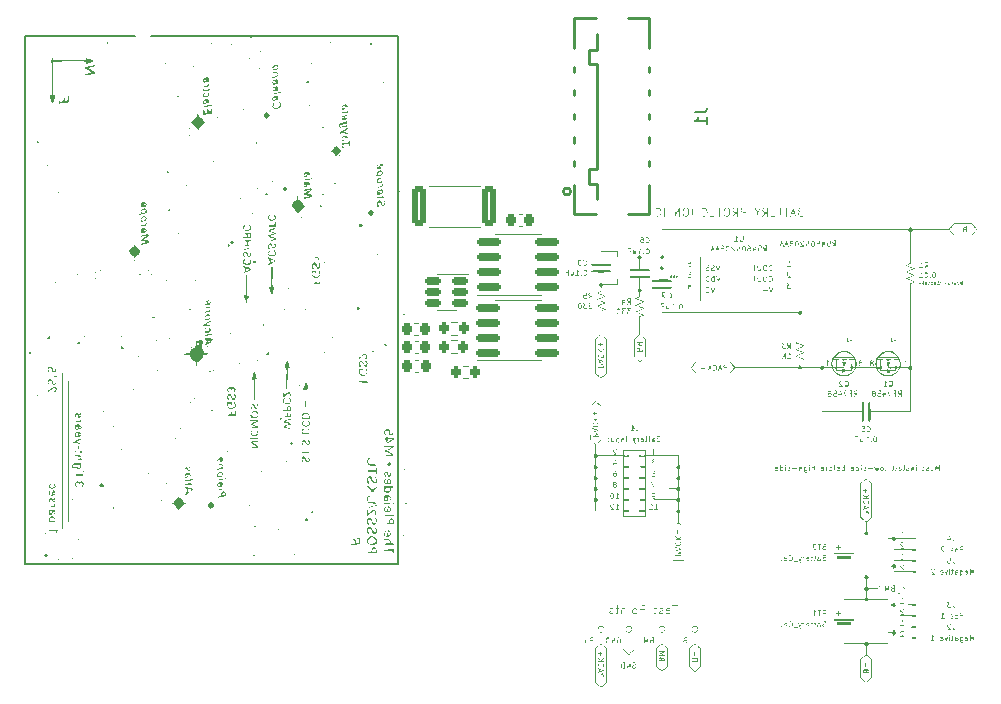
<source format=gbr>
%TF.GenerationSoftware,KiCad,Pcbnew,9.0.0*%
%TF.CreationDate,2025-03-28T16:48:43-07:00*%
%TF.ProjectId,battery_pack_v1,62617474-6572-4795-9f70-61636b5f7631,rev?*%
%TF.SameCoordinates,Original*%
%TF.FileFunction,Legend,Bot*%
%TF.FilePolarity,Positive*%
%FSLAX46Y46*%
G04 Gerber Fmt 4.6, Leading zero omitted, Abs format (unit mm)*
G04 Created by KiCad (PCBNEW 9.0.0) date 2025-03-28 16:48:43*
%MOMM*%
%LPD*%
G01*
G04 APERTURE LIST*
G04 Aperture macros list*
%AMRoundRect*
0 Rectangle with rounded corners*
0 $1 Rounding radius*
0 $2 $3 $4 $5 $6 $7 $8 $9 X,Y pos of 4 corners*
0 Add a 4 corners polygon primitive as box body*
4,1,4,$2,$3,$4,$5,$6,$7,$8,$9,$2,$3,0*
0 Add four circle primitives for the rounded corners*
1,1,$1+$1,$2,$3*
1,1,$1+$1,$4,$5*
1,1,$1+$1,$6,$7*
1,1,$1+$1,$8,$9*
0 Add four rect primitives between the rounded corners*
20,1,$1+$1,$2,$3,$4,$5,0*
20,1,$1+$1,$4,$5,$6,$7,0*
20,1,$1+$1,$6,$7,$8,$9,0*
20,1,$1+$1,$8,$9,$2,$3,0*%
G04 Aperture macros list end*
%ADD10C,0.150000*%
%ADD11C,0.120000*%
%ADD12C,0.000000*%
%ADD13C,0.250000*%
%ADD14C,0.500000*%
%ADD15C,5.000000*%
%ADD16C,1.850000*%
%ADD17C,2.000000*%
%ADD18C,3.300000*%
%ADD19C,2.400000*%
%ADD20O,3.500000X2.500000*%
%ADD21RoundRect,0.150000X-0.825000X-0.150000X0.825000X-0.150000X0.825000X0.150000X-0.825000X0.150000X0*%
%ADD22RoundRect,0.200000X0.200000X0.275000X-0.200000X0.275000X-0.200000X-0.275000X0.200000X-0.275000X0*%
%ADD23RoundRect,0.150000X0.512500X0.150000X-0.512500X0.150000X-0.512500X-0.150000X0.512500X-0.150000X0*%
%ADD24RoundRect,0.250000X-0.362500X-1.425000X0.362500X-1.425000X0.362500X1.425000X-0.362500X1.425000X0*%
%ADD25RoundRect,0.225000X-0.225000X-0.250000X0.225000X-0.250000X0.225000X0.250000X-0.225000X0.250000X0*%
%ADD26RoundRect,0.200000X-0.200000X-0.275000X0.200000X-0.275000X0.200000X0.275000X-0.200000X0.275000X0*%
%ADD27R,2.500000X1.100000*%
%ADD28R,2.200000X2.000000*%
G04 APERTURE END LIST*
D10*
X114000000Y-69700000D02*
X145600000Y-69700000D01*
X145600000Y-114400000D01*
X114000000Y-114400000D01*
X114000000Y-69700000D01*
X170705325Y-76136336D02*
X171419610Y-76136336D01*
X171419610Y-76136336D02*
X171562467Y-76088717D01*
X171562467Y-76088717D02*
X171657706Y-75993479D01*
X171657706Y-75993479D02*
X171705325Y-75850622D01*
X171705325Y-75850622D02*
X171705325Y-75755384D01*
X171705325Y-77136336D02*
X171705325Y-76564908D01*
X171705325Y-76850622D02*
X170705325Y-76850622D01*
X170705325Y-76850622D02*
X170848182Y-76755384D01*
X170848182Y-76755384D02*
X170943420Y-76660146D01*
X170943420Y-76660146D02*
X170991039Y-76564908D01*
D11*
%TO.C,Q2*%
X155705098Y-92016000D02*
X153755098Y-92015999D01*
X155705098Y-92016000D02*
X157655098Y-92015999D01*
X155705098Y-97135998D02*
X152255098Y-97135999D01*
X155705098Y-97135998D02*
X157655098Y-97135999D01*
%TO.C,R4*%
X150542356Y-93903500D02*
X150067840Y-93903500D01*
X150542356Y-94948500D02*
X150067840Y-94948500D01*
%TO.C,U1*%
X149675099Y-89785999D02*
X148875099Y-89786000D01*
X149675099Y-89785999D02*
X151475099Y-89786000D01*
X149675099Y-92906001D02*
X148875099Y-92906000D01*
X149675099Y-92906001D02*
X150475099Y-92906000D01*
%TO.C,R1*%
X148178033Y-82385999D02*
X152532161Y-82385999D01*
X148178033Y-85805999D02*
X152532161Y-85805999D01*
D12*
%TO.C,G\u002A\u002A\u002A*%
G36*
X192297773Y-120378710D02*
G01*
X192322081Y-120410962D01*
X192321563Y-120425764D01*
X192293079Y-120439965D01*
X192274073Y-120434939D01*
X192254409Y-120401295D01*
X192268506Y-120374609D01*
X192297773Y-120378710D01*
G37*
G36*
X161113264Y-89887515D02*
G01*
X161138684Y-89907936D01*
X161123127Y-89943683D01*
X161114794Y-89950904D01*
X161081016Y-89956967D01*
X161066140Y-89923330D01*
X161070395Y-89906246D01*
X161102774Y-89886696D01*
X161113264Y-89887515D01*
G37*
G36*
X184818540Y-105967191D02*
G01*
X184829793Y-106005926D01*
X184823778Y-106037332D01*
X184799264Y-106048667D01*
X184787994Y-106042598D01*
X184768736Y-106005926D01*
X184770903Y-105993183D01*
X184799264Y-105963186D01*
X184818540Y-105967191D01*
G37*
G36*
X192291731Y-114752330D02*
G01*
X192318469Y-114782242D01*
X192315466Y-114822657D01*
X192295972Y-114843062D01*
X192267296Y-114839793D01*
X192254409Y-114798234D01*
X192258714Y-114769856D01*
X192277390Y-114749388D01*
X192291731Y-114752330D01*
G37*
G36*
X166431174Y-88088859D02*
G01*
X166428320Y-88126106D01*
X166421693Y-88134867D01*
X166390369Y-88152657D01*
X166367330Y-88144931D01*
X166349517Y-88110888D01*
X166363191Y-88072375D01*
X166369889Y-88066887D01*
X166405333Y-88063870D01*
X166431174Y-88088859D01*
G37*
G36*
X169239827Y-92753667D02*
G01*
X169236973Y-92790914D01*
X169230348Y-92799674D01*
X169199024Y-92817465D01*
X169175984Y-92809739D01*
X169158170Y-92775696D01*
X169171844Y-92737183D01*
X169178544Y-92731695D01*
X169213987Y-92728677D01*
X169239827Y-92753667D01*
G37*
G36*
X178422904Y-105990974D02*
G01*
X178420051Y-106028221D01*
X178413425Y-106036982D01*
X178382101Y-106054773D01*
X178359062Y-106047047D01*
X178341247Y-106013003D01*
X178354921Y-105974491D01*
X178361621Y-105969002D01*
X178397064Y-105965985D01*
X178422904Y-105990974D01*
G37*
G36*
X180450020Y-105990974D02*
G01*
X180447166Y-106028221D01*
X180440539Y-106036982D01*
X180409216Y-106054773D01*
X180386176Y-106047047D01*
X180368363Y-106013003D01*
X180382037Y-105974491D01*
X180388736Y-105969001D01*
X180424179Y-105965985D01*
X180450020Y-105990974D01*
G37*
G36*
X185676558Y-103988282D02*
G01*
X185673705Y-104025529D01*
X185667078Y-104034290D01*
X185635755Y-104052080D01*
X185612715Y-104044354D01*
X185594901Y-104010311D01*
X185608575Y-103971797D01*
X185615275Y-103966310D01*
X185650718Y-103963293D01*
X185676558Y-103988282D01*
G37*
G36*
X189510981Y-105990974D02*
G01*
X189508127Y-106028221D01*
X189501502Y-106036982D01*
X189470178Y-106054773D01*
X189447138Y-106047047D01*
X189429324Y-106013003D01*
X189442998Y-105974491D01*
X189449698Y-105969002D01*
X189485141Y-105965985D01*
X189510981Y-105990974D01*
G37*
G36*
X190683289Y-90091551D02*
G01*
X190680435Y-90128798D01*
X190673809Y-90137559D01*
X190642486Y-90155350D01*
X190619445Y-90147624D01*
X190601632Y-90113580D01*
X190615306Y-90075068D01*
X190622006Y-90069579D01*
X190657448Y-90066562D01*
X190683289Y-90091551D01*
G37*
G36*
X165169252Y-117870682D02*
G01*
X165184245Y-117912837D01*
X165180066Y-117951015D01*
X165176699Y-117955683D01*
X165144793Y-117973234D01*
X165139961Y-117972737D01*
X165109520Y-117951015D01*
X165105258Y-117913377D01*
X165120075Y-117871112D01*
X165144793Y-117851118D01*
X165169252Y-117870682D01*
G37*
G36*
X191979979Y-90621565D02*
G01*
X192036942Y-90630436D01*
X192059024Y-90643811D01*
X192047050Y-90653862D01*
X191998259Y-90664219D01*
X191924697Y-90668234D01*
X191869416Y-90666057D01*
X191812453Y-90657186D01*
X191790370Y-90643811D01*
X191802344Y-90633760D01*
X191851135Y-90623403D01*
X191924697Y-90619388D01*
X191979979Y-90621565D01*
G37*
G36*
X164932003Y-103523548D02*
G01*
X164941295Y-103573501D01*
X164947286Y-103662208D01*
X164949409Y-103783426D01*
X164948610Y-103860622D01*
X164944070Y-103962826D01*
X164936006Y-104028727D01*
X164924986Y-104052080D01*
X164917968Y-104043305D01*
X164908677Y-103993351D01*
X164902687Y-103904645D01*
X164900563Y-103783426D01*
X164901360Y-103706231D01*
X164905902Y-103604026D01*
X164913966Y-103538126D01*
X164924986Y-103514773D01*
X164932003Y-103523548D01*
G37*
G36*
X165151145Y-118102231D02*
G01*
X165160764Y-118149016D01*
X165166998Y-118234410D01*
X165169216Y-118351792D01*
X165168561Y-118418483D01*
X165164105Y-118519487D01*
X165155973Y-118584945D01*
X165144794Y-118608234D01*
X165138442Y-118601353D01*
X165128822Y-118554567D01*
X165122588Y-118469174D01*
X165120370Y-118351792D01*
X165121026Y-118285101D01*
X165125481Y-118184096D01*
X165133614Y-118118639D01*
X165144793Y-118095350D01*
X165151145Y-118102231D01*
G37*
G36*
X165950755Y-103868907D02*
G01*
X165949891Y-103920096D01*
X165942921Y-104003061D01*
X165931305Y-104044088D01*
X165917881Y-104041568D01*
X165905489Y-103993888D01*
X165896968Y-103899436D01*
X165892199Y-103825012D01*
X165882884Y-103773059D01*
X165865246Y-103748285D01*
X165834745Y-103738987D01*
X165795509Y-103728751D01*
X165780899Y-103710131D01*
X165805667Y-103693153D01*
X165865274Y-103685735D01*
X165950755Y-103685734D01*
X165950755Y-103868907D01*
G37*
G36*
X169250056Y-111477347D02*
G01*
X169261639Y-111507326D01*
X169269437Y-111575321D01*
X169272293Y-111672080D01*
X169272212Y-111689560D01*
X169268465Y-111782230D01*
X169259965Y-111844614D01*
X169247871Y-111867465D01*
X169245685Y-111866814D01*
X169234102Y-111836834D01*
X169226304Y-111768840D01*
X169223447Y-111672080D01*
X169223529Y-111654602D01*
X169227276Y-111561932D01*
X169235775Y-111499546D01*
X169247870Y-111476696D01*
X169250056Y-111477347D01*
G37*
G36*
X169408953Y-120855323D02*
G01*
X169503688Y-120859264D01*
X169566834Y-120867686D01*
X169589793Y-120879580D01*
X169588380Y-120882728D01*
X169554889Y-120893873D01*
X169483295Y-120901302D01*
X169382197Y-120904002D01*
X169355441Y-120903837D01*
X169260706Y-120899897D01*
X169197560Y-120891474D01*
X169174601Y-120879580D01*
X169176014Y-120876433D01*
X169209504Y-120865287D01*
X169281099Y-120857858D01*
X169382197Y-120855157D01*
X169408953Y-120855323D01*
G37*
G36*
X170666594Y-121759462D02*
G01*
X170678177Y-121789442D01*
X170685975Y-121857436D01*
X170688833Y-121954196D01*
X170688750Y-121971674D01*
X170685003Y-122064344D01*
X170676504Y-122126729D01*
X170664409Y-122149580D01*
X170662224Y-122148929D01*
X170650640Y-122118950D01*
X170642842Y-122050955D01*
X170639986Y-121954196D01*
X170640067Y-121936717D01*
X170643814Y-121844047D01*
X170652314Y-121781661D01*
X170664409Y-121758811D01*
X170666594Y-121759462D01*
G37*
G36*
X171460492Y-97775516D02*
G01*
X171555227Y-97779456D01*
X171618373Y-97787879D01*
X171641332Y-97799773D01*
X171639919Y-97802920D01*
X171606428Y-97814066D01*
X171534834Y-97821495D01*
X171433736Y-97824196D01*
X171406980Y-97824029D01*
X171312245Y-97820089D01*
X171249099Y-97811667D01*
X171226139Y-97799773D01*
X171227553Y-97796625D01*
X171261045Y-97785480D01*
X171332637Y-97778050D01*
X171433736Y-97775350D01*
X171460492Y-97775516D01*
G37*
G36*
X176689964Y-91181200D02*
G01*
X176782634Y-91184948D01*
X176845019Y-91193447D01*
X176867870Y-91205542D01*
X176867219Y-91207727D01*
X176837240Y-91219310D01*
X176769245Y-91227108D01*
X176672486Y-91229965D01*
X176655007Y-91229882D01*
X176562337Y-91226136D01*
X176499952Y-91217637D01*
X176477101Y-91205542D01*
X176477752Y-91203357D01*
X176507732Y-91191773D01*
X176575726Y-91183975D01*
X176672485Y-91181119D01*
X176689964Y-91181200D01*
G37*
G36*
X178394648Y-106150705D02*
G01*
X178403297Y-106211304D01*
X178406524Y-106299003D01*
X178406524Y-106299169D01*
X178403287Y-106386832D01*
X178394629Y-106447375D01*
X178382101Y-106469965D01*
X178382077Y-106469965D01*
X178369554Y-106447302D01*
X178360905Y-106386702D01*
X178357678Y-106299003D01*
X178357678Y-106298837D01*
X178360916Y-106211175D01*
X178369573Y-106150631D01*
X178382101Y-106128042D01*
X178382125Y-106128042D01*
X178394648Y-106150705D01*
G37*
G36*
X179181118Y-106250239D02*
G01*
X179273788Y-106253986D01*
X179336173Y-106262485D01*
X179359024Y-106274580D01*
X179358373Y-106276765D01*
X179328393Y-106288349D01*
X179260399Y-106296147D01*
X179163639Y-106299003D01*
X179146161Y-106298922D01*
X179053491Y-106295175D01*
X178991105Y-106286675D01*
X178968255Y-106274580D01*
X178968906Y-106272395D01*
X178998886Y-106260812D01*
X179066880Y-106253014D01*
X179163640Y-106250157D01*
X179181118Y-106250239D01*
G37*
G36*
X179275876Y-114114554D02*
G01*
X179370610Y-114118494D01*
X179433756Y-114126917D01*
X179456716Y-114138811D01*
X179455303Y-114141959D01*
X179421812Y-114153104D01*
X179350219Y-114160533D01*
X179249120Y-114163234D01*
X179222363Y-114163068D01*
X179127629Y-114159128D01*
X179064483Y-114150705D01*
X179041524Y-114138811D01*
X179042937Y-114135663D01*
X179076428Y-114124518D01*
X179148022Y-114117089D01*
X179249120Y-114114388D01*
X179275876Y-114114554D01*
G37*
G36*
X179275876Y-119731862D02*
G01*
X179370611Y-119735802D01*
X179433757Y-119744225D01*
X179456716Y-119756119D01*
X179455303Y-119759266D01*
X179421812Y-119770411D01*
X179350220Y-119777841D01*
X179249120Y-119780542D01*
X179222364Y-119780376D01*
X179127629Y-119776435D01*
X179064483Y-119768013D01*
X179041524Y-119756119D01*
X179042937Y-119752971D01*
X179076429Y-119741826D01*
X179148022Y-119734397D01*
X179249120Y-119731696D01*
X179275876Y-119731862D01*
G37*
G36*
X180421763Y-106150705D02*
G01*
X180430412Y-106211304D01*
X180433639Y-106299003D01*
X180433639Y-106299169D01*
X180430402Y-106386832D01*
X180421745Y-106447375D01*
X180409216Y-106469965D01*
X180409193Y-106469965D01*
X180396670Y-106447302D01*
X180388020Y-106386702D01*
X180384793Y-106299003D01*
X180384793Y-106298837D01*
X180388031Y-106211175D01*
X180396687Y-106150631D01*
X180409216Y-106128042D01*
X180409240Y-106128042D01*
X180421763Y-106150705D01*
G37*
G36*
X181899024Y-106128043D02*
G01*
X181899024Y-106299003D01*
X181898700Y-106328086D01*
X181892627Y-106412920D01*
X181881196Y-106459137D01*
X181867466Y-106464304D01*
X181854497Y-106425985D01*
X181845349Y-106341744D01*
X181844639Y-106330136D01*
X181835573Y-106255190D01*
X181816980Y-106213042D01*
X181783014Y-106189414D01*
X181758896Y-106177585D01*
X181730754Y-106151815D01*
X181749406Y-106134423D01*
X181813543Y-106128042D01*
X181899024Y-106128043D01*
G37*
G36*
X184690273Y-99689125D02*
G01*
X184699564Y-99739078D01*
X184705555Y-99827785D01*
X184707678Y-99949003D01*
X184706880Y-100026199D01*
X184702339Y-100128404D01*
X184694275Y-100194304D01*
X184683255Y-100217657D01*
X184676237Y-100208881D01*
X184666946Y-100158928D01*
X184660955Y-100070222D01*
X184658832Y-99949003D01*
X184659630Y-99871808D01*
X184664171Y-99769603D01*
X184672235Y-99703703D01*
X184683255Y-99680349D01*
X184690273Y-99689125D01*
G37*
G36*
X184817917Y-106150705D02*
G01*
X184826566Y-106211304D01*
X184829793Y-106299003D01*
X184829793Y-106299169D01*
X184826556Y-106386832D01*
X184817899Y-106447375D01*
X184805370Y-106469965D01*
X184805347Y-106469965D01*
X184792823Y-106447302D01*
X184784174Y-106386702D01*
X184780947Y-106299003D01*
X184780947Y-106298837D01*
X184784185Y-106211175D01*
X184792842Y-106150631D01*
X184805369Y-106128042D01*
X184805394Y-106128042D01*
X184817917Y-106150705D01*
G37*
G36*
X185150441Y-122688301D02*
G01*
X185161586Y-122721792D01*
X185169015Y-122793386D01*
X185171716Y-122894484D01*
X185171550Y-122921240D01*
X185167610Y-123015975D01*
X185159187Y-123079121D01*
X185147293Y-123102080D01*
X185144146Y-123100667D01*
X185133000Y-123067176D01*
X185125571Y-122995583D01*
X185122870Y-122894484D01*
X185123037Y-122867728D01*
X185126977Y-122772993D01*
X185135399Y-122709847D01*
X185147293Y-122686888D01*
X185150441Y-122688301D01*
G37*
G36*
X185601453Y-106250323D02*
G01*
X185696188Y-106254264D01*
X185759334Y-106262686D01*
X185782293Y-106274580D01*
X185780880Y-106277728D01*
X185747389Y-106288873D01*
X185675796Y-106296301D01*
X185574697Y-106299003D01*
X185547941Y-106298837D01*
X185453206Y-106294897D01*
X185390060Y-106286474D01*
X185367101Y-106274580D01*
X185368514Y-106271433D01*
X185402005Y-106260286D01*
X185473599Y-106252858D01*
X185574697Y-106250157D01*
X185601453Y-106250323D01*
G37*
G36*
X188427003Y-99689125D02*
G01*
X188436295Y-99739077D01*
X188442286Y-99827785D01*
X188444409Y-99949003D01*
X188443611Y-100026199D01*
X188439070Y-100128404D01*
X188431006Y-100194304D01*
X188419986Y-100217657D01*
X188412967Y-100208882D01*
X188403677Y-100158929D01*
X188397686Y-100070222D01*
X188395563Y-99949003D01*
X188396360Y-99871808D01*
X188400902Y-99769603D01*
X188408966Y-99703703D01*
X188419986Y-99680350D01*
X188427003Y-99689125D01*
G37*
G36*
X189482725Y-106150705D02*
G01*
X189491374Y-106211304D01*
X189494601Y-106299003D01*
X189494601Y-106299169D01*
X189491363Y-106386832D01*
X189482706Y-106447375D01*
X189470178Y-106469965D01*
X189470154Y-106469965D01*
X189457631Y-106447302D01*
X189448982Y-106386701D01*
X189445755Y-106299003D01*
X189445755Y-106298836D01*
X189448992Y-106211175D01*
X189457650Y-106150631D01*
X189470178Y-106128042D01*
X189470202Y-106128042D01*
X189482725Y-106150705D01*
G37*
G36*
X192279977Y-114896098D02*
G01*
X192292021Y-114922472D01*
X192300224Y-114986804D01*
X192303255Y-115079100D01*
X192303232Y-115087689D01*
X192299715Y-115178019D01*
X192291138Y-115239544D01*
X192278832Y-115262273D01*
X192277686Y-115262101D01*
X192265642Y-115235727D01*
X192257439Y-115171396D01*
X192254409Y-115079100D01*
X192254433Y-115070510D01*
X192257948Y-114980180D01*
X192266526Y-114918655D01*
X192278832Y-114895925D01*
X192279977Y-114896098D01*
G37*
G36*
X192279977Y-120513406D02*
G01*
X192292021Y-120539780D01*
X192300224Y-120604111D01*
X192303255Y-120696407D01*
X192303232Y-120704996D01*
X192299715Y-120795327D01*
X192291138Y-120856852D01*
X192278832Y-120879580D01*
X192277686Y-120879409D01*
X192265642Y-120853034D01*
X192257439Y-120788703D01*
X192254409Y-120696407D01*
X192254432Y-120687817D01*
X192257948Y-120597487D01*
X192266526Y-120535963D01*
X192278832Y-120513234D01*
X192279977Y-120513406D01*
G37*
G36*
X193102272Y-86076777D02*
G01*
X193194942Y-86080524D01*
X193257327Y-86089024D01*
X193280178Y-86101120D01*
X193279527Y-86103304D01*
X193249547Y-86114887D01*
X193181553Y-86122685D01*
X193084793Y-86125542D01*
X193067315Y-86125460D01*
X192974645Y-86121713D01*
X192912260Y-86113214D01*
X192889409Y-86101119D01*
X192890060Y-86098935D01*
X192920039Y-86087350D01*
X192988034Y-86079551D01*
X193084793Y-86076696D01*
X193102272Y-86076777D01*
G37*
G36*
X179994024Y-113758421D02*
G01*
X179994024Y-113936406D01*
X179994016Y-113941352D01*
X179990611Y-114030592D01*
X179982000Y-114091716D01*
X179969601Y-114114388D01*
X179960026Y-114103966D01*
X179949336Y-114056970D01*
X179945178Y-113984946D01*
X179944542Y-113952110D01*
X179931084Y-113862470D01*
X179898034Y-113812432D01*
X179842601Y-113796888D01*
X179818877Y-113793206D01*
X179798638Y-113773759D01*
X179801172Y-113768635D01*
X179835225Y-113757205D01*
X179896332Y-113754526D01*
X179994024Y-113758421D01*
G37*
G36*
X179994024Y-119375728D02*
G01*
X179994024Y-119553711D01*
X179994016Y-119558660D01*
X179990611Y-119647900D01*
X179982000Y-119709024D01*
X179969601Y-119731696D01*
X179960026Y-119721273D01*
X179949336Y-119674278D01*
X179945179Y-119602253D01*
X179944542Y-119569419D01*
X179931084Y-119479777D01*
X179898033Y-119429739D01*
X179842601Y-119414196D01*
X179818877Y-119410514D01*
X179798639Y-119391067D01*
X179801172Y-119385940D01*
X179835226Y-119374513D01*
X179896332Y-119371833D01*
X179994024Y-119375728D01*
G37*
G36*
X193610225Y-90471090D02*
G01*
X193618874Y-90531689D01*
X193622101Y-90619388D01*
X193622102Y-90790350D01*
X193536620Y-90790351D01*
X193525402Y-90790139D01*
X193472609Y-90782069D01*
X193451139Y-90765926D01*
X193466299Y-90749864D01*
X193512197Y-90741503D01*
X193514337Y-90741500D01*
X193547283Y-90737976D01*
X193564898Y-90720027D01*
X193571962Y-90676178D01*
X193573255Y-90594965D01*
X193575849Y-90528788D01*
X193584669Y-90470672D01*
X193597678Y-90448426D01*
X193597702Y-90448426D01*
X193610225Y-90471090D01*
G37*
G36*
X168150818Y-84196951D02*
G01*
X168160247Y-84229286D01*
X168167302Y-84305682D01*
X168171724Y-84422145D01*
X168173255Y-84574676D01*
X168173201Y-84605461D01*
X168171115Y-84751615D01*
X168166186Y-84860960D01*
X168158673Y-84929500D01*
X168148832Y-84953234D01*
X168146847Y-84952402D01*
X168137416Y-84920068D01*
X168130362Y-84843671D01*
X168125940Y-84727208D01*
X168124409Y-84574676D01*
X168124462Y-84543892D01*
X168126548Y-84397738D01*
X168131477Y-84288393D01*
X168138991Y-84219854D01*
X168148832Y-84196119D01*
X168150818Y-84196951D01*
G37*
G36*
X170495433Y-84196951D02*
G01*
X170504862Y-84229285D01*
X170511917Y-84305682D01*
X170516339Y-84422145D01*
X170517870Y-84574676D01*
X170517817Y-84605461D01*
X170515731Y-84751615D01*
X170510802Y-84860960D01*
X170503288Y-84929499D01*
X170493447Y-84953234D01*
X170491461Y-84952402D01*
X170482032Y-84920068D01*
X170474977Y-84843671D01*
X170470555Y-84727208D01*
X170469024Y-84574676D01*
X170469078Y-84543892D01*
X170471164Y-84397738D01*
X170476093Y-84288393D01*
X170483606Y-84219854D01*
X170493447Y-84196119D01*
X170495433Y-84196951D01*
G37*
G36*
X177845622Y-113601591D02*
G01*
X177857246Y-113626335D01*
X177864876Y-113686243D01*
X177868535Y-113768571D01*
X177868247Y-113860572D01*
X177864035Y-113949500D01*
X177855923Y-114022607D01*
X177843934Y-114067147D01*
X177813916Y-114103839D01*
X177784619Y-114113911D01*
X177771524Y-114091406D01*
X177772456Y-114084554D01*
X177795947Y-114053330D01*
X177801041Y-114045373D01*
X177810945Y-113997732D01*
X177817805Y-113918577D01*
X177820370Y-113819869D01*
X177820628Y-113784658D01*
X177824712Y-113688294D01*
X177833069Y-113624547D01*
X177844793Y-113601503D01*
X177845622Y-113601591D01*
G37*
G36*
X177845621Y-119218899D02*
G01*
X177857246Y-119243642D01*
X177864876Y-119303551D01*
X177868535Y-119385879D01*
X177868248Y-119477880D01*
X177864035Y-119566807D01*
X177855923Y-119639914D01*
X177843934Y-119684455D01*
X177813916Y-119721147D01*
X177784619Y-119731219D01*
X177771524Y-119708714D01*
X177772456Y-119701862D01*
X177795947Y-119670638D01*
X177801041Y-119662681D01*
X177810945Y-119615039D01*
X177817805Y-119535884D01*
X177820370Y-119437177D01*
X177820628Y-119401966D01*
X177824712Y-119305602D01*
X177833069Y-119241856D01*
X177844793Y-119218811D01*
X177845621Y-119218899D01*
G37*
G36*
X178089853Y-113601591D02*
G01*
X178101477Y-113626335D01*
X178109107Y-113686243D01*
X178112766Y-113768571D01*
X178112479Y-113860572D01*
X178108266Y-113949500D01*
X178100154Y-114022607D01*
X178088165Y-114067147D01*
X178058147Y-114103839D01*
X178028850Y-114113911D01*
X178015755Y-114091406D01*
X178016687Y-114084554D01*
X178040178Y-114053330D01*
X178045271Y-114045373D01*
X178055176Y-113997731D01*
X178062036Y-113918577D01*
X178064601Y-113819870D01*
X178064858Y-113784658D01*
X178068943Y-113688294D01*
X178077299Y-113624548D01*
X178089024Y-113601504D01*
X178089853Y-113601591D01*
G37*
G36*
X178089853Y-119218899D02*
G01*
X178101477Y-119243642D01*
X178109106Y-119303551D01*
X178112766Y-119385879D01*
X178112478Y-119477880D01*
X178108266Y-119566807D01*
X178100154Y-119639914D01*
X178088165Y-119684455D01*
X178058147Y-119721147D01*
X178028850Y-119731219D01*
X178015755Y-119708714D01*
X178016687Y-119701862D01*
X178040178Y-119670638D01*
X178045271Y-119662681D01*
X178055176Y-119615039D01*
X178062036Y-119535884D01*
X178064601Y-119437177D01*
X178064858Y-119401966D01*
X178068943Y-119305602D01*
X178077299Y-119241856D01*
X178089024Y-119218811D01*
X178089853Y-119218899D01*
G37*
G36*
X181328715Y-118269234D02*
G01*
X181388133Y-118277972D01*
X181410563Y-118290734D01*
X181395403Y-118306797D01*
X181349505Y-118315157D01*
X181288447Y-118315157D01*
X181288447Y-118559388D01*
X181287929Y-118615753D01*
X181283573Y-118715431D01*
X181275370Y-118780399D01*
X181264024Y-118803619D01*
X181258388Y-118798435D01*
X181248420Y-118754874D01*
X181241923Y-118672846D01*
X181239601Y-118559388D01*
X181239601Y-118315157D01*
X181166332Y-118315157D01*
X181165420Y-118315154D01*
X181114286Y-118307882D01*
X181093063Y-118290734D01*
X181112060Y-118278903D01*
X181168856Y-118269762D01*
X181251814Y-118266311D01*
X181328715Y-118269234D01*
G37*
G36*
X186906743Y-105957272D02*
G01*
X186916614Y-105983285D01*
X186924032Y-106044308D01*
X186928740Y-106127676D01*
X186930483Y-106220725D01*
X186929003Y-106310793D01*
X186924046Y-106385217D01*
X186915353Y-106431333D01*
X186902065Y-106449509D01*
X186864214Y-106467596D01*
X186825694Y-106467225D01*
X186808063Y-106445542D01*
X186812196Y-106434306D01*
X186844697Y-106421119D01*
X186850010Y-106420608D01*
X186865652Y-106407267D01*
X186875225Y-106369694D01*
X186880021Y-106299701D01*
X186881332Y-106189100D01*
X186881721Y-106142856D01*
X186885960Y-106044648D01*
X186894235Y-105980223D01*
X186905755Y-105957080D01*
X186906743Y-105957272D01*
G37*
G36*
X187517320Y-105957272D02*
G01*
X187527191Y-105983285D01*
X187534608Y-106044308D01*
X187539317Y-106127676D01*
X187541060Y-106220725D01*
X187539580Y-106310793D01*
X187534623Y-106385217D01*
X187525930Y-106431333D01*
X187512642Y-106449509D01*
X187474791Y-106467596D01*
X187436271Y-106467225D01*
X187418639Y-106445542D01*
X187422773Y-106434306D01*
X187455274Y-106421118D01*
X187460587Y-106420608D01*
X187476231Y-106407267D01*
X187485802Y-106369694D01*
X187490598Y-106299701D01*
X187491909Y-106189100D01*
X187492298Y-106142856D01*
X187496537Y-106044648D01*
X187504812Y-105980223D01*
X187516332Y-105957080D01*
X187517320Y-105957272D01*
G37*
G36*
X187761550Y-105957272D02*
G01*
X187771422Y-105983285D01*
X187778839Y-106044308D01*
X187783548Y-106127676D01*
X187785290Y-106220725D01*
X187783811Y-106310793D01*
X187778853Y-106385217D01*
X187770161Y-106431333D01*
X187756872Y-106449509D01*
X187719022Y-106467597D01*
X187680501Y-106467225D01*
X187662870Y-106445543D01*
X187667003Y-106434306D01*
X187699505Y-106421119D01*
X187704818Y-106420608D01*
X187720461Y-106407267D01*
X187730032Y-106369694D01*
X187734828Y-106299700D01*
X187736139Y-106189100D01*
X187736529Y-106142856D01*
X187740768Y-106044648D01*
X187749043Y-105980222D01*
X187760563Y-105957080D01*
X187761550Y-105957272D01*
G37*
G36*
X192582236Y-111963923D02*
G01*
X192593822Y-112029561D01*
X192601450Y-112142225D01*
X192605387Y-112237524D01*
X192611883Y-112300851D01*
X192624922Y-112338025D01*
X192648695Y-112360656D01*
X192687390Y-112380350D01*
X192697433Y-112385163D01*
X192746513Y-112413921D01*
X192766765Y-112435301D01*
X192751630Y-112453798D01*
X192709961Y-112451348D01*
X192656828Y-112429982D01*
X192607433Y-112393671D01*
X192597315Y-112383241D01*
X192570798Y-112347871D01*
X192555751Y-112304045D01*
X192549028Y-112238313D01*
X192547486Y-112137229D01*
X192549477Y-112051549D01*
X192557489Y-111974679D01*
X192569267Y-111945550D01*
X192582236Y-111963923D01*
G37*
G36*
X190080755Y-90619388D02*
G01*
X190080755Y-90619554D01*
X190077517Y-90707216D01*
X190068860Y-90767760D01*
X190056332Y-90790350D01*
X190056028Y-90790344D01*
X190038983Y-90768525D01*
X190031909Y-90717080D01*
X190031405Y-90698167D01*
X190018815Y-90655325D01*
X189983063Y-90643811D01*
X189954672Y-90639231D01*
X189934216Y-90619388D01*
X189943376Y-90605193D01*
X189983063Y-90594965D01*
X190014639Y-90586937D01*
X190031909Y-90546119D01*
X190018730Y-90508721D01*
X189970851Y-90497272D01*
X189930694Y-90491209D01*
X189909793Y-90472850D01*
X189910532Y-90469644D01*
X189938775Y-90454561D01*
X189995274Y-90448426D01*
X190080755Y-90448426D01*
X190080755Y-90619388D01*
G37*
G36*
X190892688Y-106132452D02*
G01*
X190903436Y-106170569D01*
X190909664Y-106235062D01*
X190910882Y-106310384D01*
X190906596Y-106380990D01*
X190896315Y-106431333D01*
X190892207Y-106439296D01*
X190853143Y-106462665D01*
X190774200Y-106469965D01*
X190666909Y-106469965D01*
X190666909Y-106299003D01*
X190666909Y-106298837D01*
X190670146Y-106211175D01*
X190678803Y-106150631D01*
X190691332Y-106128042D01*
X190702361Y-106143607D01*
X190712047Y-106196525D01*
X190715755Y-106274580D01*
X190715755Y-106421119D01*
X190789024Y-106421119D01*
X190862293Y-106421119D01*
X190862293Y-106274580D01*
X190864888Y-106208402D01*
X190873707Y-106150288D01*
X190886715Y-106128042D01*
X190892688Y-106132452D01*
G37*
G36*
X192573054Y-113821482D02*
G01*
X192585098Y-113847857D01*
X192593301Y-113912188D01*
X192596332Y-114004484D01*
X192597341Y-114076763D01*
X192603879Y-114152381D01*
X192618903Y-114201250D01*
X192645178Y-114236503D01*
X192687321Y-114269182D01*
X192730659Y-114285350D01*
X192747512Y-114288105D01*
X192767294Y-114309773D01*
X192753883Y-114330957D01*
X192713206Y-114332546D01*
X192659510Y-114312558D01*
X192607433Y-114274249D01*
X192597315Y-114263818D01*
X192570798Y-114228447D01*
X192555751Y-114184622D01*
X192549028Y-114118891D01*
X192547486Y-114017806D01*
X192547574Y-113999499D01*
X192551340Y-113906631D01*
X192559833Y-113844172D01*
X192571909Y-113821311D01*
X192573054Y-113821482D01*
G37*
G36*
X192573054Y-117558213D02*
G01*
X192585098Y-117584588D01*
X192593301Y-117648919D01*
X192596332Y-117741215D01*
X192597341Y-117813495D01*
X192603879Y-117889113D01*
X192618903Y-117937982D01*
X192645178Y-117973234D01*
X192687321Y-118005913D01*
X192730659Y-118022080D01*
X192747512Y-118024836D01*
X192767293Y-118046503D01*
X192753883Y-118067688D01*
X192713206Y-118069276D01*
X192659510Y-118049289D01*
X192607433Y-118010978D01*
X192597315Y-118000548D01*
X192570799Y-117965178D01*
X192555751Y-117921352D01*
X192549028Y-117855622D01*
X192547486Y-117754538D01*
X192547574Y-117736229D01*
X192551340Y-117643362D01*
X192559833Y-117580903D01*
X192571909Y-117558042D01*
X192573054Y-117558213D01*
G37*
G36*
X192574094Y-119414847D02*
G01*
X192585677Y-119444826D01*
X192593475Y-119512821D01*
X192596331Y-119609580D01*
X192597865Y-119702760D01*
X192604829Y-119774061D01*
X192619762Y-119820221D01*
X192645178Y-119853811D01*
X192687320Y-119886490D01*
X192730659Y-119902657D01*
X192747512Y-119905413D01*
X192767294Y-119927080D01*
X192753883Y-119948265D01*
X192713206Y-119949853D01*
X192659510Y-119929865D01*
X192607433Y-119891556D01*
X192591460Y-119874702D01*
X192567934Y-119840146D01*
X192554668Y-119795200D01*
X192548805Y-119727055D01*
X192547486Y-119622902D01*
X192547661Y-119595286D01*
X192551618Y-119500375D01*
X192560033Y-119437164D01*
X192571909Y-119414196D01*
X192574094Y-119414847D01*
G37*
G36*
X165731915Y-102586817D02*
G01*
X165744036Y-102612592D01*
X165752309Y-102676318D01*
X165755370Y-102767871D01*
X165755370Y-102768302D01*
X165757269Y-102882393D01*
X165765546Y-102957198D01*
X165784102Y-103002185D01*
X165816831Y-103026822D01*
X165867631Y-103040576D01*
X165877211Y-103042518D01*
X165929452Y-103059408D01*
X165950755Y-103077875D01*
X165950654Y-103079982D01*
X165929444Y-103098528D01*
X165881487Y-103097431D01*
X165821593Y-103080718D01*
X165764567Y-103052417D01*
X165725215Y-103016549D01*
X165715953Y-102983648D01*
X165709598Y-102917998D01*
X165707021Y-102834340D01*
X165708046Y-102746026D01*
X165712494Y-102666412D01*
X165720187Y-102608851D01*
X165730947Y-102586696D01*
X165731915Y-102586817D01*
G37*
G36*
X169283501Y-89886957D02*
G01*
X169293276Y-89892792D01*
X169291302Y-89914089D01*
X169275673Y-89960899D01*
X169244481Y-90043272D01*
X169219236Y-90104595D01*
X169192457Y-90158870D01*
X169175672Y-90179773D01*
X169170141Y-90174374D01*
X169151384Y-90136146D01*
X169127130Y-90074313D01*
X169102931Y-90004443D01*
X169084340Y-89942105D01*
X169076909Y-89902866D01*
X169077257Y-89900033D01*
X169099391Y-89886696D01*
X169099760Y-89886706D01*
X169120186Y-89908530D01*
X169137905Y-89959685D01*
X169149066Y-90001270D01*
X169171752Y-90040336D01*
X169196716Y-90030742D01*
X169223373Y-89972401D01*
X169228108Y-89958909D01*
X169252643Y-89907507D01*
X169274187Y-89886696D01*
X169283501Y-89886957D01*
G37*
G36*
X189274793Y-106299003D02*
G01*
X189274456Y-106329377D01*
X189268292Y-106415416D01*
X189256747Y-106460224D01*
X189242946Y-106462029D01*
X189230009Y-106419057D01*
X189221060Y-106329532D01*
X189216124Y-106257502D01*
X189206554Y-106211722D01*
X189187299Y-106192810D01*
X189152678Y-106189100D01*
X189121220Y-106191811D01*
X189100453Y-106208331D01*
X189090038Y-106250348D01*
X189084296Y-106329532D01*
X189076963Y-106406055D01*
X189063062Y-106458173D01*
X189047850Y-106462523D01*
X189035595Y-106419204D01*
X189030563Y-106328311D01*
X189030583Y-106320412D01*
X189037208Y-106223130D01*
X189060241Y-106164473D01*
X189106296Y-106135692D01*
X189181986Y-106128042D01*
X189274793Y-106128042D01*
X189274793Y-106299003D01*
G37*
G36*
X160256116Y-89668950D02*
G01*
X160265065Y-89758475D01*
X160270001Y-89830504D01*
X160279571Y-89876285D01*
X160298826Y-89895196D01*
X160333447Y-89898907D01*
X160364906Y-89896196D01*
X160385672Y-89879676D01*
X160396086Y-89837659D01*
X160401829Y-89758475D01*
X160409784Y-89677659D01*
X160423669Y-89628410D01*
X160438659Y-89626527D01*
X160450654Y-89671637D01*
X160455563Y-89763367D01*
X160455559Y-89767200D01*
X160451659Y-89854844D01*
X160438408Y-89906344D01*
X160412822Y-89933586D01*
X160360411Y-89951154D01*
X160290707Y-89959222D01*
X160211332Y-89959965D01*
X160211332Y-89789003D01*
X160211670Y-89758630D01*
X160217833Y-89672591D01*
X160229378Y-89627782D01*
X160243180Y-89625977D01*
X160256116Y-89668950D01*
G37*
G36*
X175809100Y-89034811D02*
G01*
X175868517Y-89043549D01*
X175890947Y-89056311D01*
X175875788Y-89072374D01*
X175829889Y-89080734D01*
X175819562Y-89080793D01*
X175794878Y-89084390D01*
X175779871Y-89100235D01*
X175772133Y-89137478D01*
X175769256Y-89205267D01*
X175768832Y-89312753D01*
X175768443Y-89358997D01*
X175764203Y-89457205D01*
X175755929Y-89521631D01*
X175744409Y-89544773D01*
X175739541Y-89541075D01*
X175729203Y-89500801D01*
X175722422Y-89422193D01*
X175719986Y-89312753D01*
X175719986Y-89080734D01*
X175646716Y-89080734D01*
X175645805Y-89080732D01*
X175594670Y-89073459D01*
X175573447Y-89056310D01*
X175592444Y-89044481D01*
X175649241Y-89035338D01*
X175732197Y-89031888D01*
X175809100Y-89034811D01*
G37*
G36*
X175809099Y-89962888D02*
G01*
X175868517Y-89971625D01*
X175890946Y-89984388D01*
X175875788Y-90000451D01*
X175829888Y-90008811D01*
X175819562Y-90008870D01*
X175794878Y-90012467D01*
X175779871Y-90028312D01*
X175772133Y-90065554D01*
X175769256Y-90133344D01*
X175768832Y-90240830D01*
X175768443Y-90287074D01*
X175764203Y-90385282D01*
X175755929Y-90449707D01*
X175744409Y-90472850D01*
X175739541Y-90469152D01*
X175729203Y-90428878D01*
X175722422Y-90350270D01*
X175719986Y-90240830D01*
X175719986Y-90008811D01*
X175646716Y-90008812D01*
X175645805Y-90008809D01*
X175594670Y-90001535D01*
X175573447Y-89984388D01*
X175592444Y-89972557D01*
X175649241Y-89963416D01*
X175732197Y-89959965D01*
X175809099Y-89962888D01*
G37*
G36*
X181328715Y-112676348D02*
G01*
X181388133Y-112685087D01*
X181410563Y-112697850D01*
X181395403Y-112713912D01*
X181349505Y-112722273D01*
X181339177Y-112722331D01*
X181314493Y-112725929D01*
X181299487Y-112741773D01*
X181291747Y-112779016D01*
X181288871Y-112846806D01*
X181288447Y-112954292D01*
X181288058Y-113000535D01*
X181283819Y-113098743D01*
X181275544Y-113163170D01*
X181264025Y-113186311D01*
X181259156Y-113182614D01*
X181248819Y-113142340D01*
X181242037Y-113063732D01*
X181239601Y-112954292D01*
X181239601Y-112722274D01*
X181166332Y-112722274D01*
X181165420Y-112722271D01*
X181114286Y-112714998D01*
X181093063Y-112697850D01*
X181112060Y-112686018D01*
X181168856Y-112676877D01*
X181251814Y-112673426D01*
X181328715Y-112676348D01*
G37*
G36*
X164729601Y-103685735D02*
G01*
X164729601Y-103868906D01*
X164728737Y-103920097D01*
X164721768Y-104003061D01*
X164710151Y-104044088D01*
X164696727Y-104041568D01*
X164684335Y-103993887D01*
X164675815Y-103899436D01*
X164675334Y-103889477D01*
X164669888Y-103810223D01*
X164660113Y-103767504D01*
X164640986Y-103750100D01*
X164607487Y-103746792D01*
X164603501Y-103746807D01*
X164571601Y-103750984D01*
X164553592Y-103770334D01*
X164544451Y-103816078D01*
X164539157Y-103899436D01*
X164539110Y-103900404D01*
X164529931Y-103993781D01*
X164516155Y-104041716D01*
X164501594Y-104043649D01*
X164490062Y-103999024D01*
X164485370Y-103907286D01*
X164492088Y-103806398D01*
X164517767Y-103734829D01*
X164567384Y-103696874D01*
X164645865Y-103685734D01*
X164729601Y-103685735D01*
G37*
G36*
X165713561Y-87790828D02*
G01*
X165725126Y-87829324D01*
X165730847Y-87895070D01*
X165730980Y-87973363D01*
X165725782Y-88049498D01*
X165715509Y-88108772D01*
X165700418Y-88136482D01*
X165695930Y-88138024D01*
X165646820Y-88146327D01*
X165578303Y-88150729D01*
X165486717Y-88152657D01*
X165486716Y-87969485D01*
X165487581Y-87918295D01*
X165494550Y-87835332D01*
X165506166Y-87794303D01*
X165519590Y-87796822D01*
X165531982Y-87844503D01*
X165540503Y-87938955D01*
X165541208Y-87953510D01*
X165546749Y-88031057D01*
X165557219Y-88073309D01*
X165578114Y-88092116D01*
X165614938Y-88099328D01*
X165682101Y-88107056D01*
X165682101Y-87946683D01*
X165685066Y-87868341D01*
X165693793Y-87808764D01*
X165706524Y-87786311D01*
X165713561Y-87790828D01*
G37*
G36*
X168808255Y-90033234D02*
G01*
X168807898Y-90073266D01*
X168803168Y-90139344D01*
X168790643Y-90171392D01*
X168767438Y-90179773D01*
X168738102Y-90176550D01*
X168681429Y-90144337D01*
X168649136Y-90088161D01*
X168645253Y-90054934D01*
X168697488Y-90054934D01*
X168711112Y-90087427D01*
X168734041Y-90105041D01*
X168752091Y-90079928D01*
X168759409Y-90015789D01*
X168759393Y-90006848D01*
X168756812Y-89954983D01*
X168745717Y-89943339D01*
X168720264Y-89964220D01*
X168700661Y-89992110D01*
X168697488Y-90054934D01*
X168645253Y-90054934D01*
X168641311Y-90021204D01*
X168658042Y-89956648D01*
X168699414Y-89907677D01*
X168765513Y-89887472D01*
X168779669Y-89888977D01*
X168797625Y-89906011D01*
X168806116Y-89950559D01*
X168807804Y-90015789D01*
X168808255Y-90033234D01*
G37*
G36*
X169062095Y-117851508D02*
G01*
X169160303Y-117855746D01*
X169224728Y-117864022D01*
X169247871Y-117875542D01*
X169245379Y-117881016D01*
X169211353Y-117894548D01*
X169150178Y-117899965D01*
X169052486Y-117899965D01*
X169052486Y-118254100D01*
X169052479Y-118264416D01*
X169050641Y-118408287D01*
X169045759Y-118516459D01*
X169038132Y-118584561D01*
X169028063Y-118608234D01*
X169027351Y-118608134D01*
X169017429Y-118581489D01*
X169009969Y-118510691D01*
X169005272Y-118400105D01*
X169003639Y-118254100D01*
X169003639Y-117899965D01*
X168893736Y-117899965D01*
X168860891Y-117898844D01*
X168805662Y-117890107D01*
X168783832Y-117875542D01*
X168787529Y-117870674D01*
X168827803Y-117860336D01*
X168906412Y-117853555D01*
X169015851Y-117851119D01*
X169062095Y-117851508D01*
G37*
G36*
X170967094Y-84196508D02*
G01*
X171065303Y-84200747D01*
X171129728Y-84209022D01*
X171152870Y-84220542D01*
X171147828Y-84227841D01*
X171108510Y-84240114D01*
X171042966Y-84244965D01*
X170933063Y-84244965D01*
X170933063Y-84599100D01*
X170933056Y-84609416D01*
X170931217Y-84753287D01*
X170926335Y-84861458D01*
X170918709Y-84929562D01*
X170908639Y-84953234D01*
X170907928Y-84953134D01*
X170898006Y-84926489D01*
X170890545Y-84855691D01*
X170885849Y-84745105D01*
X170884216Y-84599100D01*
X170884216Y-84244965D01*
X170786524Y-84244965D01*
X170764625Y-84244342D01*
X170710499Y-84235836D01*
X170688832Y-84220542D01*
X170692529Y-84215674D01*
X170732803Y-84205336D01*
X170811411Y-84198555D01*
X170920851Y-84196119D01*
X170967094Y-84196508D01*
G37*
G36*
X172825577Y-84196389D02*
G01*
X172922147Y-84200491D01*
X172985968Y-84208839D01*
X173009024Y-84220542D01*
X173006533Y-84226016D01*
X172972507Y-84239548D01*
X172911331Y-84244965D01*
X172813639Y-84244965D01*
X172813639Y-84599100D01*
X172813633Y-84609416D01*
X172811795Y-84753287D01*
X172806912Y-84861458D01*
X172799286Y-84929562D01*
X172789216Y-84953234D01*
X172788506Y-84953134D01*
X172778583Y-84926489D01*
X172771123Y-84855691D01*
X172766426Y-84745105D01*
X172764793Y-84599100D01*
X172764793Y-84244965D01*
X172667101Y-84244965D01*
X172645203Y-84244342D01*
X172591076Y-84235836D01*
X172569409Y-84220542D01*
X172571844Y-84216502D01*
X172608763Y-84205772D01*
X172683894Y-84198680D01*
X172789216Y-84196119D01*
X172825577Y-84196389D01*
G37*
G36*
X177976517Y-84196508D02*
G01*
X178074726Y-84200747D01*
X178139151Y-84209022D01*
X178162293Y-84220542D01*
X178159802Y-84226016D01*
X178125776Y-84239548D01*
X178064601Y-84244965D01*
X177966909Y-84244965D01*
X177966909Y-84599100D01*
X177966902Y-84609416D01*
X177965065Y-84753287D01*
X177960182Y-84861458D01*
X177952555Y-84929562D01*
X177942486Y-84953234D01*
X177941774Y-84953134D01*
X177931852Y-84926489D01*
X177924392Y-84855691D01*
X177919694Y-84745105D01*
X177918063Y-84599100D01*
X177918063Y-84244965D01*
X177808159Y-84244965D01*
X177775314Y-84243844D01*
X177720084Y-84235107D01*
X177698255Y-84220542D01*
X177701952Y-84215674D01*
X177742226Y-84205336D01*
X177820834Y-84198555D01*
X177930274Y-84196119D01*
X177976517Y-84196508D01*
G37*
G36*
X178513825Y-84196508D02*
G01*
X178612033Y-84200747D01*
X178676459Y-84209022D01*
X178699601Y-84220542D01*
X178697110Y-84226016D01*
X178663084Y-84239548D01*
X178601909Y-84244965D01*
X178504217Y-84244965D01*
X178504216Y-84599100D01*
X178504210Y-84609416D01*
X178502372Y-84753287D01*
X178497489Y-84861457D01*
X178489863Y-84929562D01*
X178479793Y-84953234D01*
X178479082Y-84953134D01*
X178469160Y-84926489D01*
X178461700Y-84855691D01*
X178457003Y-84745104D01*
X178455370Y-84599100D01*
X178455370Y-84244965D01*
X178345465Y-84244965D01*
X178312622Y-84243844D01*
X178257392Y-84235107D01*
X178235563Y-84220542D01*
X178239260Y-84215675D01*
X178279534Y-84205337D01*
X178358142Y-84198555D01*
X178467582Y-84196119D01*
X178513825Y-84196508D01*
G37*
G36*
X184958946Y-103690252D02*
G01*
X184970510Y-103728746D01*
X184976231Y-103794493D01*
X184976364Y-103872786D01*
X184971167Y-103948920D01*
X184960893Y-104008195D01*
X184945803Y-104035904D01*
X184941315Y-104037447D01*
X184892204Y-104045750D01*
X184823688Y-104050152D01*
X184732101Y-104052080D01*
X184732101Y-103868907D01*
X184732965Y-103817718D01*
X184739935Y-103734754D01*
X184751551Y-103693726D01*
X184764975Y-103696246D01*
X184777367Y-103743927D01*
X184785888Y-103838378D01*
X184786593Y-103852933D01*
X184792134Y-103930480D01*
X184802602Y-103972732D01*
X184823498Y-103991539D01*
X184860322Y-103998751D01*
X184927486Y-104006479D01*
X184927486Y-103846106D01*
X184930451Y-103767765D01*
X184939178Y-103708187D01*
X184951909Y-103685735D01*
X184958946Y-103690252D01*
G37*
G36*
X190353714Y-90691554D02*
G01*
X190318137Y-90760868D01*
X190302535Y-90776065D01*
X190259293Y-90785455D01*
X190216997Y-90759347D01*
X190182527Y-90706797D01*
X190162759Y-90636866D01*
X190164027Y-90582122D01*
X190207169Y-90582122D01*
X190212913Y-90656077D01*
X190231883Y-90696245D01*
X190263928Y-90717080D01*
X190281953Y-90710228D01*
X190308742Y-90670816D01*
X190322335Y-90613560D01*
X190316175Y-90558385D01*
X190305357Y-90541469D01*
X190263928Y-90521696D01*
X190229436Y-90534354D01*
X190207169Y-90582122D01*
X190164027Y-90582122D01*
X190164572Y-90558610D01*
X190185344Y-90499305D01*
X190233311Y-90458581D01*
X190302307Y-90461191D01*
X190330123Y-90479206D01*
X190358892Y-90535280D01*
X190367027Y-90611211D01*
X190366638Y-90613560D01*
X190353714Y-90691554D01*
G37*
G36*
X190906737Y-90628155D02*
G01*
X190873092Y-90719812D01*
X190855479Y-90748486D01*
X190810000Y-90782896D01*
X190763280Y-90769493D01*
X190719718Y-90708598D01*
X190716394Y-90701371D01*
X190696485Y-90622909D01*
X190698779Y-90594988D01*
X190745249Y-90594988D01*
X190747700Y-90641561D01*
X190770676Y-90700606D01*
X190791034Y-90725418D01*
X190810273Y-90725616D01*
X190835178Y-90685477D01*
X190843152Y-90669149D01*
X190859052Y-90601695D01*
X190844100Y-90552774D01*
X190800901Y-90533908D01*
X190765475Y-90545494D01*
X190745249Y-90594988D01*
X190698779Y-90594988D01*
X190702399Y-90550938D01*
X190728266Y-90493903D01*
X190768216Y-90460251D01*
X190816378Y-90458427D01*
X190866883Y-90496876D01*
X190900163Y-90552547D01*
X190904436Y-90601695D01*
X190906737Y-90628155D01*
G37*
G36*
X192508156Y-90461785D02*
G01*
X192547486Y-90497272D01*
X192586711Y-90541158D01*
X192591381Y-90564314D01*
X192559697Y-90570542D01*
X192556361Y-90570696D01*
X192531007Y-90592800D01*
X192523063Y-90656023D01*
X192523129Y-90663807D01*
X192532602Y-90722968D01*
X192559697Y-90741504D01*
X192576550Y-90744259D01*
X192596332Y-90765926D01*
X192591289Y-90773224D01*
X192551972Y-90785499D01*
X192486428Y-90790351D01*
X192453583Y-90789229D01*
X192398354Y-90780492D01*
X192376524Y-90765926D01*
X192385684Y-90751731D01*
X192425370Y-90741503D01*
X192447005Y-90738809D01*
X192464605Y-90721034D01*
X192472434Y-90676810D01*
X192474215Y-90594965D01*
X192475563Y-90528308D01*
X192479986Y-90470621D01*
X192486428Y-90448426D01*
X192508156Y-90461785D01*
G37*
G36*
X193068802Y-90457507D02*
G01*
X193108537Y-90471972D01*
X193133260Y-90496080D01*
X193117524Y-90512674D01*
X193062695Y-90509995D01*
X193002617Y-90505476D01*
X192977299Y-90527884D01*
X192991766Y-90577897D01*
X193046072Y-90655071D01*
X193082544Y-90700880D01*
X193119374Y-90750987D01*
X193133639Y-90776143D01*
X193128613Y-90780381D01*
X193089302Y-90787526D01*
X193023736Y-90790350D01*
X192990891Y-90789229D01*
X192935661Y-90780492D01*
X192913832Y-90765926D01*
X192928991Y-90749864D01*
X192974890Y-90741503D01*
X193009972Y-90739795D01*
X193031591Y-90727495D01*
X193019539Y-90696269D01*
X192973726Y-90637974D01*
X192949982Y-90605294D01*
X192925355Y-90535815D01*
X192939929Y-90482370D01*
X192989234Y-90453439D01*
X193068802Y-90457507D01*
G37*
G36*
X162595972Y-122806420D02*
G01*
X162577319Y-122853662D01*
X162567418Y-122874692D01*
X162566357Y-122942745D01*
X162601456Y-123008886D01*
X162666044Y-123057766D01*
X162741155Y-123075145D01*
X162821282Y-123064170D01*
X162892197Y-123029761D01*
X162944038Y-122978902D01*
X162966954Y-122918578D01*
X162951087Y-122855773D01*
X162938898Y-122832886D01*
X162932427Y-122795117D01*
X162950731Y-122787800D01*
X162985348Y-122819815D01*
X163009774Y-122865503D01*
X163016190Y-122947798D01*
X162979731Y-123025823D01*
X162903362Y-123089812D01*
X162838335Y-123112696D01*
X162727715Y-123117096D01*
X162642186Y-123096157D01*
X162565384Y-123046021D01*
X162519172Y-122977064D01*
X162509354Y-122898569D01*
X162541739Y-122819815D01*
X162555667Y-122803144D01*
X162585658Y-122786634D01*
X162595972Y-122806420D01*
G37*
G36*
X162594517Y-96629455D02*
G01*
X162577820Y-96684366D01*
X162571465Y-96699208D01*
X162562926Y-96752535D01*
X162588467Y-96807785D01*
X162631005Y-96855682D01*
X162709413Y-96889417D01*
X162814698Y-96885086D01*
X162862130Y-96870934D01*
X162928614Y-96823716D01*
X162959933Y-96758136D01*
X162949266Y-96684366D01*
X162937882Y-96654836D01*
X162933602Y-96613443D01*
X162951262Y-96605576D01*
X162985348Y-96638277D01*
X163009774Y-96683964D01*
X163016190Y-96766258D01*
X162979731Y-96844286D01*
X162903362Y-96908274D01*
X162838335Y-96931156D01*
X162727715Y-96935558D01*
X162642186Y-96914619D01*
X162565383Y-96864482D01*
X162519172Y-96795526D01*
X162509355Y-96717030D01*
X162541739Y-96638277D01*
X162559710Y-96617160D01*
X162586643Y-96604704D01*
X162594517Y-96629455D01*
G37*
G36*
X178854147Y-113610994D02*
G01*
X178931737Y-113660458D01*
X178960226Y-113694147D01*
X179004367Y-113789187D01*
X179013512Y-113891989D01*
X178987812Y-113988454D01*
X178927419Y-114064484D01*
X178876154Y-114096283D01*
X178790899Y-114111877D01*
X178710413Y-114079750D01*
X178689296Y-114061778D01*
X178676840Y-114034846D01*
X178701590Y-114026972D01*
X178756502Y-114043669D01*
X178771344Y-114050024D01*
X178824671Y-114058563D01*
X178879921Y-114033022D01*
X178927818Y-113990484D01*
X178961553Y-113912076D01*
X178957222Y-113806791D01*
X178943070Y-113759359D01*
X178895853Y-113692875D01*
X178830272Y-113661556D01*
X178756502Y-113672223D01*
X178726972Y-113683608D01*
X178685580Y-113687887D01*
X178677712Y-113670227D01*
X178710413Y-113636141D01*
X178771518Y-113607297D01*
X178854147Y-113610994D01*
G37*
G36*
X189776255Y-90468809D02*
G01*
X189802608Y-90519071D01*
X189830263Y-90582778D01*
X189852087Y-90643498D01*
X189860947Y-90684796D01*
X189860943Y-90684878D01*
X189839171Y-90690375D01*
X189787678Y-90692657D01*
X189768764Y-90693161D01*
X189725923Y-90705749D01*
X189714409Y-90741503D01*
X189710371Y-90769869D01*
X189692833Y-90790351D01*
X189679022Y-90781566D01*
X189662219Y-90738439D01*
X189654700Y-90674577D01*
X189659585Y-90607176D01*
X189664024Y-90588835D01*
X189684467Y-90551737D01*
X189705036Y-90552939D01*
X189714409Y-90594965D01*
X189721011Y-90623435D01*
X189753691Y-90643811D01*
X189756102Y-90643749D01*
X189779494Y-90626391D01*
X189777014Y-90575548D01*
X189748535Y-90487330D01*
X189744414Y-90466453D01*
X189758346Y-90448426D01*
X189776255Y-90468809D01*
G37*
G36*
X163663436Y-103696246D02*
G01*
X163675828Y-103743927D01*
X163684349Y-103838378D01*
X163685815Y-103868456D01*
X163691270Y-103938974D01*
X163702306Y-103975398D01*
X163724865Y-103988994D01*
X163764889Y-103991023D01*
X163779329Y-103990955D01*
X163813387Y-103986586D01*
X163831793Y-103967209D01*
X163840494Y-103921561D01*
X163845430Y-103838378D01*
X163845476Y-103837410D01*
X163854656Y-103744032D01*
X163868432Y-103696099D01*
X163882993Y-103694166D01*
X163894525Y-103738790D01*
X163899217Y-103830528D01*
X163898603Y-103866937D01*
X163887258Y-103960658D01*
X163860837Y-104013701D01*
X163857042Y-104017149D01*
X163802099Y-104042163D01*
X163726510Y-104052080D01*
X163630563Y-104052080D01*
X163630563Y-103868907D01*
X163631426Y-103817717D01*
X163638396Y-103734753D01*
X163650012Y-103693726D01*
X163663436Y-103696246D01*
G37*
G36*
X166780933Y-86730587D02*
G01*
X166841944Y-86808899D01*
X166855762Y-86840427D01*
X166874862Y-86938357D01*
X166865707Y-87035910D01*
X166831076Y-87118346D01*
X166773745Y-87170923D01*
X166757900Y-87178175D01*
X166679872Y-87197246D01*
X166591861Y-87184764D01*
X166546640Y-87166219D01*
X166537610Y-87146645D01*
X166566721Y-87134925D01*
X166628495Y-87138042D01*
X166698987Y-87143090D01*
X166767332Y-87120939D01*
X166805752Y-87062137D01*
X166817774Y-86963428D01*
X166816446Y-86920378D01*
X166800720Y-86843597D01*
X166762305Y-86785338D01*
X166725812Y-86750776D01*
X166686660Y-86738861D01*
X166629588Y-86754958D01*
X166590215Y-86767581D01*
X166546304Y-86771607D01*
X166538508Y-86755364D01*
X166572144Y-86721910D01*
X166622910Y-86695651D01*
X166704700Y-86691799D01*
X166780933Y-86730587D01*
G37*
G36*
X168526103Y-92461286D02*
G01*
X168535549Y-92507042D01*
X168538997Y-92575950D01*
X168536544Y-92652874D01*
X168528286Y-92722678D01*
X168514319Y-92770224D01*
X168508528Y-92779642D01*
X168467049Y-92808843D01*
X168392203Y-92817465D01*
X168295370Y-92817464D01*
X168295369Y-92634292D01*
X168296234Y-92583103D01*
X168303204Y-92500138D01*
X168314820Y-92459111D01*
X168328244Y-92461631D01*
X168340636Y-92509311D01*
X168349157Y-92603763D01*
X168349637Y-92613722D01*
X168355083Y-92692976D01*
X168364858Y-92735695D01*
X168383985Y-92753099D01*
X168417486Y-92756407D01*
X168421470Y-92756392D01*
X168453370Y-92752216D01*
X168471380Y-92732865D01*
X168480520Y-92687121D01*
X168485815Y-92603763D01*
X168492064Y-92531366D01*
X168503232Y-92473360D01*
X168516343Y-92451119D01*
X168526103Y-92461286D01*
G37*
G36*
X169052445Y-90044723D02*
G01*
X169046778Y-90130754D01*
X169027819Y-90174251D01*
X168990252Y-90180427D01*
X168928765Y-90154490D01*
X168920229Y-90149312D01*
X168890372Y-90107961D01*
X168881524Y-90033234D01*
X168881824Y-90015731D01*
X168883489Y-90006756D01*
X168930370Y-90006756D01*
X168937718Y-90041607D01*
X168966228Y-90095730D01*
X168975990Y-90108281D01*
X168993542Y-90122805D01*
X169000973Y-90102397D01*
X169002863Y-90040106D01*
X169001105Y-89984754D01*
X168990476Y-89952026D01*
X168967005Y-89951133D01*
X168949135Y-89963306D01*
X168930370Y-90006756D01*
X168883489Y-90006756D01*
X168894314Y-89948390D01*
X168928765Y-89911978D01*
X168936361Y-89907975D01*
X168995139Y-89885105D01*
X169030542Y-89894886D01*
X169047887Y-89942526D01*
X169052486Y-90033234D01*
X169052461Y-90040106D01*
X169052445Y-90044723D01*
G37*
G36*
X177209587Y-90003279D02*
G01*
X177270598Y-90081591D01*
X177284416Y-90113120D01*
X177303516Y-90211049D01*
X177294361Y-90308602D01*
X177259730Y-90391038D01*
X177202399Y-90443616D01*
X177186554Y-90450868D01*
X177108526Y-90469938D01*
X177020513Y-90457456D01*
X176994547Y-90448471D01*
X176966790Y-90425277D01*
X176981367Y-90408668D01*
X177034589Y-90410860D01*
X177053252Y-90414365D01*
X177145609Y-90410313D01*
X177212409Y-90368427D01*
X177247586Y-90292091D01*
X177251990Y-90258440D01*
X177244630Y-90166064D01*
X177212607Y-90088403D01*
X177162739Y-90033973D01*
X177101849Y-90011287D01*
X177036756Y-90028863D01*
X177013868Y-90041054D01*
X176976099Y-90047523D01*
X176968783Y-90029219D01*
X177000799Y-89994603D01*
X177051564Y-89968343D01*
X177133354Y-89964491D01*
X177209587Y-90003279D01*
G37*
G36*
X178696622Y-96459428D02*
G01*
X178729721Y-96486680D01*
X178774191Y-96532032D01*
X178818393Y-96582489D01*
X178850686Y-96625056D01*
X178859431Y-96646738D01*
X178859311Y-96646852D01*
X178832721Y-96643055D01*
X178785844Y-96617999D01*
X178724024Y-96577493D01*
X178724024Y-96761230D01*
X178724023Y-96944965D01*
X178797292Y-96944965D01*
X178798205Y-96944967D01*
X178849340Y-96952240D01*
X178870563Y-96969388D01*
X178851565Y-96981219D01*
X178794769Y-96990360D01*
X178711812Y-96993811D01*
X178634911Y-96990889D01*
X178575493Y-96982150D01*
X178553063Y-96969388D01*
X178568222Y-96953325D01*
X178614120Y-96944966D01*
X178675178Y-96944965D01*
X178675178Y-96700734D01*
X178675778Y-96629769D01*
X178678602Y-96540403D01*
X178683215Y-96479201D01*
X178689030Y-96456503D01*
X178696622Y-96459428D01*
G37*
G36*
X180845852Y-118269236D02*
G01*
X180878952Y-118296488D01*
X180923422Y-118341840D01*
X180967623Y-118392296D01*
X180999916Y-118434863D01*
X181008662Y-118456545D01*
X181008542Y-118456660D01*
X180981950Y-118452863D01*
X180935075Y-118427806D01*
X180873255Y-118387300D01*
X180873255Y-118571036D01*
X180873255Y-118754773D01*
X180946524Y-118754773D01*
X180947436Y-118754774D01*
X180998570Y-118762047D01*
X181019793Y-118779196D01*
X181000796Y-118791027D01*
X180944000Y-118800168D01*
X180861043Y-118803620D01*
X180784141Y-118800696D01*
X180724723Y-118791958D01*
X180702293Y-118779196D01*
X180717452Y-118763133D01*
X180763351Y-118754773D01*
X180824409Y-118754773D01*
X180824409Y-118510542D01*
X180825009Y-118439577D01*
X180827833Y-118350211D01*
X180832445Y-118289009D01*
X180838260Y-118266310D01*
X180845852Y-118269236D01*
G37*
G36*
X185413314Y-108996621D02*
G01*
X185441694Y-109041602D01*
X185457765Y-109104636D01*
X185455026Y-109167671D01*
X185452835Y-109174851D01*
X185417146Y-109231193D01*
X185360340Y-109280715D01*
X185333173Y-109295754D01*
X185240957Y-109321873D01*
X185149681Y-109316948D01*
X185067320Y-109286524D01*
X185001850Y-109236149D01*
X184961247Y-109171369D01*
X184953487Y-109097729D01*
X184986546Y-109020777D01*
X184997568Y-109007241D01*
X185029187Y-108987969D01*
X185042273Y-109006657D01*
X185027153Y-109055120D01*
X185010722Y-109120005D01*
X185031059Y-109186545D01*
X185083929Y-109238956D01*
X185160733Y-109269098D01*
X185252874Y-109268830D01*
X185311889Y-109250414D01*
X185376948Y-109197414D01*
X185400971Y-109121287D01*
X185380638Y-109028282D01*
X185373780Y-109002758D01*
X185389435Y-108985542D01*
X185413314Y-108996621D01*
G37*
G36*
X188246045Y-119075197D02*
G01*
X188279145Y-119102450D01*
X188323615Y-119147801D01*
X188367817Y-119198258D01*
X188400109Y-119240824D01*
X188408854Y-119262507D01*
X188408734Y-119262622D01*
X188382143Y-119258824D01*
X188335267Y-119233767D01*
X188273447Y-119193262D01*
X188273447Y-119376998D01*
X188273447Y-119560734D01*
X188346716Y-119560734D01*
X188347628Y-119560736D01*
X188398763Y-119568009D01*
X188419986Y-119585157D01*
X188400988Y-119596988D01*
X188344192Y-119606129D01*
X188261237Y-119609580D01*
X188184334Y-119606658D01*
X188124916Y-119597920D01*
X188102486Y-119585157D01*
X188117645Y-119569094D01*
X188163543Y-119560734D01*
X188224601Y-119560734D01*
X188224601Y-119316503D01*
X188225201Y-119245539D01*
X188228025Y-119156172D01*
X188232638Y-119094971D01*
X188238453Y-119072273D01*
X188246045Y-119075197D01*
G37*
G36*
X192122723Y-114897518D02*
G01*
X192129765Y-114909201D01*
X192125742Y-114940096D01*
X192109190Y-114999244D01*
X192078640Y-115095685D01*
X192075765Y-115104536D01*
X192047493Y-115184342D01*
X192023317Y-115240834D01*
X192008200Y-115262273D01*
X192003291Y-115257246D01*
X191983348Y-115219278D01*
X191954800Y-115155242D01*
X191923099Y-115078556D01*
X191893702Y-115002634D01*
X191872065Y-114940889D01*
X191863639Y-114906741D01*
X191863902Y-114905074D01*
X191885610Y-114895925D01*
X191897265Y-114905079D01*
X191922824Y-114948926D01*
X191951039Y-115016781D01*
X191969390Y-115063259D01*
X191994494Y-115112462D01*
X192011199Y-115127313D01*
X192017839Y-115118765D01*
X192037228Y-115074009D01*
X192058848Y-115006459D01*
X192069797Y-114971312D01*
X192092576Y-114917231D01*
X192111044Y-114895925D01*
X192122723Y-114897518D01*
G37*
G36*
X192122723Y-120514826D02*
G01*
X192129765Y-120526509D01*
X192125742Y-120557403D01*
X192109190Y-120616551D01*
X192078640Y-120712992D01*
X192075764Y-120721844D01*
X192047493Y-120801649D01*
X192023318Y-120858141D01*
X192008200Y-120879580D01*
X192003291Y-120874554D01*
X191983348Y-120836585D01*
X191954799Y-120772550D01*
X191923099Y-120695863D01*
X191893702Y-120619941D01*
X191872064Y-120558197D01*
X191863639Y-120524048D01*
X191863902Y-120522381D01*
X191885610Y-120513234D01*
X191897264Y-120522387D01*
X191922823Y-120566234D01*
X191951039Y-120634089D01*
X191969390Y-120680567D01*
X191994494Y-120729770D01*
X192011199Y-120744622D01*
X192017839Y-120736072D01*
X192037228Y-120691317D01*
X192058848Y-120623767D01*
X192069797Y-120588619D01*
X192092576Y-120534539D01*
X192111044Y-120513234D01*
X192122723Y-120514826D01*
G37*
G36*
X192306877Y-90472147D02*
G01*
X192327677Y-90498203D01*
X192314890Y-90510815D01*
X192272726Y-90509706D01*
X192233260Y-90506680D01*
X192181231Y-90520505D01*
X192171188Y-90528954D01*
X192167860Y-90551831D01*
X192192063Y-90589191D01*
X192248394Y-90649894D01*
X192295140Y-90699404D01*
X192336266Y-90747614D01*
X192352101Y-90772956D01*
X192343873Y-90779217D01*
X192299661Y-90787220D01*
X192229986Y-90790350D01*
X192185998Y-90788702D01*
X192129836Y-90779858D01*
X192107870Y-90765926D01*
X192107931Y-90764957D01*
X192131141Y-90748360D01*
X192183670Y-90741503D01*
X192259469Y-90741503D01*
X192183670Y-90655173D01*
X192150168Y-90614491D01*
X192114444Y-90551975D01*
X192117693Y-90506637D01*
X192158991Y-90471632D01*
X192198136Y-90459132D01*
X192257288Y-90458114D01*
X192306877Y-90472147D01*
G37*
G36*
X160040370Y-89703522D02*
G01*
X160039715Y-89770214D01*
X160035259Y-89871219D01*
X160027126Y-89936675D01*
X160015947Y-89959965D01*
X160007150Y-89951724D01*
X159995917Y-89907509D01*
X159991524Y-89837849D01*
X159991524Y-89715734D01*
X159906043Y-89715734D01*
X159894825Y-89715523D01*
X159842032Y-89707454D01*
X159820563Y-89691311D01*
X159821301Y-89688106D01*
X159849543Y-89673022D01*
X159906043Y-89666888D01*
X159912550Y-89666877D01*
X159966412Y-89662195D01*
X159987743Y-89638699D01*
X159991524Y-89581407D01*
X159990846Y-89543368D01*
X159981127Y-89510119D01*
X159949150Y-89497751D01*
X159881620Y-89495926D01*
X159848775Y-89494806D01*
X159793545Y-89486069D01*
X159771715Y-89471503D01*
X159783691Y-89461452D01*
X159832481Y-89451095D01*
X159906043Y-89447080D01*
X160040370Y-89447080D01*
X160040370Y-89703522D01*
G37*
G36*
X161497088Y-88630776D02*
G01*
X161549215Y-88692362D01*
X161584034Y-88773110D01*
X161597082Y-88865217D01*
X161583895Y-88960879D01*
X161540013Y-89052293D01*
X161509113Y-89085415D01*
X161464122Y-89100681D01*
X161389397Y-89100297D01*
X161355688Y-89096850D01*
X161296143Y-89083260D01*
X161268463Y-89065296D01*
X161267998Y-89058305D01*
X161294483Y-89046417D01*
X161365207Y-89049575D01*
X161411046Y-89052616D01*
X161480414Y-89039180D01*
X161522094Y-88992770D01*
X161545545Y-88905846D01*
X161547609Y-88890192D01*
X161542055Y-88797782D01*
X161510132Y-88720376D01*
X161459285Y-88666405D01*
X161396962Y-88644299D01*
X161330605Y-88662489D01*
X161310861Y-88673187D01*
X161272553Y-88680264D01*
X161264906Y-88661741D01*
X161296759Y-88626910D01*
X161358757Y-88596309D01*
X161432114Y-88596159D01*
X161497088Y-88630776D01*
G37*
G36*
X168632537Y-91396136D02*
G01*
X168697527Y-91450467D01*
X168742565Y-91533052D01*
X168759409Y-91637802D01*
X168758337Y-91656008D01*
X168736136Y-91736248D01*
X168693959Y-91812748D01*
X168643400Y-91863008D01*
X168621083Y-91874030D01*
X168534125Y-91886320D01*
X168452721Y-91854750D01*
X168433867Y-91838718D01*
X168419507Y-91809943D01*
X168440737Y-91801047D01*
X168488678Y-91820490D01*
X168528724Y-91836234D01*
X168591475Y-91827521D01*
X168646292Y-91784786D01*
X168686402Y-91717112D01*
X168705032Y-91633581D01*
X168695413Y-91543274D01*
X168678081Y-91504139D01*
X168623712Y-91450898D01*
X168553957Y-91429878D01*
X168484368Y-91448093D01*
X168467949Y-91457167D01*
X168429033Y-91464977D01*
X168421031Y-91446219D01*
X168452721Y-91411141D01*
X168475670Y-91396608D01*
X168555837Y-91376153D01*
X168632537Y-91396136D01*
G37*
G36*
X178890229Y-119238444D02*
G01*
X178955219Y-119292773D01*
X179000257Y-119375360D01*
X179017101Y-119480111D01*
X179016030Y-119498315D01*
X178993828Y-119578556D01*
X178951652Y-119655056D01*
X178901092Y-119705316D01*
X178878775Y-119716337D01*
X178791818Y-119728628D01*
X178710413Y-119697057D01*
X178689296Y-119679086D01*
X178676840Y-119652154D01*
X178701590Y-119644279D01*
X178756502Y-119660976D01*
X178762842Y-119663701D01*
X178834804Y-119671494D01*
X178896117Y-119639579D01*
X178940737Y-119576229D01*
X178962620Y-119489715D01*
X178955722Y-119388309D01*
X178948679Y-119365033D01*
X178902407Y-119303931D01*
X178832363Y-119277287D01*
X178752089Y-119291541D01*
X178728230Y-119300937D01*
X178686218Y-119305774D01*
X178677928Y-119287795D01*
X178710413Y-119253448D01*
X178733362Y-119238916D01*
X178813530Y-119218461D01*
X178890229Y-119238444D01*
G37*
G36*
X182323246Y-106415013D02*
G01*
X182307021Y-106449049D01*
X182271475Y-106465863D01*
X182202323Y-106469965D01*
X182148519Y-106466334D01*
X182086912Y-106440872D01*
X182054797Y-106384555D01*
X182049281Y-106327937D01*
X182098848Y-106327937D01*
X182105632Y-106371151D01*
X182128600Y-106404142D01*
X182180767Y-106416170D01*
X182184801Y-106416553D01*
X182250525Y-106414478D01*
X182281825Y-106385960D01*
X182289793Y-106321353D01*
X182282906Y-106244731D01*
X182255633Y-106192973D01*
X182204689Y-106176888D01*
X182146036Y-106191560D01*
X182106239Y-106242983D01*
X182098848Y-106327937D01*
X182049281Y-106327937D01*
X182045564Y-106289782D01*
X182066305Y-106206258D01*
X182123429Y-106149079D01*
X182208002Y-106128042D01*
X182216244Y-106128279D01*
X182282780Y-106153199D01*
X182324717Y-106214086D01*
X182339166Y-106303753D01*
X182336648Y-106321353D01*
X182323246Y-106415013D01*
G37*
G36*
X183482155Y-99680382D02*
G01*
X183573011Y-99683951D01*
X183634730Y-99692513D01*
X183657486Y-99704773D01*
X183641920Y-99715802D01*
X183589002Y-99725488D01*
X183510947Y-99729196D01*
X183444271Y-99731364D01*
X183386598Y-99738493D01*
X183364410Y-99748873D01*
X183366853Y-99759601D01*
X183383556Y-99808735D01*
X183412604Y-99886089D01*
X183449889Y-99980538D01*
X183470524Y-100032083D01*
X183503839Y-100117167D01*
X183526809Y-100178398D01*
X183535370Y-100205092D01*
X183535272Y-100206330D01*
X183515069Y-100217657D01*
X183507054Y-100209850D01*
X183482172Y-100164566D01*
X183445880Y-100085583D01*
X183401485Y-99980566D01*
X183352297Y-99857181D01*
X183301623Y-99723090D01*
X183299292Y-99715977D01*
X183300613Y-99697003D01*
X183323796Y-99686245D01*
X183377829Y-99681448D01*
X183471700Y-99680350D01*
X183482155Y-99680382D01*
G37*
G36*
X183999409Y-99949003D02*
G01*
X183998611Y-100026199D01*
X183994070Y-100128404D01*
X183986006Y-100194304D01*
X183974986Y-100217657D01*
X183966189Y-100209416D01*
X183954955Y-100165202D01*
X183950563Y-100095542D01*
X183949740Y-100035239D01*
X183942296Y-99992497D01*
X183920667Y-99976094D01*
X183877293Y-99973426D01*
X183876382Y-99973425D01*
X183825247Y-99966152D01*
X183804024Y-99949003D01*
X183804030Y-99948699D01*
X183825849Y-99931654D01*
X183877293Y-99924580D01*
X183893026Y-99924426D01*
X183931990Y-99917377D01*
X183947669Y-99889529D01*
X183950563Y-99826888D01*
X183950563Y-99729196D01*
X183840659Y-99729196D01*
X183807814Y-99728075D01*
X183752584Y-99719338D01*
X183730755Y-99704773D01*
X183742729Y-99694721D01*
X183791520Y-99684364D01*
X183865082Y-99680350D01*
X183999408Y-99680350D01*
X183999409Y-99949003D01*
G37*
G36*
X187218886Y-99680382D02*
G01*
X187309742Y-99683952D01*
X187371460Y-99692513D01*
X187394216Y-99704773D01*
X187378651Y-99715802D01*
X187325733Y-99725488D01*
X187247678Y-99729196D01*
X187181002Y-99731364D01*
X187123328Y-99738494D01*
X187101139Y-99748873D01*
X187103584Y-99759601D01*
X187120286Y-99808734D01*
X187149335Y-99886089D01*
X187186620Y-99980538D01*
X187207254Y-100032083D01*
X187240570Y-100117168D01*
X187263541Y-100178398D01*
X187272102Y-100205092D01*
X187272003Y-100206330D01*
X187251800Y-100217657D01*
X187243786Y-100209850D01*
X187218903Y-100164566D01*
X187182609Y-100085583D01*
X187138216Y-99980566D01*
X187089028Y-99857181D01*
X187038354Y-99723091D01*
X187036023Y-99715977D01*
X187037343Y-99697003D01*
X187060527Y-99686245D01*
X187114560Y-99681447D01*
X187208430Y-99680350D01*
X187218886Y-99680382D01*
G37*
G36*
X187736139Y-99949003D02*
G01*
X187735342Y-100026199D01*
X187730801Y-100128404D01*
X187722736Y-100194304D01*
X187711716Y-100217657D01*
X187702918Y-100209416D01*
X187691686Y-100165203D01*
X187687293Y-100095542D01*
X187686471Y-100035239D01*
X187679027Y-99992498D01*
X187657398Y-99976094D01*
X187614024Y-99973426D01*
X187613113Y-99973425D01*
X187561978Y-99966151D01*
X187540755Y-99949003D01*
X187540761Y-99948699D01*
X187562579Y-99931654D01*
X187614024Y-99924580D01*
X187629757Y-99924426D01*
X187668721Y-99917376D01*
X187684400Y-99889529D01*
X187687293Y-99826888D01*
X187687293Y-99729196D01*
X187577389Y-99729196D01*
X187544546Y-99728075D01*
X187489315Y-99719338D01*
X187467487Y-99704773D01*
X187479460Y-99694721D01*
X187528251Y-99684364D01*
X187601813Y-99680350D01*
X187736139Y-99680349D01*
X187736139Y-99949003D01*
G37*
G36*
X190553625Y-90485061D02*
G01*
X190564333Y-90501937D01*
X190605085Y-90521696D01*
X190622651Y-90524576D01*
X190642486Y-90546119D01*
X190633326Y-90560315D01*
X190593639Y-90570542D01*
X190571588Y-90573336D01*
X190550257Y-90597107D01*
X190544793Y-90656023D01*
X190546390Y-90694613D01*
X190559974Y-90731941D01*
X190593640Y-90741503D01*
X190622030Y-90746084D01*
X190642486Y-90765926D01*
X190637443Y-90773225D01*
X190598125Y-90785499D01*
X190532582Y-90790350D01*
X190499736Y-90789229D01*
X190444507Y-90780492D01*
X190422678Y-90765926D01*
X190426811Y-90754691D01*
X190459313Y-90741503D01*
X190463727Y-90741214D01*
X190483160Y-90725737D01*
X190493133Y-90680053D01*
X190495947Y-90594965D01*
X190495949Y-90592960D01*
X190500762Y-90506928D01*
X190513397Y-90457567D01*
X190531727Y-90448927D01*
X190553625Y-90485061D01*
G37*
G36*
X191658318Y-90459027D02*
G01*
X191690286Y-90470129D01*
X191716945Y-90494454D01*
X191701208Y-90512048D01*
X191646157Y-90509995D01*
X191586079Y-90505476D01*
X191560760Y-90527884D01*
X191575228Y-90577898D01*
X191629534Y-90655070D01*
X191666006Y-90700880D01*
X191702836Y-90750986D01*
X191717101Y-90776143D01*
X191712075Y-90780381D01*
X191672763Y-90787526D01*
X191607196Y-90790350D01*
X191574352Y-90789229D01*
X191519121Y-90780492D01*
X191497293Y-90765926D01*
X191512452Y-90749864D01*
X191558351Y-90741503D01*
X191598460Y-90737841D01*
X191619409Y-90726712D01*
X191618355Y-90722725D01*
X191597501Y-90689348D01*
X191558351Y-90639357D01*
X191548548Y-90627267D01*
X191512059Y-90572485D01*
X191497293Y-90532893D01*
X191500494Y-90517088D01*
X191535302Y-90480146D01*
X191593958Y-90458018D01*
X191658318Y-90459027D01*
G37*
G36*
X193011664Y-118808051D02*
G01*
X193005929Y-118887408D01*
X192971104Y-118954340D01*
X192928366Y-118986040D01*
X192853604Y-118995450D01*
X192772728Y-118960984D01*
X192741459Y-118929718D01*
X192715724Y-118860022D01*
X192715752Y-118859576D01*
X192772509Y-118859576D01*
X192793041Y-118915118D01*
X192813216Y-118932543D01*
X192864986Y-118950157D01*
X192914568Y-118935073D01*
X192951040Y-118882899D01*
X192958239Y-118801571D01*
X192954342Y-118776725D01*
X192925114Y-118713085D01*
X192877978Y-118683876D01*
X192822245Y-118696303D01*
X192797153Y-118723968D01*
X192774916Y-118788095D01*
X192772509Y-118859576D01*
X192715752Y-118859576D01*
X192720678Y-118781501D01*
X192751933Y-118708122D01*
X192805107Y-118653851D01*
X192875812Y-118632657D01*
X192895602Y-118634756D01*
X192952373Y-118667791D01*
X192992436Y-118730200D01*
X193010065Y-118801571D01*
X193011664Y-118808051D01*
G37*
G36*
X162504468Y-102451236D02*
G01*
X162532848Y-102496217D01*
X162548918Y-102559252D01*
X162546180Y-102622287D01*
X162544121Y-102629086D01*
X162508479Y-102685133D01*
X162451494Y-102733900D01*
X162402408Y-102758162D01*
X162300001Y-102779744D01*
X162201344Y-102768225D01*
X162119089Y-102726157D01*
X162065882Y-102656093D01*
X162055710Y-102623876D01*
X162051952Y-102547151D01*
X162072740Y-102481730D01*
X162114118Y-102444926D01*
X162136416Y-102445931D01*
X162128367Y-102479565D01*
X162120887Y-102501152D01*
X162111863Y-102573674D01*
X162119145Y-102645989D01*
X162141325Y-102694727D01*
X162172992Y-102710826D01*
X162242058Y-102720915D01*
X162323856Y-102718746D01*
X162398869Y-102705187D01*
X162447579Y-102681108D01*
X162472008Y-102645448D01*
X162488646Y-102566439D01*
X162471792Y-102482898D01*
X162464934Y-102457373D01*
X162480589Y-102440157D01*
X162504468Y-102451236D01*
G37*
G36*
X165315755Y-87896215D02*
G01*
X165315100Y-87962906D01*
X165310644Y-88063909D01*
X165302511Y-88129366D01*
X165291332Y-88152657D01*
X165282534Y-88144416D01*
X165271302Y-88100202D01*
X165266909Y-88030542D01*
X165266086Y-87970238D01*
X165258641Y-87927498D01*
X165237013Y-87911094D01*
X165193638Y-87908426D01*
X165192728Y-87908425D01*
X165141593Y-87901152D01*
X165120370Y-87884003D01*
X165120376Y-87883699D01*
X165142195Y-87866656D01*
X165193639Y-87859580D01*
X165242107Y-87855087D01*
X165262824Y-87831532D01*
X165266909Y-87774100D01*
X165266231Y-87736060D01*
X165256512Y-87702811D01*
X165224535Y-87690444D01*
X165157005Y-87688619D01*
X165124160Y-87687498D01*
X165068930Y-87678761D01*
X165047101Y-87664196D01*
X165059075Y-87654144D01*
X165107866Y-87643788D01*
X165181428Y-87639773D01*
X165315755Y-87639773D01*
X165315755Y-87896215D01*
G37*
G36*
X167217133Y-107398065D02*
G01*
X167307463Y-107401581D01*
X167368988Y-107410159D01*
X167391716Y-107422465D01*
X167376151Y-107433495D01*
X167323233Y-107443180D01*
X167245178Y-107446889D01*
X167178527Y-107447857D01*
X167120836Y-107451044D01*
X167098639Y-107455684D01*
X167101905Y-107465003D01*
X167121307Y-107510366D01*
X167154280Y-107584051D01*
X167196332Y-107675935D01*
X167221179Y-107730105D01*
X167258642Y-107813528D01*
X167284427Y-107873313D01*
X167294024Y-107899158D01*
X167293875Y-107900563D01*
X167273116Y-107910926D01*
X167258950Y-107893331D01*
X167228984Y-107841405D01*
X167188993Y-107765807D01*
X167144313Y-107677320D01*
X167100276Y-107586725D01*
X167062218Y-107504806D01*
X167035471Y-107442344D01*
X167025370Y-107410121D01*
X167026168Y-107408993D01*
X167056211Y-107403434D01*
X167120981Y-107399522D01*
X167208543Y-107398042D01*
X167217133Y-107398065D01*
G37*
G36*
X172374024Y-84574676D02*
G01*
X172374024Y-84953234D01*
X172190851Y-84953234D01*
X172182261Y-84953211D01*
X172091931Y-84949695D01*
X172030406Y-84941117D01*
X172007678Y-84928812D01*
X172026675Y-84916980D01*
X172083472Y-84907839D01*
X172166428Y-84904388D01*
X172325177Y-84904388D01*
X172325178Y-84745638D01*
X172325178Y-84586888D01*
X172215274Y-84586888D01*
X172182429Y-84585767D01*
X172127199Y-84577030D01*
X172105370Y-84562465D01*
X172110413Y-84555166D01*
X172149730Y-84542892D01*
X172215274Y-84538042D01*
X172325178Y-84538042D01*
X172325178Y-84391503D01*
X172325178Y-84244965D01*
X172166428Y-84244965D01*
X172089526Y-84242042D01*
X172030108Y-84233303D01*
X172007678Y-84220542D01*
X172007848Y-84219396D01*
X172034224Y-84207352D01*
X172098555Y-84199149D01*
X172190851Y-84196119D01*
X172374024Y-84196119D01*
X172374024Y-84574676D01*
G37*
G36*
X182903961Y-118373245D02*
G01*
X182920079Y-118441987D01*
X182920840Y-118450843D01*
X182930844Y-118506283D01*
X182957847Y-118530589D01*
X183017771Y-118539679D01*
X183028822Y-118540782D01*
X183092041Y-118558629D01*
X183110937Y-118585634D01*
X183085665Y-118612023D01*
X183016380Y-118628026D01*
X182956681Y-118636935D01*
X182930397Y-118658183D01*
X182924793Y-118703330D01*
X182920418Y-118753182D01*
X182908002Y-118787845D01*
X182876968Y-118799984D01*
X182848084Y-118773257D01*
X182831767Y-118711591D01*
X182825590Y-118673320D01*
X182801835Y-118640305D01*
X182746286Y-118627991D01*
X182691867Y-118614088D01*
X182667155Y-118586149D01*
X182685313Y-118557275D01*
X182746338Y-118539627D01*
X182797967Y-118529587D01*
X182822252Y-118502263D01*
X182831819Y-118441934D01*
X182832672Y-118433095D01*
X182850282Y-118368793D01*
X182877370Y-118348846D01*
X182903961Y-118373245D01*
G37*
G36*
X184561139Y-103539197D02*
G01*
X184561139Y-103795637D01*
X184560484Y-103862329D01*
X184556028Y-103963333D01*
X184547896Y-104028790D01*
X184536716Y-104052080D01*
X184527919Y-104043839D01*
X184516686Y-103999625D01*
X184512294Y-103929965D01*
X184511471Y-103869661D01*
X184504027Y-103826921D01*
X184482398Y-103810517D01*
X184439024Y-103807850D01*
X184438113Y-103807848D01*
X184386978Y-103800575D01*
X184365755Y-103783426D01*
X184365761Y-103783123D01*
X184387579Y-103766078D01*
X184439024Y-103759003D01*
X184487492Y-103754510D01*
X184508209Y-103730954D01*
X184512294Y-103673523D01*
X184511615Y-103635483D01*
X184501897Y-103602234D01*
X184469919Y-103589867D01*
X184402389Y-103588042D01*
X184369545Y-103586921D01*
X184314315Y-103578184D01*
X184292486Y-103563619D01*
X184304460Y-103553569D01*
X184353251Y-103543212D01*
X184426814Y-103539196D01*
X184561139Y-103539197D01*
G37*
G36*
X185448378Y-102693878D02*
G01*
X185525968Y-102743342D01*
X185554457Y-102777032D01*
X185598598Y-102872071D01*
X185607742Y-102974874D01*
X185582043Y-103071339D01*
X185521649Y-103147368D01*
X185470384Y-103179168D01*
X185385129Y-103194762D01*
X185304644Y-103162635D01*
X185278843Y-103140353D01*
X185271029Y-103117170D01*
X185301401Y-103112959D01*
X185364698Y-103130534D01*
X185375802Y-103134663D01*
X185426267Y-103147568D01*
X185462388Y-103134516D01*
X185506144Y-103089062D01*
X185527806Y-103061913D01*
X185556138Y-103000986D01*
X185555453Y-102925927D01*
X185554435Y-102919193D01*
X185529978Y-102841386D01*
X185491255Y-102778642D01*
X185457825Y-102747225D01*
X185419233Y-102735908D01*
X185362090Y-102752073D01*
X185322715Y-102764696D01*
X185278804Y-102768723D01*
X185271008Y-102752480D01*
X185304644Y-102719026D01*
X185365749Y-102690182D01*
X185448378Y-102693878D01*
G37*
G36*
X192547878Y-118661548D02*
G01*
X192583046Y-118702543D01*
X192589628Y-118754684D01*
X192561093Y-118812188D01*
X192489930Y-118847888D01*
X192430891Y-118872804D01*
X192412104Y-118902776D01*
X192437270Y-118926790D01*
X192504746Y-118935160D01*
X192533863Y-118935333D01*
X192583765Y-118944201D01*
X192596329Y-118961531D01*
X192565803Y-118982828D01*
X192530084Y-118991279D01*
X192468970Y-118997076D01*
X192441583Y-118995248D01*
X192388911Y-118968850D01*
X192365165Y-118922156D01*
X192370409Y-118869049D01*
X192404700Y-118823414D01*
X192468101Y-118799136D01*
X192519106Y-118782516D01*
X192535274Y-118742561D01*
X192533251Y-118722608D01*
X192511736Y-118700627D01*
X192455899Y-118697316D01*
X192431394Y-118697236D01*
X192386313Y-118686153D01*
X192378340Y-118665060D01*
X192413213Y-118641468D01*
X192422291Y-118638507D01*
X192486895Y-118637542D01*
X192547878Y-118661548D01*
G37*
G36*
X192541127Y-113058576D02*
G01*
X192579685Y-113097706D01*
X192586002Y-113147933D01*
X192557355Y-113196412D01*
X192491018Y-113230298D01*
X192487258Y-113231318D01*
X192432395Y-113257621D01*
X192405300Y-113291652D01*
X192406469Y-113314030D01*
X192432775Y-113328946D01*
X192496849Y-113332850D01*
X192520339Y-113333542D01*
X192574639Y-113342092D01*
X192596332Y-113357273D01*
X192591673Y-113364346D01*
X192553045Y-113376776D01*
X192488074Y-113381697D01*
X192430154Y-113379124D01*
X192385298Y-113365002D01*
X192364605Y-113333772D01*
X192364039Y-113266237D01*
X192401703Y-113209877D01*
X192468100Y-113181828D01*
X192521967Y-113164922D01*
X192537734Y-113137620D01*
X192514546Y-113113190D01*
X192454654Y-113104567D01*
X192413924Y-113102141D01*
X192383936Y-113084729D01*
X192396324Y-113061519D01*
X192451698Y-113044843D01*
X192473052Y-113043389D01*
X192541127Y-113058576D01*
G37*
G36*
X172422870Y-90472850D02*
G01*
X172338539Y-90472850D01*
X172284492Y-90470509D01*
X172197849Y-90447878D01*
X172144945Y-90396921D01*
X172118605Y-90312403D01*
X172111645Y-90250919D01*
X172112859Y-90224724D01*
X172167242Y-90224724D01*
X172168814Y-90291929D01*
X172174212Y-90356189D01*
X172182125Y-90386785D01*
X172184903Y-90388901D01*
X172223360Y-90402822D01*
X172285517Y-90416032D01*
X172374024Y-90430394D01*
X172374024Y-90219603D01*
X172373499Y-90124664D01*
X172370161Y-90059606D01*
X172361447Y-90024999D01*
X172344792Y-90011261D01*
X172317634Y-90008811D01*
X172261893Y-90015123D01*
X172206628Y-90048826D01*
X172176418Y-90116768D01*
X172167242Y-90224724D01*
X172112859Y-90224724D01*
X172117522Y-90124071D01*
X172156094Y-90033099D01*
X172227184Y-89978298D01*
X172330612Y-89959965D01*
X172422870Y-89959965D01*
X172422871Y-90216407D01*
X172422871Y-90219603D01*
X172422870Y-90472850D01*
G37*
G36*
X178773471Y-106165400D02*
G01*
X178789567Y-106198338D01*
X178782767Y-106254607D01*
X178744318Y-106302886D01*
X178682813Y-106327783D01*
X178636103Y-106341923D01*
X178606433Y-106378377D01*
X178607667Y-106402759D01*
X178633997Y-106417388D01*
X178697810Y-106421119D01*
X178721299Y-106421811D01*
X178775601Y-106430362D01*
X178797293Y-106445542D01*
X178792635Y-106452616D01*
X178754006Y-106465045D01*
X178689035Y-106469965D01*
X178636339Y-106467866D01*
X178588021Y-106454480D01*
X178566366Y-106424559D01*
X178559835Y-106372919D01*
X178587138Y-106314806D01*
X178653839Y-106282512D01*
X178705703Y-106261679D01*
X178724024Y-106219628D01*
X178721959Y-106197450D01*
X178702443Y-106180115D01*
X178650755Y-106185436D01*
X178626412Y-106188914D01*
X178585310Y-106184055D01*
X178579664Y-106165983D01*
X178616118Y-106142866D01*
X178636884Y-106135961D01*
X178715704Y-106131584D01*
X178773471Y-106165400D01*
G37*
G36*
X192986242Y-113334455D02*
G01*
X192981063Y-113342991D01*
X192939712Y-113372848D01*
X192864986Y-113381697D01*
X192823419Y-113379053D01*
X192761428Y-113354062D01*
X192728274Y-113297141D01*
X192720923Y-113225607D01*
X192779505Y-113225607D01*
X192779577Y-113241538D01*
X192784955Y-113295529D01*
X192807459Y-113319304D01*
X192859048Y-113328304D01*
X192877604Y-113329526D01*
X192933763Y-113318494D01*
X192959033Y-113276494D01*
X192958394Y-113196943D01*
X192952625Y-113166524D01*
X192921406Y-113108984D01*
X192876819Y-113087992D01*
X192830532Y-113101678D01*
X192794206Y-113148173D01*
X192779505Y-113225607D01*
X192720923Y-113225607D01*
X192718447Y-113201513D01*
X192725043Y-113152847D01*
X192763198Y-113085917D01*
X192824535Y-113047437D01*
X192896580Y-113043498D01*
X192966861Y-113080193D01*
X192984434Y-113102305D01*
X193007742Y-113173314D01*
X193008888Y-113257826D01*
X193003370Y-113276494D01*
X192986242Y-113334455D01*
G37*
G36*
X163958977Y-120578861D02*
G01*
X163965976Y-120635537D01*
X163970732Y-120722782D01*
X163972486Y-120830734D01*
X163971417Y-120911594D01*
X163965832Y-121012805D01*
X163956855Y-121075383D01*
X163946061Y-121097323D01*
X163935025Y-121076627D01*
X163925320Y-121011293D01*
X163918521Y-120899320D01*
X163911428Y-120699252D01*
X163803895Y-120899320D01*
X163777648Y-120947041D01*
X163731542Y-121025291D01*
X163695504Y-121079267D01*
X163675674Y-121099387D01*
X163668495Y-121082607D01*
X163661496Y-121025930D01*
X163656740Y-120938687D01*
X163654986Y-120830734D01*
X163656054Y-120749875D01*
X163661639Y-120648663D01*
X163670616Y-120586087D01*
X163681410Y-120564146D01*
X163692447Y-120584842D01*
X163702151Y-120650175D01*
X163708950Y-120762148D01*
X163716043Y-120962217D01*
X163823576Y-120762148D01*
X163849823Y-120714429D01*
X163895929Y-120636177D01*
X163931968Y-120582201D01*
X163951797Y-120562080D01*
X163958977Y-120578861D01*
G37*
G36*
X164778447Y-123224196D02*
G01*
X164691856Y-123224196D01*
X164604853Y-123204835D01*
X164532007Y-123148006D01*
X164484239Y-123063139D01*
X164466770Y-122959738D01*
X164467444Y-122955542D01*
X164522005Y-122955542D01*
X164526389Y-123037340D01*
X164543645Y-123089602D01*
X164579662Y-123128661D01*
X164631512Y-123160529D01*
X164683461Y-123175350D01*
X164699506Y-123173535D01*
X164715576Y-123160007D01*
X164724658Y-123125314D01*
X164728688Y-123060233D01*
X164729600Y-122955542D01*
X164729220Y-122879102D01*
X164726380Y-122802545D01*
X164719098Y-122759280D01*
X164705437Y-122740084D01*
X164683461Y-122735734D01*
X164636353Y-122748378D01*
X164579662Y-122782422D01*
X164543978Y-122820931D01*
X164526517Y-122872909D01*
X164522005Y-122955542D01*
X164467444Y-122955542D01*
X164484820Y-122847306D01*
X164524109Y-122768786D01*
X164597846Y-122707471D01*
X164698401Y-122686888D01*
X164778447Y-122686888D01*
X164778447Y-122955542D01*
X164778447Y-123224196D01*
G37*
G36*
X165253400Y-122703669D02*
G01*
X165260399Y-122760346D01*
X165265155Y-122847589D01*
X165266910Y-122955542D01*
X165265840Y-123036401D01*
X165260255Y-123137613D01*
X165251278Y-123200189D01*
X165240484Y-123222130D01*
X165229448Y-123201434D01*
X165219743Y-123136101D01*
X165212945Y-123024128D01*
X165205852Y-122824059D01*
X165098319Y-123024128D01*
X165072071Y-123071848D01*
X165025965Y-123150099D01*
X164989927Y-123204075D01*
X164970097Y-123224196D01*
X164962918Y-123207416D01*
X164955919Y-123150738D01*
X164951163Y-123063495D01*
X164949409Y-122955542D01*
X164950478Y-122874682D01*
X164956063Y-122773471D01*
X164965039Y-122710894D01*
X164975833Y-122688953D01*
X164986871Y-122709649D01*
X164996573Y-122774983D01*
X165003373Y-122886956D01*
X165010466Y-123087024D01*
X165117999Y-122886956D01*
X165144246Y-122839236D01*
X165190352Y-122760984D01*
X165226390Y-122707009D01*
X165246220Y-122686888D01*
X165253400Y-122703669D01*
G37*
G36*
X166044523Y-87640770D02*
G01*
X166076696Y-87659108D01*
X166122254Y-87697078D01*
X166168302Y-87742158D01*
X166201947Y-87781829D01*
X166210291Y-87803570D01*
X166210167Y-87803690D01*
X166182178Y-87801326D01*
X166134690Y-87776845D01*
X166072870Y-87736339D01*
X166072870Y-87920075D01*
X166072870Y-88103811D01*
X166146139Y-88103811D01*
X166147051Y-88103813D01*
X166198186Y-88111086D01*
X166219409Y-88128234D01*
X166200411Y-88140065D01*
X166143615Y-88149206D01*
X166060660Y-88152657D01*
X165983757Y-88149735D01*
X165924339Y-88140997D01*
X165901909Y-88128234D01*
X165917068Y-88112172D01*
X165962966Y-88103811D01*
X165973294Y-88103752D01*
X165997978Y-88100155D01*
X166012985Y-88084309D01*
X166020723Y-88047068D01*
X166023599Y-87979278D01*
X166024024Y-87871792D01*
X166024651Y-87811742D01*
X166028297Y-87723423D01*
X166034473Y-87662818D01*
X166042341Y-87640489D01*
X166044523Y-87640770D01*
G37*
G36*
X172427460Y-97491284D02*
G01*
X172513095Y-97541216D01*
X172534535Y-97560780D01*
X172564861Y-97601453D01*
X172578472Y-97654761D01*
X172581620Y-97738715D01*
X172581064Y-97782544D01*
X172573850Y-97850068D01*
X172553277Y-97895286D01*
X172513095Y-97936214D01*
X172451669Y-97976814D01*
X172367219Y-97992626D01*
X172287144Y-97960519D01*
X172262830Y-97939766D01*
X172253176Y-97915576D01*
X172281969Y-97910344D01*
X172343878Y-97927204D01*
X172345367Y-97927764D01*
X172398994Y-97942812D01*
X172437183Y-97931947D01*
X172482700Y-97888886D01*
X172499941Y-97868311D01*
X172541094Y-97777674D01*
X172535957Y-97682132D01*
X172484477Y-97590413D01*
X172478787Y-97583825D01*
X172437067Y-97542691D01*
X172400076Y-97533443D01*
X172345655Y-97549555D01*
X172305079Y-97562539D01*
X172261217Y-97566530D01*
X172253473Y-97550335D01*
X172287144Y-97516910D01*
X172343929Y-97489026D01*
X172427460Y-97491284D01*
G37*
G36*
X174558798Y-87409088D02*
G01*
X174565675Y-87462386D01*
X174570367Y-87546714D01*
X174572101Y-87651984D01*
X174571468Y-87712026D01*
X174566347Y-87815550D01*
X174557477Y-87880935D01*
X174546542Y-87906085D01*
X174535224Y-87888901D01*
X174525208Y-87827287D01*
X174518176Y-87719148D01*
X174511043Y-87529869D01*
X174402386Y-87719148D01*
X174378928Y-87759237D01*
X174331300Y-87835702D01*
X174294205Y-87888641D01*
X174274165Y-87908426D01*
X174267904Y-87894880D01*
X174261027Y-87841582D01*
X174256336Y-87757253D01*
X174254601Y-87651984D01*
X174255234Y-87591943D01*
X174260355Y-87488418D01*
X174269225Y-87423033D01*
X174280160Y-87397883D01*
X174291478Y-87415068D01*
X174301494Y-87476681D01*
X174308526Y-87584821D01*
X174315659Y-87774100D01*
X174424316Y-87584821D01*
X174447774Y-87544731D01*
X174495402Y-87468266D01*
X174532497Y-87415327D01*
X174552537Y-87395542D01*
X174558798Y-87409088D01*
G37*
G36*
X177283063Y-89544773D02*
G01*
X177187115Y-89544773D01*
X177159806Y-89543244D01*
X177070389Y-89512190D01*
X177006142Y-89447974D01*
X176971182Y-89359630D01*
X176969808Y-89267977D01*
X177020776Y-89267977D01*
X177028618Y-89375687D01*
X177078812Y-89459147D01*
X177112875Y-89481241D01*
X177174903Y-89495927D01*
X177202477Y-89494096D01*
X177220506Y-89482088D01*
X177229964Y-89450238D01*
X177233614Y-89388873D01*
X177234216Y-89288331D01*
X177233693Y-89191821D01*
X177230263Y-89128720D01*
X177221162Y-89095616D01*
X177203629Y-89082844D01*
X177174902Y-89080734D01*
X177117817Y-89092548D01*
X177059308Y-89145356D01*
X177025260Y-89238146D01*
X177020776Y-89267977D01*
X176969808Y-89267977D01*
X176969631Y-89256189D01*
X177005605Y-89146685D01*
X177020080Y-89119482D01*
X177060840Y-89063491D01*
X177111629Y-89038323D01*
X177191476Y-89032262D01*
X177283063Y-89031888D01*
X177283063Y-89288331D01*
X177283063Y-89544773D01*
G37*
G36*
X177527293Y-84574676D02*
G01*
X177527293Y-84953234D01*
X177331909Y-84953234D01*
X177314429Y-84953153D01*
X177221760Y-84949405D01*
X177159375Y-84940906D01*
X177136524Y-84928811D01*
X177136524Y-84928787D01*
X177159187Y-84916265D01*
X177219787Y-84907615D01*
X177307486Y-84904388D01*
X177478447Y-84904388D01*
X177478447Y-84745638D01*
X177478446Y-84586888D01*
X177356332Y-84586888D01*
X177312344Y-84585240D01*
X177256182Y-84576397D01*
X177234216Y-84562464D01*
X177242457Y-84553667D01*
X177286672Y-84542435D01*
X177356332Y-84538042D01*
X177478447Y-84538042D01*
X177478446Y-84391503D01*
X177478446Y-84244965D01*
X177307486Y-84244965D01*
X177307319Y-84244965D01*
X177219657Y-84241727D01*
X177159114Y-84233070D01*
X177136524Y-84220542D01*
X177137175Y-84218357D01*
X177167155Y-84206773D01*
X177235149Y-84198975D01*
X177331909Y-84196119D01*
X177527293Y-84196119D01*
X177527293Y-84574676D01*
G37*
G36*
X180395913Y-86993896D02*
G01*
X180402791Y-87047194D01*
X180407482Y-87131522D01*
X180409216Y-87236792D01*
X180408583Y-87296833D01*
X180403462Y-87400358D01*
X180394592Y-87465743D01*
X180383657Y-87490892D01*
X180372340Y-87473708D01*
X180362323Y-87412095D01*
X180355292Y-87303956D01*
X180348159Y-87114676D01*
X180239501Y-87303955D01*
X180216044Y-87344045D01*
X180168415Y-87420509D01*
X180131322Y-87473449D01*
X180111280Y-87493235D01*
X180105020Y-87479689D01*
X180098142Y-87426390D01*
X180093451Y-87342062D01*
X180091716Y-87236792D01*
X180092350Y-87176750D01*
X180097472Y-87073226D01*
X180106340Y-87007841D01*
X180117276Y-86982692D01*
X180128593Y-86999876D01*
X180138609Y-87061489D01*
X180145640Y-87169628D01*
X180152774Y-87358907D01*
X180261431Y-87169628D01*
X180284890Y-87129539D01*
X180332517Y-87053074D01*
X180369612Y-87000135D01*
X180389653Y-86980350D01*
X180395913Y-86993896D01*
G37*
G36*
X180830760Y-105963961D02*
G01*
X180840380Y-106010747D01*
X180846614Y-106096141D01*
X180848832Y-106213523D01*
X180848374Y-106261746D01*
X180843684Y-106363231D01*
X180835197Y-106433221D01*
X180824503Y-106468281D01*
X180813195Y-106464976D01*
X180802864Y-106419871D01*
X180795099Y-106329533D01*
X180790163Y-106257503D01*
X180780593Y-106211722D01*
X180761338Y-106192810D01*
X180726716Y-106189100D01*
X180695258Y-106191811D01*
X180674492Y-106208332D01*
X180664078Y-106250348D01*
X180658334Y-106329532D01*
X180650317Y-106410768D01*
X180636433Y-106459730D01*
X180621467Y-106461372D01*
X180609498Y-106416091D01*
X180604602Y-106324286D01*
X180609126Y-106241311D01*
X180630788Y-106173142D01*
X180675654Y-106138007D01*
X180749534Y-106128042D01*
X180773560Y-106125016D01*
X180794685Y-106101246D01*
X180799986Y-106042561D01*
X180800197Y-106031343D01*
X180808266Y-105978550D01*
X180824409Y-105957080D01*
X180830760Y-105963961D01*
G37*
G36*
X186828563Y-98850962D02*
G01*
X186860734Y-98869300D01*
X186906292Y-98907270D01*
X186952340Y-98952351D01*
X186985984Y-98992022D01*
X186994330Y-99013762D01*
X186994204Y-99013883D01*
X186966216Y-99011518D01*
X186918729Y-98987037D01*
X186856909Y-98946532D01*
X186856909Y-99130266D01*
X186856909Y-99314002D01*
X186930178Y-99314002D01*
X186931090Y-99314005D01*
X186982224Y-99321278D01*
X187003447Y-99338426D01*
X186984450Y-99350257D01*
X186927654Y-99359399D01*
X186844697Y-99362850D01*
X186767795Y-99359928D01*
X186708377Y-99351189D01*
X186685947Y-99338427D01*
X186701106Y-99322364D01*
X186747006Y-99314003D01*
X186757334Y-99313945D01*
X186782016Y-99310348D01*
X186797023Y-99294502D01*
X186804761Y-99257260D01*
X186807639Y-99189470D01*
X186808063Y-99081984D01*
X186808689Y-99021934D01*
X186812337Y-98933615D01*
X186818511Y-98873010D01*
X186826380Y-98850681D01*
X186828563Y-98850962D01*
G37*
G36*
X188246045Y-111601736D02*
G01*
X188279144Y-111628988D01*
X188323614Y-111674341D01*
X188367816Y-111724796D01*
X188400109Y-111767363D01*
X188408854Y-111789045D01*
X188408734Y-111789161D01*
X188382143Y-111785363D01*
X188335267Y-111760306D01*
X188273447Y-111719800D01*
X188273448Y-111891325D01*
X188273447Y-112062850D01*
X188346716Y-112062850D01*
X188347628Y-112062851D01*
X188398763Y-112070125D01*
X188419986Y-112087273D01*
X188400988Y-112099104D01*
X188344192Y-112108245D01*
X188261236Y-112111696D01*
X188184334Y-112108773D01*
X188124916Y-112100035D01*
X188102486Y-112087273D01*
X188117645Y-112071210D01*
X188163543Y-112062850D01*
X188173871Y-112062791D01*
X188198555Y-112059193D01*
X188213562Y-112043349D01*
X188221301Y-112006106D01*
X188224177Y-111938316D01*
X188224601Y-111830830D01*
X188225073Y-111770866D01*
X188227830Y-111682351D01*
X188232500Y-111621464D01*
X188238454Y-111598811D01*
X188246045Y-111601736D01*
G37*
G36*
X188245100Y-113480385D02*
G01*
X188277273Y-113498724D01*
X188322830Y-113536693D01*
X188368879Y-113581774D01*
X188402522Y-113621445D01*
X188410868Y-113643185D01*
X188410743Y-113643306D01*
X188382756Y-113640941D01*
X188335267Y-113616460D01*
X188273447Y-113575954D01*
X188273447Y-113759690D01*
X188273447Y-113943426D01*
X188346716Y-113943426D01*
X188347628Y-113943429D01*
X188398763Y-113950700D01*
X188419986Y-113967850D01*
X188400988Y-113979681D01*
X188344191Y-113988822D01*
X188261236Y-113992273D01*
X188184334Y-113989350D01*
X188124916Y-113980612D01*
X188102486Y-113967850D01*
X188117645Y-113951787D01*
X188163543Y-113943426D01*
X188173871Y-113943368D01*
X188198555Y-113939771D01*
X188213562Y-113923927D01*
X188221300Y-113886683D01*
X188224177Y-113818893D01*
X188224601Y-113711407D01*
X188225228Y-113651357D01*
X188228874Y-113563038D01*
X188235050Y-113502433D01*
X188242918Y-113480104D01*
X188245100Y-113480385D01*
G37*
G36*
X189877208Y-89657208D02*
G01*
X189918099Y-89694924D01*
X189960155Y-89741712D01*
X189990895Y-89783643D01*
X189997842Y-89806788D01*
X189985865Y-89810675D01*
X189953348Y-89793481D01*
X189945689Y-89786110D01*
X189915752Y-89767794D01*
X189897296Y-89783299D01*
X189887958Y-89837568D01*
X189885370Y-89935542D01*
X189885481Y-89981129D01*
X189887857Y-90051946D01*
X189896272Y-90089351D01*
X189914529Y-90103989D01*
X189946428Y-90106503D01*
X189986585Y-90112567D01*
X190007486Y-90130926D01*
X189988488Y-90142757D01*
X189931691Y-90151899D01*
X189848736Y-90155350D01*
X189771834Y-90152427D01*
X189712416Y-90143689D01*
X189689986Y-90130925D01*
X189689991Y-90130623D01*
X189711809Y-90113578D01*
X189763255Y-90106503D01*
X189836524Y-90106503D01*
X189836524Y-89874485D01*
X189837004Y-89814520D01*
X189839808Y-89726005D01*
X189844560Y-89665118D01*
X189850614Y-89642465D01*
X189877208Y-89657208D01*
G37*
G36*
X189857269Y-88790209D02*
G01*
X189890308Y-88817241D01*
X189937348Y-88864278D01*
X189975687Y-88910890D01*
X189993367Y-88948631D01*
X189979070Y-88959885D01*
X189933106Y-88939170D01*
X189921707Y-88932348D01*
X189901424Y-88926437D01*
X189890556Y-88943391D01*
X189886179Y-88991868D01*
X189885370Y-89080527D01*
X189885483Y-89126439D01*
X189887866Y-89197195D01*
X189896288Y-89234565D01*
X189914544Y-89249187D01*
X189946428Y-89251696D01*
X189986585Y-89257759D01*
X190007486Y-89276119D01*
X189988488Y-89287950D01*
X189931692Y-89297091D01*
X189848736Y-89300542D01*
X189771834Y-89297619D01*
X189712416Y-89288881D01*
X189689986Y-89276120D01*
X189689991Y-89275815D01*
X189711810Y-89258770D01*
X189763255Y-89251696D01*
X189836524Y-89251696D01*
X189836524Y-89019676D01*
X189837022Y-88959712D01*
X189839933Y-88871197D01*
X189844864Y-88810310D01*
X189851148Y-88787657D01*
X189857269Y-88790209D01*
G37*
G36*
X190833946Y-120367693D02*
G01*
X190866119Y-120386031D01*
X190911677Y-120424001D01*
X190957725Y-120469081D01*
X190991369Y-120508752D01*
X190999714Y-120530493D01*
X190999590Y-120530613D01*
X190971601Y-120528249D01*
X190924113Y-120503767D01*
X190862293Y-120463262D01*
X190862293Y-120646998D01*
X190862293Y-120830734D01*
X190935563Y-120830734D01*
X190936474Y-120830736D01*
X190987609Y-120838009D01*
X191008831Y-120855157D01*
X190989835Y-120866988D01*
X190933037Y-120876129D01*
X190850082Y-120879580D01*
X190773180Y-120876658D01*
X190713762Y-120867920D01*
X190691332Y-120855157D01*
X190706491Y-120839094D01*
X190752389Y-120830734D01*
X190762717Y-120830675D01*
X190787401Y-120827078D01*
X190802409Y-120811233D01*
X190810146Y-120773991D01*
X190813023Y-120706201D01*
X190813447Y-120598715D01*
X190814074Y-120538665D01*
X190817720Y-120450346D01*
X190823896Y-120389741D01*
X190831764Y-120367412D01*
X190833946Y-120367693D01*
G37*
G36*
X191689699Y-118489043D02*
G01*
X191722798Y-118516296D01*
X191767268Y-118561647D01*
X191811470Y-118612104D01*
X191843763Y-118654671D01*
X191852507Y-118676353D01*
X191852388Y-118676468D01*
X191825797Y-118672670D01*
X191778921Y-118647614D01*
X191717101Y-118607108D01*
X191717101Y-118778633D01*
X191717101Y-118950157D01*
X191790370Y-118950157D01*
X191791282Y-118950159D01*
X191842417Y-118957432D01*
X191863639Y-118974580D01*
X191844642Y-118986411D01*
X191787846Y-118995553D01*
X191704889Y-118999003D01*
X191627988Y-118996081D01*
X191568570Y-118987343D01*
X191546139Y-118974580D01*
X191561299Y-118958518D01*
X191607197Y-118950157D01*
X191617525Y-118950099D01*
X191642209Y-118946501D01*
X191657215Y-118930656D01*
X191664954Y-118893414D01*
X191667832Y-118825624D01*
X191668254Y-118718138D01*
X191668727Y-118658176D01*
X191671483Y-118569660D01*
X191676154Y-118508772D01*
X191682106Y-118486119D01*
X191689699Y-118489043D01*
G37*
G36*
X161554601Y-91531668D02*
G01*
X161554601Y-91662410D01*
X161430922Y-91650526D01*
X161307243Y-91638643D01*
X161314913Y-91745698D01*
X161322582Y-91852753D01*
X161438591Y-91851219D01*
X161487437Y-91852290D01*
X161541142Y-91861259D01*
X161554814Y-91877168D01*
X161524072Y-91897636D01*
X161481331Y-91907739D01*
X161397990Y-91910280D01*
X161315352Y-91898123D01*
X161290547Y-91889366D01*
X161270834Y-91868254D01*
X161264223Y-91824779D01*
X161266505Y-91745813D01*
X161273736Y-91608523D01*
X161389745Y-91601079D01*
X161436168Y-91597546D01*
X161483412Y-91587687D01*
X161502315Y-91565343D01*
X161505755Y-91521704D01*
X161504395Y-91486760D01*
X161491991Y-91461265D01*
X161455937Y-91451408D01*
X161383639Y-91449773D01*
X161339652Y-91448125D01*
X161283490Y-91439281D01*
X161261524Y-91425350D01*
X161277089Y-91414320D01*
X161330008Y-91404634D01*
X161408062Y-91400926D01*
X161554600Y-91400926D01*
X161554601Y-91531668D01*
G37*
G36*
X163019987Y-97775350D02*
G01*
X162763543Y-97775350D01*
X162696851Y-97774694D01*
X162595848Y-97770238D01*
X162530391Y-97762106D01*
X162507102Y-97750926D01*
X162512144Y-97743628D01*
X162551461Y-97731355D01*
X162617005Y-97726503D01*
X162772806Y-97726503D01*
X162873447Y-97726503D01*
X162974088Y-97726503D01*
X162966507Y-97637390D01*
X162966423Y-97636419D01*
X162948865Y-97565439D01*
X162916188Y-97521506D01*
X162893834Y-97510950D01*
X162840946Y-97515031D01*
X162800698Y-97559253D01*
X162780386Y-97637390D01*
X162772806Y-97726503D01*
X162617005Y-97726503D01*
X162665913Y-97725976D01*
X162708662Y-97718417D01*
X162724563Y-97693546D01*
X162726908Y-97641023D01*
X162728311Y-97617252D01*
X162754758Y-97537519D01*
X162806666Y-97479972D01*
X162873446Y-97457850D01*
X162897511Y-97460213D01*
X162961601Y-97495557D01*
X163004401Y-97566767D01*
X163019986Y-97665447D01*
X163019987Y-97726503D01*
X163019987Y-97775350D01*
G37*
G36*
X163019987Y-123956888D02*
G01*
X162763543Y-123956888D01*
X162696851Y-123956233D01*
X162595848Y-123951777D01*
X162530391Y-123943644D01*
X162507102Y-123932465D01*
X162512144Y-123925166D01*
X162551461Y-123912892D01*
X162617005Y-123908042D01*
X162772806Y-123908042D01*
X162873447Y-123908042D01*
X162974088Y-123908042D01*
X162966508Y-123818929D01*
X162966423Y-123817958D01*
X162948865Y-123746978D01*
X162916188Y-123703044D01*
X162893834Y-123692488D01*
X162840946Y-123696569D01*
X162800698Y-123740791D01*
X162780386Y-123818929D01*
X162772806Y-123908042D01*
X162617005Y-123908042D01*
X162665913Y-123907515D01*
X162708662Y-123899956D01*
X162724563Y-123875084D01*
X162726908Y-123822561D01*
X162728311Y-123798791D01*
X162754758Y-123719057D01*
X162806667Y-123661511D01*
X162873447Y-123639389D01*
X162897511Y-123641751D01*
X162961601Y-123677095D01*
X163004401Y-123748305D01*
X163019986Y-123846984D01*
X163019986Y-123908042D01*
X163019987Y-123956888D01*
G37*
G36*
X163484024Y-120830734D02*
G01*
X163484024Y-121099387D01*
X163397433Y-121099387D01*
X163310430Y-121080028D01*
X163237584Y-121023199D01*
X163189816Y-120938332D01*
X163173563Y-120842131D01*
X163223907Y-120842131D01*
X163235010Y-120927785D01*
X163274107Y-120999132D01*
X163319038Y-121033003D01*
X163377906Y-121050542D01*
X163380011Y-121050539D01*
X163406396Y-121047925D01*
X163422658Y-121034028D01*
X163431245Y-120999458D01*
X163434602Y-120934823D01*
X163435178Y-120830734D01*
X163435178Y-120828259D01*
X163434528Y-120725000D01*
X163431015Y-120661019D01*
X163422264Y-120626935D01*
X163405899Y-120613365D01*
X163379548Y-120610926D01*
X163323931Y-120626837D01*
X163271830Y-120678907D01*
X163237335Y-120754922D01*
X163223907Y-120842131D01*
X163173563Y-120842131D01*
X163172346Y-120834930D01*
X163190396Y-120722498D01*
X163229686Y-120643978D01*
X163303423Y-120582664D01*
X163403978Y-120562080D01*
X163484024Y-120562080D01*
X163484024Y-120828259D01*
X163484024Y-120830734D01*
G37*
G36*
X164164187Y-108326462D02*
G01*
X164192911Y-108347808D01*
X164232376Y-108391912D01*
X164271533Y-108444188D01*
X164299334Y-108490045D01*
X164304732Y-108514897D01*
X164281743Y-108512812D01*
X164241289Y-108485004D01*
X164224597Y-108470349D01*
X164206044Y-108460796D01*
X164196440Y-108476560D01*
X164192839Y-108525485D01*
X164192293Y-108615410D01*
X164192436Y-108666897D01*
X164194943Y-108736619D01*
X164203478Y-108773383D01*
X164221721Y-108787719D01*
X164253351Y-108790157D01*
X164293508Y-108796221D01*
X164314409Y-108814579D01*
X164295411Y-108826411D01*
X164238615Y-108835553D01*
X164155659Y-108839003D01*
X164078757Y-108836081D01*
X164019339Y-108827343D01*
X163996909Y-108814580D01*
X163996914Y-108814275D01*
X164018733Y-108797231D01*
X164070178Y-108790157D01*
X164143447Y-108790157D01*
X164143447Y-108558138D01*
X164144072Y-108498165D01*
X164147717Y-108409655D01*
X164153894Y-108348771D01*
X164161764Y-108326119D01*
X164164187Y-108326462D01*
G37*
G36*
X164164187Y-109254538D02*
G01*
X164192911Y-109275885D01*
X164232376Y-109319989D01*
X164271532Y-109372264D01*
X164299335Y-109418122D01*
X164304733Y-109442974D01*
X164281743Y-109440890D01*
X164241289Y-109413081D01*
X164221462Y-109395990D01*
X164204705Y-109389789D01*
X164196034Y-109409170D01*
X164192784Y-109461889D01*
X164192293Y-109555699D01*
X164192560Y-109625690D01*
X164195472Y-109692142D01*
X164204356Y-109726996D01*
X164222541Y-109740440D01*
X164253350Y-109742657D01*
X164293508Y-109748721D01*
X164314408Y-109767080D01*
X164295411Y-109778911D01*
X164238615Y-109788053D01*
X164155659Y-109791503D01*
X164078757Y-109788581D01*
X164019339Y-109779842D01*
X163996909Y-109767080D01*
X163996914Y-109766777D01*
X164018732Y-109749731D01*
X164070178Y-109742656D01*
X164143447Y-109742656D01*
X164143447Y-109498426D01*
X164144241Y-109427453D01*
X164147976Y-109338092D01*
X164154076Y-109276893D01*
X164161764Y-109254196D01*
X164164187Y-109254538D01*
G37*
G36*
X164827293Y-118351792D02*
G01*
X164826638Y-118418483D01*
X164822183Y-118519487D01*
X164814049Y-118584944D01*
X164802869Y-118608234D01*
X164799016Y-118606039D01*
X164788199Y-118569846D01*
X164781037Y-118495468D01*
X164778447Y-118391039D01*
X164778425Y-118372294D01*
X164776033Y-118266734D01*
X164766376Y-118199936D01*
X164744774Y-118163108D01*
X164706545Y-118147458D01*
X164647007Y-118144196D01*
X164615353Y-118146619D01*
X164574860Y-118165588D01*
X164550059Y-118209916D01*
X164537622Y-118287322D01*
X164534216Y-118405523D01*
X164534087Y-118428525D01*
X164530220Y-118522464D01*
X164521766Y-118585317D01*
X164509793Y-118608234D01*
X164505877Y-118605960D01*
X164495089Y-118569526D01*
X164487951Y-118494897D01*
X164485370Y-118390171D01*
X164485825Y-118330348D01*
X164492241Y-118224607D01*
X164510707Y-118156165D01*
X164546855Y-118117092D01*
X164606313Y-118099464D01*
X164694711Y-118095350D01*
X164827293Y-118095350D01*
X164827293Y-118351792D01*
G37*
G36*
X167244102Y-104598840D02*
G01*
X167274046Y-104650446D01*
X167301337Y-104691536D01*
X167334579Y-104711503D01*
X167347813Y-104713603D01*
X167367292Y-104735926D01*
X167362123Y-104748684D01*
X167330099Y-104759754D01*
X167288695Y-104753016D01*
X167261353Y-104729822D01*
X167260159Y-104727703D01*
X167254189Y-104742859D01*
X167249530Y-104795577D01*
X167247106Y-104876359D01*
X167246659Y-104932672D01*
X167248502Y-105001196D01*
X167256717Y-105037188D01*
X167274797Y-105051110D01*
X167306236Y-105053426D01*
X167346393Y-105059490D01*
X167367293Y-105077850D01*
X167348296Y-105089681D01*
X167291500Y-105098822D01*
X167208543Y-105102273D01*
X167131641Y-105099350D01*
X167072223Y-105090612D01*
X167049793Y-105077850D01*
X167049799Y-105077546D01*
X167071618Y-105060501D01*
X167123063Y-105053426D01*
X167196332Y-105053426D01*
X167196332Y-104821407D01*
X167198227Y-104721278D01*
X167206520Y-104633539D01*
X167221703Y-104592965D01*
X167244102Y-104598840D01*
G37*
G36*
X167436879Y-109254539D02*
G01*
X167465603Y-109275885D01*
X167505068Y-109319989D01*
X167544225Y-109372264D01*
X167572027Y-109418122D01*
X167577426Y-109442974D01*
X167554435Y-109440890D01*
X167513982Y-109413081D01*
X167494155Y-109395990D01*
X167477397Y-109389789D01*
X167468726Y-109409170D01*
X167465476Y-109461889D01*
X167464986Y-109555699D01*
X167465252Y-109625690D01*
X167468166Y-109692142D01*
X167477050Y-109726996D01*
X167495234Y-109740440D01*
X167526043Y-109742657D01*
X167566200Y-109748721D01*
X167587101Y-109767080D01*
X167568104Y-109778911D01*
X167511307Y-109788053D01*
X167428351Y-109791503D01*
X167351449Y-109788582D01*
X167292031Y-109779843D01*
X167269601Y-109767080D01*
X167269607Y-109766776D01*
X167291426Y-109749731D01*
X167342870Y-109742657D01*
X167416139Y-109742657D01*
X167416139Y-109498426D01*
X167416934Y-109427453D01*
X167420668Y-109338091D01*
X167426768Y-109276893D01*
X167434457Y-109254196D01*
X167436879Y-109254539D01*
G37*
G36*
X169565370Y-113674773D02*
G01*
X169308928Y-113674773D01*
X169242237Y-113674116D01*
X169141233Y-113669661D01*
X169075776Y-113661529D01*
X169052486Y-113650350D01*
X169057529Y-113643051D01*
X169096845Y-113630777D01*
X169162389Y-113625926D01*
X169318191Y-113625926D01*
X169418832Y-113625926D01*
X169519473Y-113625926D01*
X169511893Y-113536813D01*
X169511808Y-113535842D01*
X169494250Y-113464862D01*
X169461572Y-113420929D01*
X169439218Y-113410373D01*
X169386331Y-113414454D01*
X169346083Y-113458676D01*
X169325771Y-113536813D01*
X169318191Y-113625926D01*
X169162389Y-113625926D01*
X169211297Y-113625400D01*
X169254046Y-113617840D01*
X169269947Y-113592969D01*
X169272293Y-113540446D01*
X169273695Y-113516676D01*
X169300142Y-113436941D01*
X169352051Y-113379396D01*
X169418832Y-113357272D01*
X169442896Y-113359636D01*
X169506985Y-113394980D01*
X169549786Y-113466190D01*
X169565370Y-113564869D01*
X169565370Y-113625926D01*
X169565370Y-113674773D01*
G37*
G36*
X171809443Y-90914730D02*
G01*
X171872172Y-90928388D01*
X171912023Y-90951555D01*
X171924945Y-90977677D01*
X171939344Y-91053358D01*
X171944465Y-91162181D01*
X171942948Y-91246942D01*
X171935426Y-91309214D01*
X171918273Y-91348793D01*
X171887885Y-91379534D01*
X171850168Y-91402770D01*
X171780734Y-91422472D01*
X171713035Y-91421484D01*
X171661693Y-91400868D01*
X171641332Y-91361679D01*
X171644711Y-91336663D01*
X171665042Y-91331223D01*
X171713123Y-91356825D01*
X171760036Y-91374623D01*
X171821480Y-91362168D01*
X171869688Y-91310466D01*
X171896800Y-91225153D01*
X171899018Y-91205774D01*
X171900438Y-91119051D01*
X171890254Y-91046792D01*
X171882807Y-91023116D01*
X171862943Y-90990049D01*
X171825625Y-90976799D01*
X171755210Y-90975057D01*
X171724026Y-90974855D01*
X171661396Y-90966144D01*
X171641332Y-90944529D01*
X171644641Y-90934979D01*
X171679612Y-90917609D01*
X171739902Y-90910998D01*
X171809443Y-90914730D01*
G37*
G36*
X178671494Y-88690308D02*
G01*
X178700218Y-88711654D01*
X178739683Y-88755758D01*
X178778841Y-88808034D01*
X178806642Y-88853891D01*
X178812041Y-88878744D01*
X178789050Y-88876659D01*
X178748597Y-88848850D01*
X178731904Y-88834195D01*
X178713351Y-88824643D01*
X178703748Y-88840407D01*
X178700147Y-88889330D01*
X178699601Y-88979257D01*
X178699744Y-89030744D01*
X178702250Y-89100465D01*
X178710786Y-89137229D01*
X178729029Y-89151566D01*
X178760659Y-89154003D01*
X178800816Y-89160066D01*
X178821716Y-89178426D01*
X178802720Y-89190257D01*
X178745923Y-89199399D01*
X178662966Y-89202850D01*
X178586064Y-89199927D01*
X178526647Y-89191189D01*
X178504216Y-89178426D01*
X178504221Y-89178123D01*
X178526041Y-89161078D01*
X178577486Y-89154003D01*
X178650754Y-89154003D01*
X178650755Y-88921984D01*
X178651379Y-88862011D01*
X178655025Y-88773501D01*
X178661201Y-88712617D01*
X178669072Y-88689966D01*
X178671494Y-88690308D01*
G37*
G36*
X179502145Y-87290282D02*
G01*
X179478982Y-87383153D01*
X179431125Y-87450244D01*
X179381932Y-87480644D01*
X179313594Y-87488630D01*
X179256775Y-87453465D01*
X179215748Y-87378465D01*
X179194787Y-87266941D01*
X179194464Y-87212657D01*
X179245651Y-87212657D01*
X179247361Y-87300028D01*
X179266426Y-87369190D01*
X179294190Y-87412023D01*
X179335378Y-87435907D01*
X179387644Y-87419032D01*
X179404242Y-87406021D01*
X179437997Y-87345342D01*
X179452037Y-87262813D01*
X179446729Y-87175174D01*
X179422443Y-87099168D01*
X179379547Y-87051531D01*
X179332973Y-87037532D01*
X179292401Y-87060929D01*
X179287274Y-87066683D01*
X179259541Y-87127927D01*
X179245651Y-87212657D01*
X179194464Y-87212657D01*
X179194382Y-87198918D01*
X179213358Y-87101130D01*
X179252179Y-87029561D01*
X179305242Y-86989852D01*
X179366941Y-86987644D01*
X179431672Y-87028574D01*
X179474320Y-87092711D01*
X179500598Y-87188008D01*
X179501730Y-87262813D01*
X179502145Y-87290282D01*
G37*
G36*
X179740492Y-113749179D02*
G01*
X179746945Y-113758768D01*
X179741906Y-113786115D01*
X179723433Y-113840525D01*
X179689586Y-113931305D01*
X179666305Y-114000732D01*
X179647197Y-114109851D01*
X179662678Y-114185263D01*
X179712792Y-114227531D01*
X179730341Y-114236891D01*
X179749793Y-114263539D01*
X179749543Y-114267004D01*
X179730038Y-114285350D01*
X179696154Y-114275141D01*
X179651363Y-114228060D01*
X179604930Y-114139518D01*
X179554655Y-114006008D01*
X179541489Y-113966819D01*
X179508776Y-113867111D01*
X179490100Y-113803235D01*
X179483872Y-113767335D01*
X179488499Y-113751556D01*
X179502389Y-113748042D01*
X179510759Y-113753805D01*
X179532279Y-113793533D01*
X179554585Y-113858575D01*
X179564912Y-113893060D01*
X179586268Y-113951649D01*
X179602234Y-113979430D01*
X179612258Y-113973772D01*
X179635354Y-113934419D01*
X179662394Y-113868897D01*
X179680603Y-113822885D01*
X179707940Y-113769031D01*
X179727823Y-113748042D01*
X179740492Y-113749179D01*
G37*
G36*
X181949601Y-97117820D02*
G01*
X181984961Y-97143272D01*
X182033107Y-97188941D01*
X182041832Y-97198337D01*
X182077592Y-97247618D01*
X182085070Y-97278016D01*
X182065793Y-97281587D01*
X182021289Y-97250389D01*
X182001462Y-97233298D01*
X181984705Y-97227098D01*
X181976034Y-97246478D01*
X181972784Y-97299196D01*
X181972293Y-97393007D01*
X181972560Y-97462997D01*
X181975472Y-97529449D01*
X181984357Y-97564304D01*
X182002541Y-97577748D01*
X182033351Y-97579965D01*
X182073508Y-97586029D01*
X182094409Y-97604388D01*
X182075411Y-97616219D01*
X182018615Y-97625360D01*
X181935659Y-97628811D01*
X181858757Y-97625888D01*
X181799339Y-97617150D01*
X181776909Y-97604389D01*
X181776914Y-97604084D01*
X181798733Y-97587039D01*
X181850178Y-97579965D01*
X181923447Y-97579965D01*
X181923447Y-97347946D01*
X181924124Y-97287969D01*
X181928075Y-97199460D01*
X181934770Y-97138577D01*
X181943301Y-97115926D01*
X181949601Y-97117820D01*
G37*
G36*
X182536077Y-105983904D02*
G01*
X182569605Y-106048667D01*
X182571831Y-106055799D01*
X182597035Y-106107051D01*
X182624555Y-106128042D01*
X182636759Y-106129949D01*
X182656139Y-106152465D01*
X182652006Y-106163700D01*
X182619505Y-106176888D01*
X182615091Y-106177177D01*
X182595657Y-106192655D01*
X182585684Y-106238338D01*
X182582870Y-106323426D01*
X182580276Y-106389605D01*
X182571457Y-106447719D01*
X182558447Y-106469965D01*
X182547418Y-106454400D01*
X182537732Y-106401481D01*
X182534024Y-106323426D01*
X182533126Y-106258522D01*
X182527202Y-106205723D01*
X182512460Y-106182235D01*
X182485177Y-106176888D01*
X182456786Y-106172308D01*
X182436332Y-106152465D01*
X182445490Y-106138270D01*
X182485178Y-106128042D01*
X182517916Y-106119245D01*
X182534024Y-106076909D01*
X182526524Y-106045735D01*
X182485178Y-106013003D01*
X182474410Y-106009764D01*
X182439860Y-105986733D01*
X182446068Y-105965710D01*
X182491283Y-105961487D01*
X182536077Y-105983904D01*
G37*
G36*
X182903961Y-112755938D02*
G01*
X182920079Y-112824679D01*
X182920840Y-112833535D01*
X182930844Y-112888976D01*
X182957847Y-112913281D01*
X183017771Y-112922372D01*
X183028822Y-112923474D01*
X183092040Y-112941323D01*
X183110937Y-112968326D01*
X183085665Y-112994716D01*
X183016379Y-113010718D01*
X183006206Y-113011591D01*
X182951348Y-113021151D01*
X182929025Y-113045431D01*
X182924793Y-113098234D01*
X182924778Y-113101676D01*
X182919620Y-113160985D01*
X182908002Y-113194961D01*
X182907172Y-113195778D01*
X182873647Y-113206391D01*
X182846741Y-113174553D01*
X182831820Y-113106492D01*
X182822919Y-113049698D01*
X182799033Y-113021251D01*
X182746338Y-113010688D01*
X182690982Y-112996776D01*
X182668351Y-112966503D01*
X182686559Y-112938737D01*
X182746337Y-112922319D01*
X182797967Y-112912280D01*
X182822252Y-112884955D01*
X182831819Y-112824627D01*
X182832672Y-112815787D01*
X182850282Y-112751486D01*
X182877370Y-112731537D01*
X182903961Y-112755938D01*
G37*
G36*
X183395183Y-105963961D02*
G01*
X183404803Y-106010747D01*
X183411037Y-106096141D01*
X183413255Y-106213523D01*
X183413255Y-106300551D01*
X183413255Y-106469965D01*
X183304210Y-106469965D01*
X183247115Y-106466085D01*
X183185565Y-106440533D01*
X183153693Y-106384360D01*
X183148269Y-106327937D01*
X183197887Y-106327937D01*
X183205337Y-106373837D01*
X183229523Y-106404974D01*
X183285034Y-106416560D01*
X183364409Y-106424213D01*
X183364409Y-106300550D01*
X183363862Y-106253029D01*
X183357929Y-106202487D01*
X183340691Y-106181228D01*
X183306342Y-106176888D01*
X183245585Y-106191610D01*
X183205286Y-106242785D01*
X183197887Y-106327937D01*
X183148269Y-106327937D01*
X183144601Y-106289782D01*
X183144601Y-106289582D01*
X183165747Y-106205431D01*
X183223313Y-106148787D01*
X183308785Y-106128042D01*
X183338826Y-106124438D01*
X183359527Y-106100711D01*
X183364409Y-106042561D01*
X183364620Y-106031343D01*
X183372689Y-105978550D01*
X183388832Y-105957080D01*
X183395183Y-105963961D01*
G37*
G36*
X185464793Y-110157850D02*
G01*
X185208351Y-110157850D01*
X185141660Y-110157194D01*
X185040656Y-110152738D01*
X184975199Y-110144606D01*
X184951909Y-110133426D01*
X184956952Y-110126128D01*
X184996269Y-110113854D01*
X185061813Y-110109003D01*
X185217614Y-110109003D01*
X185318255Y-110109003D01*
X185418896Y-110109003D01*
X185411316Y-110019890D01*
X185411231Y-110018919D01*
X185393673Y-109947939D01*
X185360995Y-109904005D01*
X185338642Y-109893450D01*
X185285755Y-109897531D01*
X185245506Y-109941754D01*
X185225194Y-110019890D01*
X185217614Y-110109003D01*
X185061813Y-110109003D01*
X185110719Y-110108476D01*
X185153470Y-110100917D01*
X185169370Y-110076046D01*
X185171716Y-110023523D01*
X185173118Y-109999752D01*
X185199566Y-109920019D01*
X185251474Y-109862473D01*
X185318255Y-109840350D01*
X185342319Y-109842713D01*
X185406408Y-109878057D01*
X185449209Y-109949267D01*
X185464793Y-110047946D01*
X185464793Y-110109003D01*
X185464793Y-110157850D01*
G37*
G36*
X188494986Y-97117820D02*
G01*
X188530346Y-97143271D01*
X188578492Y-97188941D01*
X188587217Y-97198337D01*
X188622977Y-97247618D01*
X188630455Y-97278016D01*
X188611178Y-97281587D01*
X188566673Y-97250389D01*
X188546847Y-97233298D01*
X188530089Y-97227097D01*
X188521418Y-97246478D01*
X188518169Y-97299196D01*
X188517678Y-97393007D01*
X188517945Y-97462997D01*
X188520857Y-97529449D01*
X188529742Y-97564304D01*
X188547927Y-97577747D01*
X188578736Y-97579965D01*
X188618893Y-97586029D01*
X188639792Y-97604388D01*
X188620796Y-97616218D01*
X188564000Y-97625360D01*
X188481043Y-97628811D01*
X188404141Y-97625888D01*
X188344723Y-97617150D01*
X188322293Y-97604388D01*
X188322299Y-97604084D01*
X188344118Y-97587039D01*
X188395563Y-97579965D01*
X188468832Y-97579965D01*
X188468832Y-97347946D01*
X188469508Y-97287969D01*
X188473460Y-97199460D01*
X188480155Y-97138577D01*
X188488686Y-97115926D01*
X188494986Y-97117820D01*
G37*
G36*
X193451139Y-118742561D02*
G01*
X193450484Y-118809252D01*
X193446028Y-118910256D01*
X193437896Y-118975712D01*
X193426717Y-118999003D01*
X193419418Y-118993960D01*
X193407144Y-118954643D01*
X193402293Y-118889100D01*
X193401766Y-118840192D01*
X193394207Y-118797443D01*
X193369336Y-118781542D01*
X193316813Y-118779195D01*
X193293042Y-118777794D01*
X193213309Y-118751347D01*
X193155762Y-118699438D01*
X193133639Y-118632657D01*
X193134925Y-118619571D01*
X193184131Y-118619571D01*
X193197296Y-118675399D01*
X193197591Y-118675863D01*
X193241997Y-118708408D01*
X193313180Y-118725718D01*
X193402293Y-118733298D01*
X193402293Y-118632657D01*
X193402293Y-118532016D01*
X193313180Y-118539597D01*
X193279243Y-118544642D01*
X193213521Y-118573554D01*
X193184131Y-118619571D01*
X193134925Y-118619571D01*
X193136003Y-118608593D01*
X193171347Y-118544504D01*
X193242557Y-118501703D01*
X193341236Y-118486119D01*
X193451139Y-118486119D01*
X193451139Y-118632657D01*
X193451139Y-118742561D01*
G37*
G36*
X161116803Y-92646904D02*
G01*
X161078694Y-92719394D01*
X161033644Y-92754188D01*
X160968130Y-92764415D01*
X160906413Y-92735619D01*
X160857292Y-92672701D01*
X160829564Y-92580565D01*
X160824830Y-92512562D01*
X160872131Y-92512562D01*
X160879364Y-92595434D01*
X160908774Y-92665492D01*
X160942517Y-92701455D01*
X160980659Y-92719773D01*
X161012698Y-92706063D01*
X161052543Y-92665492D01*
X161069885Y-92633651D01*
X161088091Y-92555633D01*
X161085485Y-92471418D01*
X161064853Y-92394527D01*
X161028982Y-92338479D01*
X160980659Y-92316792D01*
X160955625Y-92322263D01*
X160913049Y-92362458D01*
X160884289Y-92430398D01*
X160872131Y-92512562D01*
X160824830Y-92512562D01*
X160823866Y-92498714D01*
X160842025Y-92387780D01*
X160895799Y-92303959D01*
X160907186Y-92293252D01*
X160972825Y-92258751D01*
X161035036Y-92272785D01*
X161092281Y-92335109D01*
X161102502Y-92353602D01*
X161129380Y-92444938D01*
X161133923Y-92549062D01*
X161132773Y-92555633D01*
X161116803Y-92646904D01*
G37*
G36*
X163869307Y-108619447D02*
G01*
X163852187Y-108717288D01*
X163814078Y-108789779D01*
X163769028Y-108824573D01*
X163703516Y-108834800D01*
X163641799Y-108806003D01*
X163592676Y-108743086D01*
X163564947Y-108650950D01*
X163559250Y-108569098D01*
X163560997Y-108558427D01*
X163614882Y-108558427D01*
X163616591Y-108645797D01*
X163635657Y-108714959D01*
X163663421Y-108757793D01*
X163704609Y-108781677D01*
X163756875Y-108764801D01*
X163773472Y-108751790D01*
X163807228Y-108691111D01*
X163821267Y-108608582D01*
X163815960Y-108520944D01*
X163791673Y-108444937D01*
X163748778Y-108397301D01*
X163702205Y-108383301D01*
X163661632Y-108406698D01*
X163656504Y-108412452D01*
X163628772Y-108473696D01*
X163614882Y-108558427D01*
X163560997Y-108558427D01*
X163577409Y-108458165D01*
X163631184Y-108374344D01*
X163642571Y-108363637D01*
X163708211Y-108329136D01*
X163770421Y-108343169D01*
X163827666Y-108405493D01*
X163837887Y-108423986D01*
X163864766Y-108515323D01*
X163868834Y-108608582D01*
X163869307Y-108619447D01*
G37*
G36*
X164309479Y-92737932D02*
G01*
X164363523Y-92799148D01*
X164394861Y-92876130D01*
X164408592Y-92975354D01*
X164405420Y-93021560D01*
X164401759Y-93074902D01*
X164375560Y-93159400D01*
X164331198Y-93213468D01*
X164302520Y-93226740D01*
X164230300Y-93228111D01*
X164164160Y-93193286D01*
X164120560Y-93128874D01*
X164099531Y-93039963D01*
X164098500Y-92968369D01*
X164150489Y-92968369D01*
X164154884Y-93051620D01*
X164170134Y-93121889D01*
X164195064Y-93161617D01*
X164212516Y-93171075D01*
X164253351Y-93183063D01*
X164297475Y-93170816D01*
X164336160Y-93117924D01*
X164355410Y-93021559D01*
X164355363Y-92945624D01*
X164337454Y-92862875D01*
X164304543Y-92805405D01*
X164262417Y-92778938D01*
X164216862Y-92789192D01*
X164173665Y-92841888D01*
X164158125Y-92889695D01*
X164150489Y-92968369D01*
X164098500Y-92968369D01*
X164098104Y-92940897D01*
X164117327Y-92853068D01*
X164152637Y-92782667D01*
X164199474Y-92735883D01*
X164253275Y-92718908D01*
X164309479Y-92737932D01*
G37*
G36*
X166871459Y-87954202D02*
G01*
X166842243Y-88052429D01*
X166787583Y-88122128D01*
X166761263Y-88139291D01*
X166726020Y-88152657D01*
X166689034Y-88146230D01*
X166630384Y-88103421D01*
X166588660Y-88029349D01*
X166567030Y-87934506D01*
X166567061Y-87932535D01*
X166614402Y-87932535D01*
X166641680Y-88030325D01*
X166675853Y-88079051D01*
X166722128Y-88100533D01*
X166766059Y-88080022D01*
X166801649Y-88020945D01*
X166822902Y-87926730D01*
X166826341Y-87866622D01*
X166813721Y-87771407D01*
X166777507Y-87710235D01*
X166720082Y-87688620D01*
X166670307Y-87700795D01*
X166633997Y-87751266D01*
X166616238Y-87820799D01*
X166614402Y-87932535D01*
X166567061Y-87932535D01*
X166568660Y-87829383D01*
X166596720Y-87724468D01*
X166622327Y-87673559D01*
X166658352Y-87645893D01*
X166720082Y-87639773D01*
X166774706Y-87643947D01*
X166813283Y-87667501D01*
X166843443Y-87724469D01*
X166845501Y-87729496D01*
X166873216Y-87841781D01*
X166872828Y-87866622D01*
X166871459Y-87954202D01*
G37*
G36*
X172827191Y-89032882D02*
G01*
X172834286Y-89041085D01*
X172832834Y-89064364D01*
X172821269Y-89110588D01*
X172798022Y-89187622D01*
X172761525Y-89303335D01*
X172736919Y-89378112D01*
X172705858Y-89464203D01*
X172681187Y-89523005D01*
X172666732Y-89544773D01*
X172657601Y-89531519D01*
X172634690Y-89482242D01*
X172603229Y-89407193D01*
X172567620Y-89317712D01*
X172532263Y-89225139D01*
X172501560Y-89140815D01*
X172479911Y-89076078D01*
X172471716Y-89042269D01*
X172471951Y-89040748D01*
X172493462Y-89031888D01*
X172498228Y-89034776D01*
X172519999Y-89070162D01*
X172550274Y-89137343D01*
X172584025Y-89225573D01*
X172596694Y-89260355D01*
X172628391Y-89339744D01*
X172653808Y-89392860D01*
X172668351Y-89409673D01*
X172670540Y-89407290D01*
X172686796Y-89371686D01*
X172710907Y-89303906D01*
X172738511Y-89215989D01*
X172745428Y-89193266D01*
X172773659Y-89111144D01*
X172798632Y-89053585D01*
X172815614Y-89031888D01*
X172827191Y-89032882D01*
G37*
G36*
X174236682Y-86541658D02*
G01*
X174254601Y-86566266D01*
X174255063Y-86569831D01*
X174275583Y-86606289D01*
X174317139Y-86654338D01*
X174342462Y-86681630D01*
X174366238Y-86719749D01*
X174353669Y-86731459D01*
X174305539Y-86712815D01*
X174291638Y-86705720D01*
X174270750Y-86701388D01*
X174259696Y-86719311D01*
X174255354Y-86768353D01*
X174254601Y-86857375D01*
X174254719Y-86904309D01*
X174257125Y-86974873D01*
X174265567Y-87012131D01*
X174283821Y-87026699D01*
X174315659Y-87029196D01*
X174355816Y-87035259D01*
X174376716Y-87053619D01*
X174357719Y-87065451D01*
X174300923Y-87074591D01*
X174217966Y-87078042D01*
X174141064Y-87075119D01*
X174081646Y-87066381D01*
X174059216Y-87053619D01*
X174059222Y-87053315D01*
X174081041Y-87036270D01*
X174132486Y-87029196D01*
X174205755Y-87029196D01*
X174205755Y-86784965D01*
X174206273Y-86728600D01*
X174210629Y-86628922D01*
X174218832Y-86563954D01*
X174230178Y-86540734D01*
X174236682Y-86541658D01*
G37*
G36*
X177321037Y-90913459D02*
G01*
X177328132Y-90921662D01*
X177326679Y-90944941D01*
X177315115Y-90991165D01*
X177291868Y-91068199D01*
X177255372Y-91183911D01*
X177230779Y-91258703D01*
X177199795Y-91344787D01*
X177175248Y-91403584D01*
X177160947Y-91425350D01*
X177154365Y-91416326D01*
X177134698Y-91371203D01*
X177107107Y-91298473D01*
X177075585Y-91209758D01*
X177044121Y-91116678D01*
X177016706Y-91030856D01*
X176997331Y-90963913D01*
X176989986Y-90927469D01*
X176990324Y-90924874D01*
X177012435Y-90912465D01*
X177015511Y-90913778D01*
X177034845Y-90945039D01*
X177061012Y-91009435D01*
X177089262Y-91095638D01*
X177095959Y-91117771D01*
X177123241Y-91199704D01*
X177146378Y-91257151D01*
X177160947Y-91278811D01*
X177163436Y-91277471D01*
X177180474Y-91246158D01*
X177205012Y-91181780D01*
X177232633Y-91095638D01*
X177239300Y-91073720D01*
X177267485Y-90991685D01*
X177292455Y-90934158D01*
X177309460Y-90912465D01*
X177321037Y-90913459D01*
G37*
G36*
X183211764Y-98865358D02*
G01*
X183250818Y-98880342D01*
X183266105Y-98900570D01*
X183241895Y-98913090D01*
X183183359Y-98909810D01*
X183166789Y-98907002D01*
X183077510Y-98905144D01*
X183019039Y-98928885D01*
X182998063Y-98975840D01*
X183000232Y-98986552D01*
X183026986Y-99035288D01*
X183077821Y-99102762D01*
X183144601Y-99177759D01*
X183172281Y-99206876D01*
X183233088Y-99273227D01*
X183275320Y-99322813D01*
X183291139Y-99346606D01*
X183291005Y-99347252D01*
X183265506Y-99355135D01*
X183204445Y-99360725D01*
X183120178Y-99362850D01*
X183120012Y-99362849D01*
X183032350Y-99359611D01*
X182971806Y-99350955D01*
X182949216Y-99338426D01*
X182958489Y-99329243D01*
X183004062Y-99318280D01*
X183074876Y-99314003D01*
X183200533Y-99314003D01*
X183074875Y-99181138D01*
X183000610Y-99093424D01*
X182956382Y-99012404D01*
X182952513Y-98945617D01*
X182987596Y-98888345D01*
X183025650Y-98864501D01*
X183108987Y-98850887D01*
X183211764Y-98865358D01*
G37*
G36*
X185125126Y-106136792D02*
G01*
X185180837Y-106159396D01*
X185206928Y-106188176D01*
X185212659Y-106238830D01*
X185180462Y-106286270D01*
X185115250Y-106318567D01*
X185111489Y-106319587D01*
X185056626Y-106345889D01*
X185029530Y-106379921D01*
X185030700Y-106402299D01*
X185057005Y-106417215D01*
X185121079Y-106421119D01*
X185144569Y-106421811D01*
X185198870Y-106430362D01*
X185220564Y-106445542D01*
X185215904Y-106452616D01*
X185177276Y-106465045D01*
X185112305Y-106469965D01*
X185054384Y-106467393D01*
X185009529Y-106453271D01*
X184988836Y-106422041D01*
X184986724Y-106414519D01*
X184990268Y-106347641D01*
X185027345Y-106295562D01*
X185087095Y-106274580D01*
X185087374Y-106274580D01*
X185134164Y-106263160D01*
X185147292Y-106222681D01*
X185144696Y-106196118D01*
X185124486Y-106179913D01*
X185072062Y-106185829D01*
X185059465Y-106188184D01*
X185014066Y-106189720D01*
X185006782Y-106170564D01*
X185017715Y-106154522D01*
X185063935Y-106135604D01*
X185125126Y-106136792D01*
G37*
G36*
X185341793Y-103586388D02*
G01*
X185364133Y-103615254D01*
X185415921Y-103649091D01*
X185444593Y-103663052D01*
X185464793Y-103689993D01*
X185457372Y-103701661D01*
X185422053Y-103698216D01*
X185397698Y-103688405D01*
X185348784Y-103668567D01*
X185343020Y-103667311D01*
X185328465Y-103683284D01*
X185320608Y-103735299D01*
X185318255Y-103829660D01*
X185318255Y-104003234D01*
X185391524Y-104003234D01*
X185392436Y-104003236D01*
X185443570Y-104010509D01*
X185464793Y-104027657D01*
X185445795Y-104039488D01*
X185389000Y-104048629D01*
X185306043Y-104052080D01*
X185229141Y-104049158D01*
X185169723Y-104040420D01*
X185147293Y-104027657D01*
X185162452Y-104011594D01*
X185208351Y-104003234D01*
X185218679Y-104003175D01*
X185243362Y-103999578D01*
X185258369Y-103983733D01*
X185266108Y-103946491D01*
X185268985Y-103878701D01*
X185269409Y-103771215D01*
X185270670Y-103685240D01*
X185277737Y-103593088D01*
X185291548Y-103546913D01*
X185312700Y-103545189D01*
X185341793Y-103586388D01*
G37*
G36*
X186119715Y-103841549D02*
G01*
X186097511Y-103931160D01*
X186050326Y-104003855D01*
X186008943Y-104035914D01*
X185965466Y-104052080D01*
X185950751Y-104050028D01*
X185897318Y-104018432D01*
X185847725Y-103960713D01*
X185816531Y-103892476D01*
X185806487Y-103801619D01*
X185812180Y-103760966D01*
X185859502Y-103760966D01*
X185862065Y-103848606D01*
X185887065Y-103929749D01*
X185923202Y-103980629D01*
X185969160Y-104000385D01*
X186012558Y-103978049D01*
X186047799Y-103916978D01*
X186069283Y-103820526D01*
X186069789Y-103749663D01*
X186050649Y-103668239D01*
X186014296Y-103610183D01*
X185966288Y-103588042D01*
X185956331Y-103588861D01*
X185909644Y-103618114D01*
X185876364Y-103679808D01*
X185859502Y-103760966D01*
X185812180Y-103760966D01*
X185820093Y-103704462D01*
X185854433Y-103620493D01*
X185904544Y-103561482D01*
X185965467Y-103539196D01*
X186000985Y-103545363D01*
X186057573Y-103586928D01*
X186097633Y-103657862D01*
X186119052Y-103746593D01*
X186119073Y-103749663D01*
X186119715Y-103841549D01*
G37*
G36*
X186686501Y-106420085D02*
G01*
X186678494Y-106432854D01*
X186637083Y-106461690D01*
X186563832Y-106469965D01*
X186520936Y-106466893D01*
X186457104Y-106439020D01*
X186425254Y-106378376D01*
X186423102Y-106313877D01*
X186478351Y-106313877D01*
X186478424Y-106329807D01*
X186483801Y-106383798D01*
X186506305Y-106407574D01*
X186557894Y-106416572D01*
X186576450Y-106417794D01*
X186632609Y-106406763D01*
X186657879Y-106364763D01*
X186657240Y-106285212D01*
X186651471Y-106254794D01*
X186620252Y-106197254D01*
X186575666Y-106176261D01*
X186529379Y-106189947D01*
X186493052Y-106236442D01*
X186478351Y-106313877D01*
X186423102Y-106313877D01*
X186421986Y-106280418D01*
X186424012Y-106261568D01*
X186445818Y-106196274D01*
X186496668Y-106153232D01*
X186534252Y-106134484D01*
X186577727Y-106129580D01*
X186630995Y-106153232D01*
X186644954Y-106161603D01*
X186688576Y-106207737D01*
X186705677Y-106280419D01*
X186706185Y-106287614D01*
X186702629Y-106362105D01*
X186701890Y-106364763D01*
X186686501Y-106420085D01*
G37*
G36*
X188296985Y-117263311D02*
G01*
X188319325Y-117292177D01*
X188371114Y-117326014D01*
X188399786Y-117339975D01*
X188419986Y-117366916D01*
X188412565Y-117378584D01*
X188377245Y-117375139D01*
X188352890Y-117365329D01*
X188303976Y-117345490D01*
X188298212Y-117344234D01*
X188283657Y-117360208D01*
X188275800Y-117412222D01*
X188273447Y-117506584D01*
X188273447Y-117680157D01*
X188346716Y-117680157D01*
X188347628Y-117680158D01*
X188398763Y-117687432D01*
X188419986Y-117704580D01*
X188400988Y-117716411D01*
X188344192Y-117725553D01*
X188261236Y-117729003D01*
X188184334Y-117726081D01*
X188124916Y-117717343D01*
X188102486Y-117704580D01*
X188117645Y-117688519D01*
X188163543Y-117680157D01*
X188173871Y-117680099D01*
X188198555Y-117676501D01*
X188213562Y-117660656D01*
X188221300Y-117623414D01*
X188224177Y-117555624D01*
X188224601Y-117448138D01*
X188225862Y-117362163D01*
X188232930Y-117270011D01*
X188246740Y-117223836D01*
X188267893Y-117222112D01*
X188296985Y-117263311D01*
G37*
G36*
X188840984Y-106163880D02*
G01*
X188859601Y-106226914D01*
X188858841Y-106248104D01*
X188842055Y-106291894D01*
X188792438Y-106312789D01*
X188744813Y-106323677D01*
X188692200Y-106339808D01*
X188669253Y-106357654D01*
X188664216Y-106383718D01*
X188666346Y-106395638D01*
X188694478Y-106415283D01*
X188761909Y-106421119D01*
X188783808Y-106421742D01*
X188837934Y-106430248D01*
X188859601Y-106445542D01*
X188855163Y-106452481D01*
X188816943Y-106465003D01*
X188752310Y-106469965D01*
X188673755Y-106461356D01*
X188628767Y-106430430D01*
X188615370Y-106372020D01*
X188615748Y-106366923D01*
X188641227Y-106324864D01*
X188692912Y-106289462D01*
X188751442Y-106274581D01*
X188797459Y-106263318D01*
X188810755Y-106222539D01*
X188806387Y-106191494D01*
X188782540Y-106178739D01*
X188725274Y-106184369D01*
X188676607Y-106187791D01*
X188643169Y-106177930D01*
X188649168Y-106158884D01*
X188699088Y-106138513D01*
X188705469Y-106136979D01*
X188788117Y-106133080D01*
X188840984Y-106163880D01*
G37*
G36*
X190424933Y-106136792D02*
G01*
X190480645Y-106159396D01*
X190506736Y-106188176D01*
X190512467Y-106238830D01*
X190480269Y-106286270D01*
X190415058Y-106318567D01*
X190411296Y-106319587D01*
X190356433Y-106345889D01*
X190329338Y-106379921D01*
X190330508Y-106402299D01*
X190356813Y-106417215D01*
X190420887Y-106421118D01*
X190444376Y-106421811D01*
X190498678Y-106430362D01*
X190520370Y-106445542D01*
X190515712Y-106452617D01*
X190477083Y-106465045D01*
X190412112Y-106469965D01*
X190354192Y-106467394D01*
X190309337Y-106453271D01*
X190288644Y-106422041D01*
X190286532Y-106414519D01*
X190290076Y-106347641D01*
X190327153Y-106295562D01*
X190386903Y-106274580D01*
X190387181Y-106274580D01*
X190433971Y-106263160D01*
X190447102Y-106222681D01*
X190444503Y-106196119D01*
X190424294Y-106179913D01*
X190371869Y-106185829D01*
X190359273Y-106188184D01*
X190313876Y-106189720D01*
X190306589Y-106170564D01*
X190317522Y-106154521D01*
X190363743Y-106135604D01*
X190424933Y-106136792D01*
G37*
G36*
X191126446Y-89944818D02*
G01*
X191104242Y-90034429D01*
X191057058Y-90107125D01*
X191015674Y-90139183D01*
X190972197Y-90155350D01*
X190957481Y-90153297D01*
X190904050Y-90121701D01*
X190854456Y-90063981D01*
X190823262Y-89995746D01*
X190813218Y-89904889D01*
X190818911Y-89864237D01*
X190866232Y-89864237D01*
X190868796Y-89951875D01*
X190893796Y-90033018D01*
X190929932Y-90083898D01*
X190975891Y-90103654D01*
X191019290Y-90081318D01*
X191054530Y-90020247D01*
X191076013Y-89923795D01*
X191076519Y-89852932D01*
X191057379Y-89771508D01*
X191021026Y-89713452D01*
X190973019Y-89691311D01*
X190963063Y-89692130D01*
X190916375Y-89721383D01*
X190883095Y-89783078D01*
X190866232Y-89864237D01*
X190818911Y-89864237D01*
X190826824Y-89807732D01*
X190861164Y-89723763D01*
X190911275Y-89664751D01*
X190972197Y-89642465D01*
X191007715Y-89648632D01*
X191064304Y-89690198D01*
X191104364Y-89761131D01*
X191125782Y-89849862D01*
X191125803Y-89852932D01*
X191126446Y-89944818D01*
G37*
G36*
X191371388Y-90449547D02*
G01*
X191426618Y-90458284D01*
X191448447Y-90472850D01*
X191430690Y-90489480D01*
X191382505Y-90497272D01*
X191363927Y-90497659D01*
X191334632Y-90505368D01*
X191345870Y-90526580D01*
X191363567Y-90547460D01*
X191372296Y-90581783D01*
X191341156Y-90594965D01*
X191311400Y-90606878D01*
X191288598Y-90649649D01*
X191293077Y-90704869D01*
X191295992Y-90711043D01*
X191331106Y-90737135D01*
X191376216Y-90737559D01*
X191406434Y-90710975D01*
X191412990Y-90699476D01*
X191435909Y-90697710D01*
X191443035Y-90710645D01*
X191440019Y-90752662D01*
X191416957Y-90776665D01*
X191365477Y-90790351D01*
X191344523Y-90788922D01*
X191278902Y-90761588D01*
X191239230Y-90709781D01*
X191232221Y-90647045D01*
X191264593Y-90586923D01*
X191272618Y-90578659D01*
X191288129Y-90549447D01*
X191264593Y-90521131D01*
X191246031Y-90504001D01*
X191231443Y-90472282D01*
X191261851Y-90454179D01*
X191338543Y-90448426D01*
X191371388Y-90449547D01*
G37*
G36*
X194039058Y-114749808D02*
G01*
X194050894Y-114778280D01*
X194059074Y-114844490D01*
X194062304Y-114938667D01*
X194062892Y-115127946D01*
X194166102Y-114938742D01*
X194187525Y-114900174D01*
X194233081Y-114823002D01*
X194268546Y-114769499D01*
X194287630Y-114749463D01*
X194293492Y-114762988D01*
X194299931Y-114816260D01*
X194304323Y-114900569D01*
X194305947Y-115005830D01*
X194305293Y-115072521D01*
X194300836Y-115173526D01*
X194292703Y-115238983D01*
X194281524Y-115262273D01*
X194279760Y-115261853D01*
X194267923Y-115233381D01*
X194259744Y-115167171D01*
X194256513Y-115072994D01*
X194255925Y-114883715D01*
X194152715Y-115072918D01*
X194131292Y-115111486D01*
X194085737Y-115188658D01*
X194050271Y-115242161D01*
X194031188Y-115262197D01*
X194025326Y-115248672D01*
X194018886Y-115195399D01*
X194014493Y-115111091D01*
X194012870Y-115005830D01*
X194013525Y-114939139D01*
X194017981Y-114838135D01*
X194026114Y-114772678D01*
X194037293Y-114749388D01*
X194039058Y-114749808D01*
G37*
G36*
X194039058Y-120367116D02*
G01*
X194050894Y-120395587D01*
X194059074Y-120461797D01*
X194062304Y-120555975D01*
X194062892Y-120745253D01*
X194166102Y-120556050D01*
X194187525Y-120517482D01*
X194233081Y-120440310D01*
X194268546Y-120386807D01*
X194287630Y-120366771D01*
X194293492Y-120380296D01*
X194299931Y-120433568D01*
X194304322Y-120517877D01*
X194305947Y-120623138D01*
X194305292Y-120689829D01*
X194300836Y-120790833D01*
X194292703Y-120856290D01*
X194281524Y-120879580D01*
X194279760Y-120879160D01*
X194267923Y-120850688D01*
X194259744Y-120784479D01*
X194256513Y-120690301D01*
X194255924Y-120501023D01*
X194152715Y-120690226D01*
X194131292Y-120728794D01*
X194085737Y-120805966D01*
X194050271Y-120859470D01*
X194031188Y-120879505D01*
X194025325Y-120865980D01*
X194018886Y-120812708D01*
X194014494Y-120728399D01*
X194012870Y-120623138D01*
X194013526Y-120556447D01*
X194017982Y-120455443D01*
X194026114Y-120389985D01*
X194037293Y-120366696D01*
X194039058Y-120367116D01*
G37*
G36*
X160800679Y-89465808D02*
G01*
X160834119Y-89520350D01*
X160837300Y-89526345D01*
X160869541Y-89574053D01*
X160895805Y-89593619D01*
X160901473Y-89594324D01*
X160919601Y-89618042D01*
X160912311Y-89637568D01*
X160881167Y-89637067D01*
X160835865Y-89604086D01*
X160830704Y-89599069D01*
X160812824Y-89587996D01*
X160802815Y-89602321D01*
X160798446Y-89649857D01*
X160797486Y-89738413D01*
X160797611Y-89786730D01*
X160800047Y-89857036D01*
X160808519Y-89894143D01*
X160826769Y-89908640D01*
X160858544Y-89911119D01*
X160898700Y-89917182D01*
X160919602Y-89935542D01*
X160900604Y-89947373D01*
X160843807Y-89956514D01*
X160760851Y-89959965D01*
X160683949Y-89957041D01*
X160624531Y-89948304D01*
X160602101Y-89935542D01*
X160602107Y-89935239D01*
X160623926Y-89918193D01*
X160675370Y-89911119D01*
X160748639Y-89911119D01*
X160748639Y-89679100D01*
X160748642Y-89674493D01*
X160751489Y-89554399D01*
X160760412Y-89480885D01*
X160776459Y-89452004D01*
X160800679Y-89465808D01*
G37*
G36*
X161603447Y-89698665D02*
G01*
X161600146Y-89753907D01*
X161580904Y-89842739D01*
X161549076Y-89910569D01*
X161509969Y-89943494D01*
X161435472Y-89957387D01*
X161364698Y-89947084D01*
X161321068Y-89899862D01*
X161297903Y-89811567D01*
X161290169Y-89710598D01*
X161290473Y-89706278D01*
X161339375Y-89706278D01*
X161349253Y-89809160D01*
X161349778Y-89811265D01*
X161378231Y-89879381D01*
X161420274Y-89905153D01*
X161437346Y-89906581D01*
X161494468Y-89892367D01*
X161529561Y-89841497D01*
X161546757Y-89748866D01*
X161548648Y-89687929D01*
X161532836Y-89591367D01*
X161493118Y-89529776D01*
X161431874Y-89508138D01*
X161430465Y-89508143D01*
X161391341Y-89515845D01*
X161367610Y-89546829D01*
X161349362Y-89613775D01*
X161339375Y-89706278D01*
X161290473Y-89706278D01*
X161297935Y-89600297D01*
X161323102Y-89516370D01*
X161363692Y-89469108D01*
X161416275Y-89452720D01*
X161487021Y-89466295D01*
X161546750Y-89516553D01*
X161588035Y-89596380D01*
X161601829Y-89687929D01*
X161603447Y-89698665D01*
G37*
G36*
X167028986Y-109273356D02*
G01*
X167062005Y-109327465D01*
X167065185Y-109333460D01*
X167097426Y-109381169D01*
X167123690Y-109400734D01*
X167129359Y-109401439D01*
X167147486Y-109425157D01*
X167140196Y-109444684D01*
X167109051Y-109444183D01*
X167063749Y-109411201D01*
X167055716Y-109403589D01*
X167039411Y-109395861D01*
X167030263Y-109413837D01*
X167026257Y-109465227D01*
X167025370Y-109557740D01*
X167025614Y-109624691D01*
X167028460Y-109691663D01*
X167037291Y-109726820D01*
X167055487Y-109740405D01*
X167086428Y-109742657D01*
X167126585Y-109748721D01*
X167147486Y-109767080D01*
X167128488Y-109778911D01*
X167071692Y-109788053D01*
X166988736Y-109791503D01*
X166911834Y-109788581D01*
X166852416Y-109779843D01*
X166829986Y-109767080D01*
X166829991Y-109766777D01*
X166851810Y-109749731D01*
X166903255Y-109742656D01*
X166976524Y-109742656D01*
X166976524Y-109498426D01*
X166976580Y-109475819D01*
X166979868Y-109358097D01*
X166988986Y-109286537D01*
X167005003Y-109259002D01*
X167028986Y-109273356D01*
G37*
G36*
X168853422Y-92307132D02*
G01*
X168886462Y-92334164D01*
X168933502Y-92381202D01*
X168971841Y-92427813D01*
X168989521Y-92465554D01*
X168975223Y-92476809D01*
X168929260Y-92456093D01*
X168917861Y-92449270D01*
X168897577Y-92443360D01*
X168886709Y-92460314D01*
X168882333Y-92508790D01*
X168881524Y-92597450D01*
X168881637Y-92643362D01*
X168884020Y-92714118D01*
X168892440Y-92751488D01*
X168910697Y-92766109D01*
X168942582Y-92768619D01*
X168982739Y-92774682D01*
X169003639Y-92793042D01*
X168988074Y-92804071D01*
X168935155Y-92813757D01*
X168857101Y-92817465D01*
X168790923Y-92814871D01*
X168732809Y-92806050D01*
X168710563Y-92793042D01*
X168725722Y-92776979D01*
X168771620Y-92768620D01*
X168781948Y-92768560D01*
X168806632Y-92764963D01*
X168821639Y-92749118D01*
X168829377Y-92711875D01*
X168832254Y-92644086D01*
X168832678Y-92536600D01*
X168833176Y-92476635D01*
X168836087Y-92388120D01*
X168841018Y-92327233D01*
X168847302Y-92304580D01*
X168853422Y-92307132D01*
G37*
G36*
X171934409Y-90216408D02*
G01*
X171934409Y-90472850D01*
X171859534Y-90472850D01*
X171795157Y-90465322D01*
X171713976Y-90435074D01*
X171660023Y-90389818D01*
X171652523Y-90365727D01*
X171644835Y-90303005D01*
X171642059Y-90230608D01*
X171690178Y-90230608D01*
X171691417Y-90302920D01*
X171698923Y-90354606D01*
X171717722Y-90382509D01*
X171752826Y-90400185D01*
X171763298Y-90404136D01*
X171820799Y-90422228D01*
X171856721Y-90419503D01*
X171876116Y-90388961D01*
X171884044Y-90323596D01*
X171885563Y-90216407D01*
X171885411Y-90170158D01*
X171883077Y-90085566D01*
X171876390Y-90036701D01*
X171863399Y-90014228D01*
X171842151Y-90008811D01*
X171801406Y-90017784D01*
X171744458Y-90046831D01*
X171729575Y-90058368D01*
X171704778Y-90091757D01*
X171693101Y-90144247D01*
X171690178Y-90230608D01*
X171642059Y-90230608D01*
X171641706Y-90221403D01*
X171649084Y-90129812D01*
X171685042Y-90035187D01*
X171751183Y-89978705D01*
X171847818Y-89959965D01*
X171934409Y-89959965D01*
X171934409Y-90216408D01*
G37*
G36*
X172413955Y-90913327D02*
G01*
X172419168Y-90921245D01*
X172415774Y-90944007D01*
X172401827Y-90989407D01*
X172375381Y-91065237D01*
X172334490Y-91179288D01*
X172304461Y-91260065D01*
X172269936Y-91345572D01*
X172243031Y-91403825D01*
X172227854Y-91425349D01*
X172221282Y-91416470D01*
X172201561Y-91371523D01*
X172173905Y-91298908D01*
X172142310Y-91210242D01*
X172110776Y-91117146D01*
X172083302Y-91031239D01*
X172063885Y-90964140D01*
X172056524Y-90927469D01*
X172056864Y-90924874D01*
X172078973Y-90912465D01*
X172082161Y-90913870D01*
X172101552Y-90945459D01*
X172127768Y-91010123D01*
X172156076Y-91096566D01*
X172162577Y-91118172D01*
X172189758Y-91202482D01*
X172212432Y-91263855D01*
X172226236Y-91290250D01*
X172230163Y-91288800D01*
X172249357Y-91257083D01*
X172277687Y-91192858D01*
X172310561Y-91106150D01*
X172322723Y-91072833D01*
X172355807Y-90990902D01*
X172383615Y-90933865D01*
X172401125Y-90912465D01*
X172402082Y-90912463D01*
X172413955Y-90913327D01*
G37*
G36*
X172877994Y-89960827D02*
G01*
X172883207Y-89968746D01*
X172879813Y-89991507D01*
X172865867Y-90036907D01*
X172839420Y-90112736D01*
X172798529Y-90226788D01*
X172768499Y-90307565D01*
X172733976Y-90393071D01*
X172707070Y-90451325D01*
X172691893Y-90472850D01*
X172685320Y-90463970D01*
X172665600Y-90419023D01*
X172637943Y-90346408D01*
X172606349Y-90257741D01*
X172574815Y-90164647D01*
X172547340Y-90078739D01*
X172527923Y-90011640D01*
X172520563Y-89974969D01*
X172520901Y-89972374D01*
X172543012Y-89959965D01*
X172546199Y-89961370D01*
X172565591Y-89992958D01*
X172591806Y-90057622D01*
X172620114Y-90144066D01*
X172626615Y-90165672D01*
X172653797Y-90249982D01*
X172676469Y-90311355D01*
X172690275Y-90337750D01*
X172694202Y-90336300D01*
X172713395Y-90304584D01*
X172741726Y-90240358D01*
X172774600Y-90153650D01*
X172786761Y-90120334D01*
X172819845Y-90038402D01*
X172847654Y-89981365D01*
X172865163Y-89959965D01*
X172866120Y-89959963D01*
X172877994Y-89960827D01*
G37*
G36*
X162555947Y-103502561D02*
G01*
X162555947Y-103612465D01*
X162299505Y-103612465D01*
X162232814Y-103611809D01*
X162131809Y-103607354D01*
X162066353Y-103599221D01*
X162043063Y-103588042D01*
X162048106Y-103580743D01*
X162087422Y-103568470D01*
X162152966Y-103563619D01*
X162198930Y-103563134D01*
X162243309Y-103556060D01*
X162260194Y-103532764D01*
X162261924Y-103500955D01*
X162311716Y-103500955D01*
X162311768Y-103507724D01*
X162318577Y-103544672D01*
X162346530Y-103560356D01*
X162409409Y-103563619D01*
X162419961Y-103563586D01*
X162477563Y-103559218D01*
X162502015Y-103541289D01*
X162507101Y-103500955D01*
X162495312Y-103424476D01*
X162460383Y-103365902D01*
X162409409Y-103343811D01*
X162361863Y-103362774D01*
X162325450Y-103418959D01*
X162311716Y-103500955D01*
X162261924Y-103500955D01*
X162262870Y-103483572D01*
X162273702Y-103407893D01*
X162312388Y-103338295D01*
X162370364Y-103300878D01*
X162438358Y-103300949D01*
X162507102Y-103343811D01*
X162508661Y-103345394D01*
X162544774Y-103408255D01*
X162555757Y-103500955D01*
X162555947Y-103502561D01*
G37*
G36*
X164017688Y-104596379D02*
G01*
X164070667Y-104626613D01*
X164074008Y-104630838D01*
X164088490Y-104668177D01*
X164073904Y-104684844D01*
X164040463Y-104667135D01*
X164028102Y-104657509D01*
X163968724Y-104640043D01*
X163901690Y-104645059D01*
X163852836Y-104671898D01*
X163837904Y-104705384D01*
X163850180Y-104765156D01*
X163901944Y-104843273D01*
X163994701Y-104942604D01*
X163999451Y-104947248D01*
X164059874Y-105009014D01*
X164102735Y-105057668D01*
X164119024Y-105083037D01*
X164118889Y-105083803D01*
X164093386Y-105093137D01*
X164032327Y-105099757D01*
X163948063Y-105102273D01*
X163947897Y-105102273D01*
X163860234Y-105099035D01*
X163799690Y-105090377D01*
X163777101Y-105077850D01*
X163786374Y-105068666D01*
X163831947Y-105057703D01*
X163902759Y-105053425D01*
X164028417Y-105053426D01*
X163902759Y-104920562D01*
X163883952Y-104900358D01*
X163814735Y-104814954D01*
X163783379Y-104747888D01*
X163787809Y-104691525D01*
X163825947Y-104638234D01*
X163869458Y-104609448D01*
X163943773Y-104590983D01*
X164017688Y-104596379D01*
G37*
G36*
X164314408Y-103942176D02*
G01*
X164313753Y-104008867D01*
X164309297Y-104109872D01*
X164301164Y-104175329D01*
X164289986Y-104198619D01*
X164289682Y-104198613D01*
X164272637Y-104176794D01*
X164265564Y-104125350D01*
X164263400Y-104087284D01*
X164244628Y-104058293D01*
X164193678Y-104052080D01*
X164178749Y-104051343D01*
X164108375Y-104022314D01*
X164062287Y-103956009D01*
X164047399Y-103868907D01*
X164094601Y-103868907D01*
X164102888Y-103929821D01*
X164123909Y-103973926D01*
X164151976Y-103991170D01*
X164209390Y-104003234D01*
X164234776Y-104001240D01*
X164255188Y-103986160D01*
X164263796Y-103946005D01*
X164265563Y-103868907D01*
X164264729Y-103808201D01*
X164258423Y-103759389D01*
X164241630Y-103738805D01*
X164209389Y-103734579D01*
X164157466Y-103743531D01*
X164110262Y-103787626D01*
X164094601Y-103868907D01*
X164047399Y-103868907D01*
X164045755Y-103859290D01*
X164046255Y-103841365D01*
X164069662Y-103755097D01*
X164127843Y-103703123D01*
X164220502Y-103685734D01*
X164314408Y-103685734D01*
X164314408Y-103868907D01*
X164314408Y-103942176D01*
G37*
G36*
X166612950Y-103515311D02*
G01*
X166628328Y-103542532D01*
X166634601Y-103598218D01*
X166634712Y-103605393D01*
X166644453Y-103664073D01*
X166665131Y-103695910D01*
X166683091Y-103708365D01*
X166665130Y-103724404D01*
X166657302Y-103731215D01*
X166640756Y-103778371D01*
X166634600Y-103856986D01*
X166634563Y-103863676D01*
X166623938Y-103956737D01*
X166596222Y-104013701D01*
X166573850Y-104030769D01*
X166525157Y-104049216D01*
X166482153Y-104049485D01*
X166463639Y-104029356D01*
X166475646Y-104013514D01*
X166518591Y-103998827D01*
X166533942Y-103995834D01*
X166560151Y-103979123D01*
X166573867Y-103939020D01*
X166580925Y-103862801D01*
X166583725Y-103799041D01*
X166579542Y-103755084D01*
X166562037Y-103737670D01*
X166525974Y-103734579D01*
X166484579Y-103728379D01*
X166463639Y-103710157D01*
X166478799Y-103694094D01*
X166524697Y-103685734D01*
X166560665Y-103681726D01*
X166581193Y-103658060D01*
X166585755Y-103600252D01*
X166585966Y-103589035D01*
X166594035Y-103536242D01*
X166610178Y-103514773D01*
X166612950Y-103515311D01*
G37*
G36*
X166881604Y-103515311D02*
G01*
X166896982Y-103542532D01*
X166903255Y-103598218D01*
X166903366Y-103605393D01*
X166913107Y-103664073D01*
X166933784Y-103695910D01*
X166951745Y-103708365D01*
X166933784Y-103724404D01*
X166925956Y-103731215D01*
X166909410Y-103778370D01*
X166903254Y-103856986D01*
X166903217Y-103863676D01*
X166892592Y-103956737D01*
X166864876Y-104013701D01*
X166842504Y-104030769D01*
X166793811Y-104049216D01*
X166750806Y-104049485D01*
X166732293Y-104029356D01*
X166744300Y-104013514D01*
X166787245Y-103998827D01*
X166802596Y-103995834D01*
X166828803Y-103979123D01*
X166842521Y-103939020D01*
X166849579Y-103862801D01*
X166852379Y-103799041D01*
X166848196Y-103755084D01*
X166830691Y-103737670D01*
X166794627Y-103734580D01*
X166753232Y-103728379D01*
X166732293Y-103710157D01*
X166747452Y-103694094D01*
X166793351Y-103685734D01*
X166829319Y-103681726D01*
X166849847Y-103658060D01*
X166854409Y-103600252D01*
X166854620Y-103589035D01*
X166862689Y-103536242D01*
X166878832Y-103514773D01*
X166881604Y-103515311D01*
G37*
G36*
X167339610Y-103951899D02*
G01*
X167304491Y-104013701D01*
X167300696Y-104017149D01*
X167245753Y-104042163D01*
X167170164Y-104052080D01*
X167074216Y-104052080D01*
X167074217Y-103929965D01*
X167123063Y-103929965D01*
X167125210Y-103967913D01*
X167143915Y-103996990D01*
X167194686Y-104003234D01*
X167249517Y-103993452D01*
X167281742Y-103954607D01*
X167288555Y-103904881D01*
X167262201Y-103868258D01*
X167194891Y-103856696D01*
X167157598Y-103858899D01*
X167129160Y-103878032D01*
X167123063Y-103929965D01*
X167074217Y-103929965D01*
X167074217Y-103907286D01*
X167074510Y-103886006D01*
X167090031Y-103775957D01*
X167129293Y-103708497D01*
X167192490Y-103683429D01*
X167279815Y-103700559D01*
X167300204Y-103709859D01*
X167317738Y-103730741D01*
X167292659Y-103745416D01*
X167229396Y-103749578D01*
X167221147Y-103749432D01*
X167159721Y-103757045D01*
X167129668Y-103777321D01*
X167139187Y-103799488D01*
X167192552Y-103807850D01*
X167223534Y-103810286D01*
X167292856Y-103838652D01*
X167333640Y-103889704D01*
X167335097Y-103904881D01*
X167339610Y-103951899D01*
G37*
G36*
X169538349Y-112517976D02*
G01*
X169561101Y-112565331D01*
X169563333Y-112630823D01*
X169544841Y-112700402D01*
X169505423Y-112760018D01*
X169491364Y-112773362D01*
X169446944Y-112802638D01*
X169388834Y-112816480D01*
X169299599Y-112819965D01*
X169243669Y-112819140D01*
X169179518Y-112811807D01*
X169138087Y-112792408D01*
X169103104Y-112755614D01*
X169077769Y-112714208D01*
X169056206Y-112642369D01*
X169055895Y-112573888D01*
X169076115Y-112522633D01*
X169116156Y-112502465D01*
X169142073Y-112506282D01*
X169146145Y-112527343D01*
X169119693Y-112576367D01*
X169110525Y-112592682D01*
X169103264Y-112636247D01*
X169126734Y-112692045D01*
X169146911Y-112723410D01*
X169177038Y-112746787D01*
X169226063Y-112756791D01*
X169308928Y-112758907D01*
X169377456Y-112757719D01*
X169432449Y-112749858D01*
X169465355Y-112729796D01*
X169491122Y-112692045D01*
X169502609Y-112670251D01*
X169515498Y-112621339D01*
X169498164Y-112576367D01*
X169474445Y-112534275D01*
X169472605Y-112508656D01*
X169501700Y-112502464D01*
X169538349Y-112517976D01*
G37*
G36*
X169682594Y-92627907D02*
G01*
X169651365Y-92718779D01*
X169651038Y-92719410D01*
X169616536Y-92772024D01*
X169584201Y-92801119D01*
X169534950Y-92811194D01*
X169470158Y-92791760D01*
X169418663Y-92739376D01*
X169384111Y-92663220D01*
X169370146Y-92572478D01*
X169374075Y-92535692D01*
X169427639Y-92535692D01*
X169429342Y-92624217D01*
X169448963Y-92695133D01*
X169476107Y-92735171D01*
X169523668Y-92764015D01*
X169569491Y-92749796D01*
X169607272Y-92695652D01*
X169630700Y-92604721D01*
X169632500Y-92588279D01*
X169629367Y-92497139D01*
X169606529Y-92423288D01*
X169569536Y-92374600D01*
X169523936Y-92358947D01*
X169475279Y-92384204D01*
X169470942Y-92388964D01*
X169442092Y-92450346D01*
X169427639Y-92535692D01*
X169374075Y-92535692D01*
X169380415Y-92476329D01*
X169418564Y-92383956D01*
X169429573Y-92367284D01*
X169483710Y-92317486D01*
X169539598Y-92307841D01*
X169592588Y-92331663D01*
X169638031Y-92382266D01*
X169671279Y-92452964D01*
X169687682Y-92537074D01*
X169684814Y-92588279D01*
X169682594Y-92627907D01*
G37*
G36*
X173950074Y-87395584D02*
G01*
X174013566Y-87405802D01*
X174068771Y-87428840D01*
X174102488Y-87457231D01*
X174101511Y-87483503D01*
X174087913Y-87488965D01*
X174053925Y-87473289D01*
X174042921Y-87464455D01*
X173983021Y-87446145D01*
X173914752Y-87451901D01*
X173864095Y-87480705D01*
X173847490Y-87510606D01*
X173851795Y-87576420D01*
X173901916Y-87656266D01*
X173998148Y-87750745D01*
X174005115Y-87756727D01*
X174069551Y-87815051D01*
X174115171Y-87861673D01*
X174132486Y-87886970D01*
X174132350Y-87887826D01*
X174106844Y-87898236D01*
X174045785Y-87905621D01*
X173961524Y-87908426D01*
X173961358Y-87908426D01*
X173873696Y-87905189D01*
X173813152Y-87896532D01*
X173790563Y-87884003D01*
X173799217Y-87875048D01*
X173843985Y-87863925D01*
X173914114Y-87859580D01*
X174037666Y-87859580D01*
X173914113Y-87741120D01*
X173837561Y-87658333D01*
X173796933Y-87585412D01*
X173794764Y-87518714D01*
X173828582Y-87449822D01*
X173867911Y-87413249D01*
X173946029Y-87395542D01*
X173950074Y-87395584D01*
G37*
G36*
X175028983Y-87720705D02*
G01*
X175000751Y-87823730D01*
X174975144Y-87874640D01*
X174939119Y-87902306D01*
X174877389Y-87908426D01*
X174822765Y-87904252D01*
X174784188Y-87880698D01*
X174754028Y-87823730D01*
X174736152Y-87769909D01*
X174722620Y-87664449D01*
X174770548Y-87664449D01*
X174781497Y-87755782D01*
X174795218Y-87801053D01*
X174823296Y-87840440D01*
X174871272Y-87855096D01*
X174892587Y-87856615D01*
X174936235Y-87843434D01*
X174964984Y-87794038D01*
X174966320Y-87790460D01*
X174981254Y-87709512D01*
X174978416Y-87616281D01*
X174960073Y-87530728D01*
X174928493Y-87472814D01*
X174886126Y-87449836D01*
X174842284Y-87463636D01*
X174805422Y-87509754D01*
X174780017Y-87579565D01*
X174770548Y-87664449D01*
X174722620Y-87664449D01*
X174722275Y-87661757D01*
X174733075Y-87557946D01*
X174766331Y-87472163D01*
X174819823Y-87418096D01*
X174859055Y-87404201D01*
X174922108Y-87413195D01*
X174974351Y-87457689D01*
X175012060Y-87529337D01*
X175031512Y-87619792D01*
X175029264Y-87709512D01*
X175028983Y-87720705D01*
G37*
G36*
X176309287Y-89033301D02*
G01*
X176320432Y-89066792D01*
X176327861Y-89138386D01*
X176330563Y-89239484D01*
X176330555Y-89248709D01*
X176328496Y-89352203D01*
X176321201Y-89419864D01*
X176306374Y-89463752D01*
X176281716Y-89495926D01*
X176220999Y-89532126D01*
X176137635Y-89543312D01*
X176061909Y-89520891D01*
X176052113Y-89507727D01*
X176036688Y-89455748D01*
X176024466Y-89377806D01*
X176016125Y-89286282D01*
X176012343Y-89193550D01*
X176013797Y-89111989D01*
X176021167Y-89053976D01*
X176035128Y-89031888D01*
X176049113Y-89052336D01*
X176058628Y-89117935D01*
X176061909Y-89225275D01*
X176061909Y-89228298D01*
X176063857Y-89346391D01*
X176071498Y-89424046D01*
X176087706Y-89469416D01*
X176115359Y-89490658D01*
X176157329Y-89495926D01*
X176199973Y-89492567D01*
X176241441Y-89472972D01*
X176266351Y-89428772D01*
X176278510Y-89351978D01*
X176281716Y-89234600D01*
X176281846Y-89211597D01*
X176285713Y-89117658D01*
X176294166Y-89054805D01*
X176306139Y-89031888D01*
X176309287Y-89033301D01*
G37*
G36*
X178744803Y-89625033D02*
G01*
X178797783Y-89655267D01*
X178801125Y-89659492D01*
X178815605Y-89696832D01*
X178801019Y-89713498D01*
X178767579Y-89695789D01*
X178755542Y-89686345D01*
X178696039Y-89668685D01*
X178628708Y-89673879D01*
X178579424Y-89701186D01*
X178562742Y-89734475D01*
X178570568Y-89799903D01*
X178620561Y-89883183D01*
X178713575Y-89986127D01*
X178726042Y-89998525D01*
X178787010Y-90061881D01*
X178829919Y-90111027D01*
X178846139Y-90136198D01*
X178846005Y-90136961D01*
X178820502Y-90146254D01*
X178759442Y-90152845D01*
X178675178Y-90155350D01*
X178675012Y-90155349D01*
X178587350Y-90152112D01*
X178526806Y-90143455D01*
X178504217Y-90130926D01*
X178513489Y-90121743D01*
X178559062Y-90110780D01*
X178629875Y-90106503D01*
X178755533Y-90106503D01*
X178629874Y-89973638D01*
X178620273Y-89963388D01*
X178543841Y-89869216D01*
X178508185Y-89792489D01*
X178511768Y-89727086D01*
X178553063Y-89666888D01*
X178596573Y-89638102D01*
X178670889Y-89619637D01*
X178744803Y-89625033D01*
G37*
G36*
X179740951Y-119366645D02*
G01*
X179746941Y-119376703D01*
X179741482Y-119404754D01*
X179722622Y-119460026D01*
X179688406Y-119551749D01*
X179680767Y-119572138D01*
X179652941Y-119651793D01*
X179641945Y-119702595D01*
X179646305Y-119738162D01*
X179664546Y-119772114D01*
X179696404Y-119810998D01*
X179725933Y-119829388D01*
X179731620Y-119830093D01*
X179749793Y-119853811D01*
X179749084Y-119859649D01*
X179725370Y-119878234D01*
X179699173Y-119870924D01*
X179649016Y-119821600D01*
X179597055Y-119728348D01*
X179545204Y-119594187D01*
X179543642Y-119589495D01*
X179509869Y-119486465D01*
X179490424Y-119420912D01*
X179483741Y-119384459D01*
X179488251Y-119368732D01*
X179502389Y-119365350D01*
X179510759Y-119371112D01*
X179532279Y-119410840D01*
X179554585Y-119475883D01*
X179564912Y-119510367D01*
X179586268Y-119568957D01*
X179602234Y-119596738D01*
X179612258Y-119591079D01*
X179635354Y-119551726D01*
X179662394Y-119486205D01*
X179680602Y-119440193D01*
X179707940Y-119386338D01*
X179727823Y-119365350D01*
X179740951Y-119366645D01*
G37*
G36*
X180870829Y-87232499D02*
G01*
X180864815Y-87328611D01*
X180843779Y-87410304D01*
X180807374Y-87462705D01*
X180766842Y-87485210D01*
X180696050Y-87490414D01*
X180633670Y-87454852D01*
X180586690Y-87383673D01*
X180562099Y-87282024D01*
X180560770Y-87265164D01*
X180560997Y-87261646D01*
X180613298Y-87261646D01*
X180626354Y-87347278D01*
X180653436Y-87407740D01*
X180696491Y-87436641D01*
X180749196Y-87442893D01*
X180786522Y-87421990D01*
X180791253Y-87412591D01*
X180806414Y-87351215D01*
X180814670Y-87267257D01*
X180814748Y-87181487D01*
X180805372Y-87114676D01*
X180783183Y-87070086D01*
X180735579Y-87040211D01*
X180681545Y-87050676D01*
X180634840Y-87102465D01*
X180634626Y-87102871D01*
X180615609Y-87172844D01*
X180613298Y-87261646D01*
X180560997Y-87261646D01*
X180567931Y-87154283D01*
X180600562Y-87066129D01*
X180653201Y-87007199D01*
X180720387Y-86983988D01*
X180796660Y-87002993D01*
X180802205Y-87006373D01*
X180839177Y-87056507D01*
X180862167Y-87136840D01*
X180866210Y-87181487D01*
X180870829Y-87232499D01*
G37*
G36*
X190472582Y-89946160D02*
G01*
X190449175Y-90032087D01*
X190397634Y-90107125D01*
X190360621Y-90136375D01*
X190289091Y-90152872D01*
X190213644Y-90120684D01*
X190191487Y-90098876D01*
X190175758Y-90061084D01*
X190168191Y-89998405D01*
X190166236Y-89898907D01*
X190166445Y-89885873D01*
X190206498Y-89885873D01*
X190217358Y-89988654D01*
X190235320Y-90044563D01*
X190274697Y-90095463D01*
X190322976Y-90105573D01*
X190372865Y-90071034D01*
X190403594Y-90006309D01*
X190417703Y-89915700D01*
X190412723Y-89823259D01*
X190387622Y-89751350D01*
X190375893Y-89734975D01*
X190327221Y-89695802D01*
X190281436Y-89697591D01*
X190243047Y-89734056D01*
X190216565Y-89798913D01*
X190206498Y-89885873D01*
X190166445Y-89885873D01*
X190167656Y-89810421D01*
X190174317Y-89743471D01*
X190188796Y-89703018D01*
X190213644Y-89677131D01*
X190222806Y-89670802D01*
X190292978Y-89646238D01*
X190356508Y-89661020D01*
X190409817Y-89706776D01*
X190449320Y-89775133D01*
X190471436Y-89857718D01*
X190472187Y-89915700D01*
X190472582Y-89946160D01*
G37*
G36*
X191705651Y-112868853D02*
G01*
X191769143Y-112879071D01*
X191824348Y-112902109D01*
X191858065Y-112930500D01*
X191857088Y-112956773D01*
X191843489Y-112962235D01*
X191809503Y-112946558D01*
X191798498Y-112937724D01*
X191738598Y-112919415D01*
X191670329Y-112925170D01*
X191619672Y-112953975D01*
X191603067Y-112983875D01*
X191607373Y-113049689D01*
X191657493Y-113129536D01*
X191753725Y-113224015D01*
X191760692Y-113229996D01*
X191825128Y-113288321D01*
X191870748Y-113334942D01*
X191888063Y-113360239D01*
X191887926Y-113361095D01*
X191862421Y-113371507D01*
X191801362Y-113378890D01*
X191717101Y-113381696D01*
X191716935Y-113381696D01*
X191629273Y-113378458D01*
X191568728Y-113369801D01*
X191546139Y-113357273D01*
X191554794Y-113348316D01*
X191599562Y-113337194D01*
X191669691Y-113332850D01*
X191793243Y-113332850D01*
X191669691Y-113214389D01*
X191593138Y-113131602D01*
X191552510Y-113058681D01*
X191550341Y-112991982D01*
X191584159Y-112923090D01*
X191623488Y-112886518D01*
X191701606Y-112868811D01*
X191705651Y-112868853D01*
G37*
G36*
X192808380Y-90453351D02*
G01*
X192836005Y-90477828D01*
X192851632Y-90536403D01*
X192857894Y-90573865D01*
X192858657Y-90624534D01*
X192838445Y-90636482D01*
X192793350Y-90614974D01*
X192778241Y-90606038D01*
X192742667Y-90595959D01*
X192718076Y-90619388D01*
X192706224Y-90639727D01*
X192694772Y-90668234D01*
X192698033Y-90679570D01*
X192718076Y-90717080D01*
X192725201Y-90727320D01*
X192750887Y-90740992D01*
X192793350Y-90721494D01*
X192799477Y-90717813D01*
X192845346Y-90700824D01*
X192861658Y-90714223D01*
X192841053Y-90753125D01*
X192826827Y-90767066D01*
X192770554Y-90786949D01*
X192711212Y-90772636D01*
X192664264Y-90730831D01*
X192645178Y-90668234D01*
X192661484Y-90615514D01*
X192704716Y-90566780D01*
X192756826Y-90546119D01*
X192772062Y-90543652D01*
X192791716Y-90521696D01*
X192776557Y-90505633D01*
X192730659Y-90497272D01*
X192690502Y-90491209D01*
X192669601Y-90472850D01*
X192670078Y-90470227D01*
X192696953Y-90454747D01*
X192752364Y-90448426D01*
X192808380Y-90453351D01*
G37*
G36*
X163782069Y-109263720D02*
G01*
X163835223Y-109287168D01*
X163868565Y-109316121D01*
X163868242Y-109342157D01*
X163854643Y-109347619D01*
X163820656Y-109331942D01*
X163813949Y-109326186D01*
X163756701Y-109305860D01*
X163688096Y-109307935D01*
X163635447Y-109332350D01*
X163627460Y-109341093D01*
X163608538Y-109385430D01*
X163621381Y-109440409D01*
X163668568Y-109512060D01*
X163752678Y-109606413D01*
X163780358Y-109635531D01*
X163841165Y-109701880D01*
X163883397Y-109751467D01*
X163899216Y-109775260D01*
X163899082Y-109775906D01*
X163873583Y-109783789D01*
X163812522Y-109789379D01*
X163728255Y-109791503D01*
X163728089Y-109791503D01*
X163640427Y-109788266D01*
X163579883Y-109779608D01*
X163557293Y-109767081D01*
X163566566Y-109757897D01*
X163612140Y-109746933D01*
X163682951Y-109742657D01*
X163808610Y-109742657D01*
X163682951Y-109609792D01*
X163673349Y-109599542D01*
X163596919Y-109505370D01*
X163561262Y-109428643D01*
X163564846Y-109363240D01*
X163606139Y-109303042D01*
X163654147Y-109271436D01*
X163723587Y-109254196D01*
X163782069Y-109263720D01*
G37*
G36*
X165822253Y-118435578D02*
G01*
X165793702Y-118530384D01*
X165745607Y-118589543D01*
X165741615Y-118591753D01*
X165695108Y-118603058D01*
X165628137Y-118607860D01*
X165558911Y-118598467D01*
X165480083Y-118551431D01*
X165430603Y-118468022D01*
X165413447Y-118351792D01*
X165414126Y-118344839D01*
X165458809Y-118344839D01*
X165468687Y-118430542D01*
X165512091Y-118505938D01*
X165527507Y-118520230D01*
X165599038Y-118553738D01*
X165677017Y-118554437D01*
X165741414Y-118521009D01*
X165743478Y-118518845D01*
X165770629Y-118456935D01*
X165779793Y-118351792D01*
X165776829Y-118288627D01*
X165754628Y-118205032D01*
X165707696Y-118158566D01*
X165632462Y-118144196D01*
X165588710Y-118150940D01*
X165522982Y-118192529D01*
X165478295Y-118261332D01*
X165458809Y-118344839D01*
X165414126Y-118344839D01*
X165421534Y-118268971D01*
X165461104Y-118174788D01*
X165530967Y-118115855D01*
X165628136Y-118095723D01*
X165639488Y-118095906D01*
X165704774Y-118102033D01*
X165745608Y-118114041D01*
X165781826Y-118152246D01*
X165816322Y-118237968D01*
X165828639Y-118351792D01*
X165822253Y-118435578D01*
G37*
G36*
X174819953Y-86541829D02*
G01*
X174833146Y-86572759D01*
X174840539Y-86637042D01*
X174842481Y-86722249D01*
X174839321Y-86815954D01*
X174831411Y-86905725D01*
X174819099Y-86979137D01*
X174802735Y-87023761D01*
X174782578Y-87045779D01*
X174716387Y-87075222D01*
X174640325Y-87069833D01*
X174572101Y-87029196D01*
X174564903Y-87021611D01*
X174543519Y-86988932D01*
X174530855Y-86942261D01*
X174524804Y-86869996D01*
X174523256Y-86760542D01*
X174523525Y-86724180D01*
X174527628Y-86627611D01*
X174535975Y-86563789D01*
X174547678Y-86540734D01*
X174551369Y-86542730D01*
X174562262Y-86578288D01*
X174569485Y-86652011D01*
X174572101Y-86755657D01*
X174573551Y-86845601D01*
X174582083Y-86937330D01*
X174600967Y-86993436D01*
X174633255Y-87021523D01*
X174682005Y-87029196D01*
X174718143Y-87025587D01*
X174754998Y-87004352D01*
X174777541Y-86957354D01*
X174788826Y-86876991D01*
X174791909Y-86755657D01*
X174792136Y-86723174D01*
X174796176Y-86627313D01*
X174804555Y-86563752D01*
X174816332Y-86540734D01*
X174819953Y-86541829D01*
G37*
G36*
X176307618Y-89960350D02*
G01*
X176317758Y-89987803D01*
X176324994Y-90049385D01*
X176329161Y-90132096D01*
X176330097Y-90222937D01*
X176327636Y-90308907D01*
X176321616Y-90377006D01*
X176311871Y-90414235D01*
X176301222Y-90426534D01*
X176257293Y-90455048D01*
X176190056Y-90469594D01*
X176109905Y-90463708D01*
X176051442Y-90434469D01*
X176038756Y-90417371D01*
X176023549Y-90370667D01*
X176015451Y-90294002D01*
X176013063Y-90178029D01*
X176013076Y-90169579D01*
X176016757Y-90053354D01*
X176025478Y-89985096D01*
X176037056Y-89964497D01*
X176049307Y-89991251D01*
X176060047Y-90065054D01*
X176067098Y-90185600D01*
X176068350Y-90222239D01*
X176075091Y-90325638D01*
X176089013Y-90389322D01*
X176114989Y-90420431D01*
X176157890Y-90426106D01*
X176222590Y-90413490D01*
X176250650Y-90403957D01*
X176268053Y-90385837D01*
X176277338Y-90349064D01*
X176281045Y-90283575D01*
X176281716Y-90179307D01*
X176281983Y-90143318D01*
X176286079Y-90046814D01*
X176294429Y-89983017D01*
X176306139Y-89959965D01*
X176307618Y-89960350D01*
G37*
G36*
X176696503Y-89967925D02*
G01*
X176769011Y-90002955D01*
X176806064Y-90050482D01*
X176833792Y-90132284D01*
X176841952Y-90214247D01*
X176843233Y-90227112D01*
X176834567Y-90320314D01*
X176807972Y-90397239D01*
X176763629Y-90443239D01*
X176704356Y-90463548D01*
X176614221Y-90468057D01*
X176541207Y-90441464D01*
X176517478Y-90414059D01*
X176490941Y-90341091D01*
X176479999Y-90247172D01*
X176481480Y-90215710D01*
X176526964Y-90215710D01*
X176532041Y-90308206D01*
X176551230Y-90376763D01*
X176571733Y-90400142D01*
X176629973Y-90422116D01*
X176698282Y-90417571D01*
X176756222Y-90385624D01*
X176768894Y-90368063D01*
X176789152Y-90300584D01*
X176793867Y-90214246D01*
X176783018Y-90128574D01*
X176756582Y-90063091D01*
X176714193Y-90024060D01*
X176650481Y-90006451D01*
X176590122Y-90022475D01*
X176549766Y-90071459D01*
X176536108Y-90122133D01*
X176526964Y-90215710D01*
X176481480Y-90215710D01*
X176484663Y-90148071D01*
X176504947Y-90059551D01*
X176540863Y-89997385D01*
X176549512Y-89989726D01*
X176616454Y-89963348D01*
X176696503Y-89967925D01*
G37*
G36*
X179780568Y-105963961D02*
G01*
X179790186Y-106010747D01*
X179796421Y-106096141D01*
X179798639Y-106213523D01*
X179798183Y-106261747D01*
X179793492Y-106363230D01*
X179785004Y-106433221D01*
X179774311Y-106468281D01*
X179763003Y-106464976D01*
X179752671Y-106419871D01*
X179744906Y-106329532D01*
X179744456Y-106320947D01*
X179738967Y-106245656D01*
X179728272Y-106206409D01*
X179705633Y-106191470D01*
X179664313Y-106189100D01*
X179659833Y-106189104D01*
X179620394Y-106192098D01*
X179599053Y-106208674D01*
X179589074Y-106250574D01*
X179583719Y-106329533D01*
X179575702Y-106410768D01*
X179561818Y-106459730D01*
X179546853Y-106461372D01*
X179534882Y-106416091D01*
X179529986Y-106324286D01*
X179530453Y-106280752D01*
X179536257Y-106213123D01*
X179551942Y-106174415D01*
X179581569Y-106151000D01*
X179623055Y-106136927D01*
X179691471Y-106134543D01*
X179697453Y-106135645D01*
X179732238Y-106135967D01*
X179746831Y-106111949D01*
X179749793Y-106051386D01*
X179750290Y-106032481D01*
X179758701Y-105978697D01*
X179774216Y-105957080D01*
X179780568Y-105963961D01*
G37*
G36*
X180629328Y-113601509D02*
G01*
X180646373Y-113623328D01*
X180653447Y-113674773D01*
X180660997Y-113726197D01*
X180690082Y-113748042D01*
X180706935Y-113750797D01*
X180726716Y-113772465D01*
X180722583Y-113783700D01*
X180690082Y-113796888D01*
X180674003Y-113801765D01*
X180658109Y-113835377D01*
X180653447Y-113908396D01*
X180652669Y-113937295D01*
X180643780Y-114014002D01*
X180628164Y-114067147D01*
X180604332Y-114094716D01*
X180554896Y-114114388D01*
X180553332Y-114114379D01*
X180513000Y-114103214D01*
X180513877Y-114080058D01*
X180555755Y-114058465D01*
X180561910Y-114056677D01*
X180588734Y-114038344D01*
X180601411Y-113997577D01*
X180604601Y-113921291D01*
X180604341Y-113889411D01*
X180599477Y-113830061D01*
X180584842Y-113803194D01*
X180555755Y-113796888D01*
X180527364Y-113792308D01*
X180506909Y-113772465D01*
X180516068Y-113758270D01*
X180555755Y-113748042D01*
X180568364Y-113747286D01*
X180596924Y-113728403D01*
X180604601Y-113674773D01*
X180604603Y-113673860D01*
X180611876Y-113622726D01*
X180629024Y-113601503D01*
X180629328Y-113601509D01*
G37*
G36*
X180629328Y-119218817D02*
G01*
X180646373Y-119240636D01*
X180653447Y-119292080D01*
X180660997Y-119343506D01*
X180690082Y-119365350D01*
X180706935Y-119368105D01*
X180726716Y-119389774D01*
X180722583Y-119401007D01*
X180690082Y-119414196D01*
X180674003Y-119419073D01*
X180658109Y-119452686D01*
X180653447Y-119525705D01*
X180652668Y-119554603D01*
X180643780Y-119631310D01*
X180628165Y-119684455D01*
X180604332Y-119712023D01*
X180554895Y-119731696D01*
X180553332Y-119731687D01*
X180513000Y-119720521D01*
X180513877Y-119697366D01*
X180555755Y-119675773D01*
X180561910Y-119673985D01*
X180588734Y-119655651D01*
X180601411Y-119614885D01*
X180604601Y-119538598D01*
X180604341Y-119506718D01*
X180599476Y-119447369D01*
X180584842Y-119420502D01*
X180555755Y-119414196D01*
X180527364Y-119409616D01*
X180506908Y-119389773D01*
X180516068Y-119375577D01*
X180555755Y-119365350D01*
X180568364Y-119364594D01*
X180596925Y-119345711D01*
X180604601Y-119292080D01*
X180604603Y-119291169D01*
X180611876Y-119240034D01*
X180629024Y-119218811D01*
X180629328Y-119218817D01*
G37*
G36*
X180928060Y-112682558D02*
G01*
X180980092Y-112706220D01*
X181013212Y-112735482D01*
X181013242Y-112761388D01*
X180999643Y-112766850D01*
X180965657Y-112751173D01*
X180958949Y-112745417D01*
X180901701Y-112725091D01*
X180833096Y-112727165D01*
X180780447Y-112751580D01*
X180763943Y-112771632D01*
X180754725Y-112807370D01*
X180771563Y-112852482D01*
X180818025Y-112914566D01*
X180897678Y-113001220D01*
X180925358Y-113030339D01*
X180986166Y-113096688D01*
X181028397Y-113146275D01*
X181044215Y-113170068D01*
X181044082Y-113170714D01*
X181018583Y-113178596D01*
X180957522Y-113184187D01*
X180873255Y-113186311D01*
X180873089Y-113186311D01*
X180785427Y-113183073D01*
X180724883Y-113174416D01*
X180702293Y-113161888D01*
X180711566Y-113152704D01*
X180757139Y-113141741D01*
X180827951Y-113137465D01*
X180953610Y-113137465D01*
X180827950Y-113004600D01*
X180818489Y-112994497D01*
X180741156Y-112899014D01*
X180705691Y-112822608D01*
X180711147Y-112761384D01*
X180756574Y-112711446D01*
X180804367Y-112687713D01*
X180874021Y-112673426D01*
X180928060Y-112682558D01*
G37*
G36*
X180897982Y-113601509D02*
G01*
X180915027Y-113623328D01*
X180922101Y-113674773D01*
X180929651Y-113726197D01*
X180958736Y-113748042D01*
X180975589Y-113750797D01*
X180995370Y-113772465D01*
X180991237Y-113783700D01*
X180958736Y-113796889D01*
X180940050Y-113804193D01*
X180926130Y-113841078D01*
X180922101Y-113917259D01*
X180922066Y-113923931D01*
X180911523Y-114018614D01*
X180883722Y-114076009D01*
X180877721Y-114081645D01*
X180832752Y-114108274D01*
X180792806Y-114112912D01*
X180775563Y-114092813D01*
X180784815Y-114077796D01*
X180824409Y-114058465D01*
X180830564Y-114056677D01*
X180857388Y-114038344D01*
X180870065Y-113997577D01*
X180873255Y-113921290D01*
X180872994Y-113889411D01*
X180868131Y-113830061D01*
X180853496Y-113803194D01*
X180824409Y-113796888D01*
X180796018Y-113792308D01*
X180775563Y-113772465D01*
X180784722Y-113758270D01*
X180824409Y-113748042D01*
X180837018Y-113747286D01*
X180865578Y-113728403D01*
X180873255Y-113674773D01*
X180873258Y-113673861D01*
X180880529Y-113622726D01*
X180897678Y-113601503D01*
X180897982Y-113601509D01*
G37*
G36*
X180897982Y-119218817D02*
G01*
X180915027Y-119240636D01*
X180922101Y-119292080D01*
X180929651Y-119343505D01*
X180958736Y-119365350D01*
X180975589Y-119368105D01*
X180995370Y-119389774D01*
X180991237Y-119401007D01*
X180958736Y-119414196D01*
X180940050Y-119421502D01*
X180926130Y-119458386D01*
X180922101Y-119534566D01*
X180922066Y-119541239D01*
X180911523Y-119635921D01*
X180883722Y-119693318D01*
X180877721Y-119698953D01*
X180832752Y-119725582D01*
X180792807Y-119730220D01*
X180775563Y-119710121D01*
X180784816Y-119695104D01*
X180824409Y-119675773D01*
X180830565Y-119673984D01*
X180857388Y-119655651D01*
X180870065Y-119614885D01*
X180873255Y-119538598D01*
X180872994Y-119506718D01*
X180868131Y-119447370D01*
X180853496Y-119420502D01*
X180824409Y-119414196D01*
X180796018Y-119409616D01*
X180775563Y-119389774D01*
X180784722Y-119375577D01*
X180824409Y-119365350D01*
X180837018Y-119364594D01*
X180865579Y-119345711D01*
X180873255Y-119292080D01*
X180873257Y-119291169D01*
X180880530Y-119240034D01*
X180897678Y-119218811D01*
X180897982Y-119218817D01*
G37*
G36*
X184594592Y-106415013D02*
G01*
X184591716Y-106424696D01*
X184573219Y-106453692D01*
X184534203Y-106466858D01*
X184460599Y-106469965D01*
X184341332Y-106469965D01*
X184341332Y-106299003D01*
X184390178Y-106299003D01*
X184390932Y-106356159D01*
X184397956Y-106400635D01*
X184418394Y-106418096D01*
X184459376Y-106421119D01*
X184523464Y-106414252D01*
X184553804Y-106385082D01*
X184561139Y-106321353D01*
X184561050Y-106310110D01*
X184550658Y-106230761D01*
X184519105Y-106189022D01*
X184460834Y-106176888D01*
X184427078Y-106178234D01*
X184401722Y-106190636D01*
X184391850Y-106226695D01*
X184390178Y-106299003D01*
X184341332Y-106299003D01*
X184341332Y-106213523D01*
X184341987Y-106146832D01*
X184346443Y-106045827D01*
X184354576Y-105980370D01*
X184365755Y-105957080D01*
X184368960Y-105957819D01*
X184384043Y-105986061D01*
X184390178Y-106042561D01*
X184393900Y-106098408D01*
X184413620Y-106123095D01*
X184461703Y-106128042D01*
X184469159Y-106128174D01*
X184546507Y-106150874D01*
X184594624Y-106209333D01*
X184611367Y-106298922D01*
X184608126Y-106321353D01*
X184594592Y-106415013D01*
G37*
G36*
X188327262Y-112536412D02*
G01*
X188380417Y-112559861D01*
X188413757Y-112588814D01*
X188413434Y-112614849D01*
X188399836Y-112620311D01*
X188365848Y-112604634D01*
X188359141Y-112598878D01*
X188301894Y-112578552D01*
X188233288Y-112580627D01*
X188180639Y-112605042D01*
X188172652Y-112613785D01*
X188153731Y-112658122D01*
X188166573Y-112713102D01*
X188213760Y-112784754D01*
X188297870Y-112879105D01*
X188325550Y-112908224D01*
X188386357Y-112974573D01*
X188428590Y-113024160D01*
X188444409Y-113047954D01*
X188444274Y-113048599D01*
X188418775Y-113056481D01*
X188357716Y-113062071D01*
X188273447Y-113064196D01*
X188273281Y-113064196D01*
X188185619Y-113060958D01*
X188125075Y-113052301D01*
X188102485Y-113039773D01*
X188111759Y-113030588D01*
X188157331Y-113019626D01*
X188228144Y-113015350D01*
X188353802Y-113015350D01*
X188228144Y-112882486D01*
X188218541Y-112872234D01*
X188142111Y-112778062D01*
X188106454Y-112701335D01*
X188110039Y-112635933D01*
X188151332Y-112575734D01*
X188199339Y-112544128D01*
X188268779Y-112526888D01*
X188327262Y-112536412D01*
G37*
G36*
X188328253Y-120033904D02*
G01*
X188380284Y-120057566D01*
X188413404Y-120086829D01*
X188413434Y-120112734D01*
X188399837Y-120118196D01*
X188365848Y-120102519D01*
X188359140Y-120096763D01*
X188301894Y-120076437D01*
X188233287Y-120078512D01*
X188180639Y-120102925D01*
X188164137Y-120122979D01*
X188154917Y-120158716D01*
X188171755Y-120203828D01*
X188218217Y-120265911D01*
X188297870Y-120352567D01*
X188325550Y-120381685D01*
X188386357Y-120448034D01*
X188428590Y-120497621D01*
X188444409Y-120521415D01*
X188444274Y-120522060D01*
X188418776Y-120529943D01*
X188357715Y-120535533D01*
X188273448Y-120537657D01*
X188273281Y-120537657D01*
X188185619Y-120534420D01*
X188125075Y-120525763D01*
X188102485Y-120513234D01*
X188111759Y-120504049D01*
X188157331Y-120493087D01*
X188228144Y-120488811D01*
X188353802Y-120488811D01*
X188228145Y-120355946D01*
X188218682Y-120345843D01*
X188141348Y-120250359D01*
X188105883Y-120173954D01*
X188111339Y-120112731D01*
X188156766Y-120062792D01*
X188204559Y-120039060D01*
X188274214Y-120024772D01*
X188328253Y-120033904D01*
G37*
G36*
X190107950Y-105957618D02*
G01*
X190123328Y-105984839D01*
X190129601Y-106040526D01*
X190129712Y-106047701D01*
X190139453Y-106106381D01*
X190160130Y-106138218D01*
X190178091Y-106150672D01*
X190160130Y-106166711D01*
X190153466Y-106172093D01*
X190136260Y-106215810D01*
X190129601Y-106286830D01*
X190129235Y-106311153D01*
X190124079Y-106383496D01*
X190114777Y-106431333D01*
X190109876Y-106439493D01*
X190073760Y-106460830D01*
X190023159Y-106470165D01*
X189978108Y-106465678D01*
X189958639Y-106445542D01*
X189973799Y-106429479D01*
X190019697Y-106421119D01*
X190044201Y-106419962D01*
X190068673Y-106407633D01*
X190078775Y-106371478D01*
X190080755Y-106299003D01*
X190080176Y-106249996D01*
X190074012Y-106201053D01*
X190055934Y-106180847D01*
X190019697Y-106176888D01*
X189979540Y-106170825D01*
X189958639Y-106152465D01*
X189973799Y-106136402D01*
X190019697Y-106128042D01*
X190055665Y-106124033D01*
X190076193Y-106100368D01*
X190080755Y-106042561D01*
X190080966Y-106031344D01*
X190089035Y-105978550D01*
X190105178Y-105957080D01*
X190107950Y-105957618D01*
G37*
G36*
X192308223Y-119423720D02*
G01*
X192361377Y-119447168D01*
X192394718Y-119476121D01*
X192394397Y-119502157D01*
X192380797Y-119507619D01*
X192346809Y-119491941D01*
X192340103Y-119486186D01*
X192282855Y-119465860D01*
X192214250Y-119467935D01*
X192161601Y-119492350D01*
X192153614Y-119501093D01*
X192134692Y-119545430D01*
X192147535Y-119600409D01*
X192194722Y-119672060D01*
X192278832Y-119766413D01*
X192306511Y-119795531D01*
X192367319Y-119861880D01*
X192409551Y-119911467D01*
X192425370Y-119935261D01*
X192425236Y-119935906D01*
X192399737Y-119943789D01*
X192338676Y-119949379D01*
X192254409Y-119951503D01*
X192254243Y-119951503D01*
X192166581Y-119948266D01*
X192106037Y-119939609D01*
X192083446Y-119927080D01*
X192092720Y-119917897D01*
X192138293Y-119906932D01*
X192209105Y-119902657D01*
X192334763Y-119902657D01*
X192209106Y-119769792D01*
X192199503Y-119759542D01*
X192123073Y-119665370D01*
X192087416Y-119588643D01*
X192091000Y-119523240D01*
X192132293Y-119463042D01*
X192180301Y-119431436D01*
X192249741Y-119414196D01*
X192308223Y-119423720D01*
G37*
G36*
X192547790Y-114749395D02*
G01*
X192564834Y-114771212D01*
X192571909Y-114822657D01*
X192579459Y-114874082D01*
X192608543Y-114895925D01*
X192625396Y-114898682D01*
X192645178Y-114920350D01*
X192641045Y-114931585D01*
X192608542Y-114944773D01*
X192592465Y-114949650D01*
X192576570Y-114983262D01*
X192571909Y-115056282D01*
X192571129Y-115085180D01*
X192562242Y-115161886D01*
X192546626Y-115215031D01*
X192522793Y-115242599D01*
X192473357Y-115262273D01*
X192471794Y-115262264D01*
X192431462Y-115251098D01*
X192432339Y-115227943D01*
X192474216Y-115206350D01*
X192480372Y-115204561D01*
X192507195Y-115186230D01*
X192519872Y-115145462D01*
X192523063Y-115069174D01*
X192522802Y-115037295D01*
X192517938Y-114977946D01*
X192503303Y-114951078D01*
X192474216Y-114944773D01*
X192445826Y-114940192D01*
X192425370Y-114920350D01*
X192434530Y-114906154D01*
X192474216Y-114895926D01*
X192486825Y-114895171D01*
X192515386Y-114876288D01*
X192523063Y-114822657D01*
X192523064Y-114821746D01*
X192530337Y-114770611D01*
X192547486Y-114749388D01*
X192547790Y-114749395D01*
G37*
G36*
X192547791Y-120366701D02*
G01*
X192564834Y-120388520D01*
X192571909Y-120439965D01*
X192579459Y-120491389D01*
X192608543Y-120513234D01*
X192625396Y-120515990D01*
X192645178Y-120537657D01*
X192641045Y-120548893D01*
X192608543Y-120562080D01*
X192592465Y-120566959D01*
X192576570Y-120600570D01*
X192571909Y-120673590D01*
X192571129Y-120702488D01*
X192562242Y-120779194D01*
X192546626Y-120832340D01*
X192522793Y-120859907D01*
X192473357Y-120879580D01*
X192471793Y-120879572D01*
X192431462Y-120868406D01*
X192432339Y-120845250D01*
X192474216Y-120823657D01*
X192480372Y-120821869D01*
X192507196Y-120803536D01*
X192519872Y-120762771D01*
X192523063Y-120686482D01*
X192522802Y-120654603D01*
X192517938Y-120595254D01*
X192503303Y-120568387D01*
X192474216Y-120562080D01*
X192445826Y-120557501D01*
X192425370Y-120537658D01*
X192434530Y-120523462D01*
X192474215Y-120513234D01*
X192486825Y-120512478D01*
X192515386Y-120493596D01*
X192523062Y-120439965D01*
X192523064Y-120439053D01*
X192530337Y-120387919D01*
X192547486Y-120366696D01*
X192547791Y-120366701D01*
G37*
G36*
X193451139Y-113125253D02*
G01*
X193450484Y-113191944D01*
X193446028Y-113292949D01*
X193437896Y-113358407D01*
X193426717Y-113381696D01*
X193419858Y-113377384D01*
X193407280Y-113339402D01*
X193402293Y-113274968D01*
X193402292Y-113168241D01*
X193289369Y-113155512D01*
X193264353Y-113152243D01*
X193186587Y-113130178D01*
X193146007Y-113089055D01*
X193134013Y-113021455D01*
X193134988Y-113009358D01*
X193184253Y-113009358D01*
X193190466Y-113064139D01*
X193221118Y-113098217D01*
X193264973Y-113108077D01*
X193331022Y-113113042D01*
X193345132Y-113112903D01*
X193383684Y-113105880D01*
X193399340Y-113078019D01*
X193402293Y-113015350D01*
X193402129Y-112989287D01*
X193396263Y-112940119D01*
X193373319Y-112920929D01*
X193321697Y-112917657D01*
X193319890Y-112917664D01*
X193255358Y-112926484D01*
X193211793Y-112946965D01*
X193203856Y-112956233D01*
X193184253Y-113009358D01*
X193134988Y-113009358D01*
X193136008Y-112996690D01*
X193170084Y-112929150D01*
X193240871Y-112884772D01*
X193341236Y-112868812D01*
X193451139Y-112868811D01*
X193451139Y-113015350D01*
X193451139Y-113125253D01*
G37*
G36*
X161435691Y-120684934D02*
G01*
X161450774Y-120713176D01*
X161456909Y-120769676D01*
X161456919Y-120776183D01*
X161461602Y-120830046D01*
X161485097Y-120851376D01*
X161542389Y-120855157D01*
X161553608Y-120855368D01*
X161606399Y-120863437D01*
X161627870Y-120879580D01*
X161627132Y-120882785D01*
X161598890Y-120897869D01*
X161542389Y-120904003D01*
X161517166Y-120904222D01*
X161475475Y-120911350D01*
X161459497Y-120939147D01*
X161456909Y-121001696D01*
X161456286Y-121023594D01*
X161447779Y-121077721D01*
X161432486Y-121099388D01*
X161427011Y-121096897D01*
X161413480Y-121062871D01*
X161408063Y-121001696D01*
X161407871Y-120972869D01*
X161401635Y-120925222D01*
X161377312Y-120906961D01*
X161322582Y-120904003D01*
X161311364Y-120903792D01*
X161258572Y-120895723D01*
X161237101Y-120879580D01*
X161237839Y-120876375D01*
X161266082Y-120861291D01*
X161322582Y-120855157D01*
X161329088Y-120855147D01*
X161382951Y-120850465D01*
X161404282Y-120826968D01*
X161408063Y-120769676D01*
X161408275Y-120758458D01*
X161416343Y-120705665D01*
X161432486Y-120684196D01*
X161435691Y-120684934D01*
G37*
G36*
X162241652Y-101415126D02*
G01*
X162256736Y-101443369D01*
X162262870Y-101499869D01*
X162262881Y-101506376D01*
X162267563Y-101560238D01*
X162291059Y-101581569D01*
X162348351Y-101585350D01*
X162359569Y-101585560D01*
X162412362Y-101593630D01*
X162433833Y-101609773D01*
X162433094Y-101612978D01*
X162404851Y-101628062D01*
X162348351Y-101634196D01*
X162323128Y-101634414D01*
X162281435Y-101641542D01*
X162265458Y-101669339D01*
X162262870Y-101731888D01*
X162262247Y-101753787D01*
X162253741Y-101807913D01*
X162238448Y-101829580D01*
X162232972Y-101827089D01*
X162219441Y-101793063D01*
X162214024Y-101731888D01*
X162213833Y-101703061D01*
X162207597Y-101655414D01*
X162183274Y-101637153D01*
X162128543Y-101634196D01*
X162117325Y-101633985D01*
X162064532Y-101625915D01*
X162043063Y-101609773D01*
X162043801Y-101606567D01*
X162072043Y-101591484D01*
X162128543Y-101585350D01*
X162135049Y-101585339D01*
X162188913Y-101580657D01*
X162210243Y-101557161D01*
X162214024Y-101499869D01*
X162214235Y-101488651D01*
X162222304Y-101435858D01*
X162238448Y-101414388D01*
X162241652Y-101415126D01*
G37*
G36*
X162705691Y-95578011D02*
G01*
X162720774Y-95606253D01*
X162726909Y-95662753D01*
X162726918Y-95669260D01*
X162731602Y-95723123D01*
X162755098Y-95744452D01*
X162812389Y-95748234D01*
X162823608Y-95748445D01*
X162876400Y-95756514D01*
X162897870Y-95772657D01*
X162897132Y-95775862D01*
X162868890Y-95790946D01*
X162812389Y-95797080D01*
X162805883Y-95797092D01*
X162752020Y-95801773D01*
X162730689Y-95825269D01*
X162726909Y-95882561D01*
X162726698Y-95893779D01*
X162718629Y-95946572D01*
X162702486Y-95968042D01*
X162699280Y-95967304D01*
X162684196Y-95939061D01*
X162678063Y-95882562D01*
X162678052Y-95876055D01*
X162673370Y-95822192D01*
X162649873Y-95800861D01*
X162592582Y-95797080D01*
X162581364Y-95796869D01*
X162528571Y-95788800D01*
X162507101Y-95772657D01*
X162507839Y-95769452D01*
X162536082Y-95754368D01*
X162592582Y-95748234D01*
X162599088Y-95748223D01*
X162652951Y-95743541D01*
X162674282Y-95720045D01*
X162678063Y-95662753D01*
X162678274Y-95651535D01*
X162686343Y-95598742D01*
X162702486Y-95577273D01*
X162705691Y-95578011D01*
G37*
G36*
X162705691Y-121759549D02*
G01*
X162720774Y-121787792D01*
X162726909Y-121844292D01*
X162726918Y-121850798D01*
X162731602Y-121904661D01*
X162755098Y-121925992D01*
X162812389Y-121929773D01*
X162823608Y-121929984D01*
X162876400Y-121938053D01*
X162897870Y-121954195D01*
X162897132Y-121957401D01*
X162868890Y-121972484D01*
X162812389Y-121978619D01*
X162805883Y-121978629D01*
X162752020Y-121983312D01*
X162730689Y-122006808D01*
X162726909Y-122064100D01*
X162726698Y-122075318D01*
X162718629Y-122128110D01*
X162702486Y-122149580D01*
X162699280Y-122148842D01*
X162684197Y-122120600D01*
X162678063Y-122064100D01*
X162678052Y-122057593D01*
X162673370Y-122003730D01*
X162649873Y-121982399D01*
X162592582Y-121978619D01*
X162581364Y-121978407D01*
X162528571Y-121970339D01*
X162507101Y-121954196D01*
X162507839Y-121950990D01*
X162536082Y-121935907D01*
X162592582Y-121929773D01*
X162599088Y-121929762D01*
X162652951Y-121925080D01*
X162674282Y-121901585D01*
X162678063Y-121844293D01*
X162678274Y-121833074D01*
X162686343Y-121780281D01*
X162702486Y-121758811D01*
X162705691Y-121759549D01*
G37*
G36*
X163010048Y-122325708D02*
G01*
X163001160Y-122353897D01*
X162967289Y-122403074D01*
X162909527Y-122467643D01*
X162789803Y-122589196D01*
X162904894Y-122589196D01*
X162942452Y-122590539D01*
X162998096Y-122599333D01*
X163019986Y-122613619D01*
X163013105Y-122619970D01*
X162966319Y-122629590D01*
X162880925Y-122635824D01*
X162763543Y-122638042D01*
X162726901Y-122637765D01*
X162624991Y-122633533D01*
X162551350Y-122625385D01*
X162510064Y-122614862D01*
X162505221Y-122603502D01*
X162540904Y-122592844D01*
X162621202Y-122584428D01*
X162657183Y-122580879D01*
X162716105Y-122568440D01*
X162742636Y-122552560D01*
X162732853Y-122532687D01*
X162691739Y-122493116D01*
X162628535Y-122445730D01*
X162574285Y-122406648D01*
X162525787Y-122365977D01*
X162507101Y-122341932D01*
X162512654Y-122324574D01*
X162535015Y-122326955D01*
X162581343Y-122353531D01*
X162658787Y-122407388D01*
X162721035Y-122450965D01*
X162767528Y-122473037D01*
X162808040Y-122468533D01*
X162856826Y-122435601D01*
X162928144Y-122372390D01*
X162948501Y-122354674D01*
X162992860Y-122324103D01*
X163010048Y-122325708D01*
G37*
G36*
X163438383Y-103515511D02*
G01*
X163453467Y-103543753D01*
X163459601Y-103600253D01*
X163459667Y-103608039D01*
X163469140Y-103667198D01*
X163496236Y-103685734D01*
X163513089Y-103688489D01*
X163532870Y-103710157D01*
X163528737Y-103721393D01*
X163496236Y-103734580D01*
X163480157Y-103739458D01*
X163464262Y-103773070D01*
X163459601Y-103846090D01*
X163458821Y-103874988D01*
X163449934Y-103951694D01*
X163434319Y-104004840D01*
X163410486Y-104032407D01*
X163361049Y-104052080D01*
X163359486Y-104052072D01*
X163319154Y-104040906D01*
X163320031Y-104017750D01*
X163361909Y-103996158D01*
X163368063Y-103994369D01*
X163394888Y-103976036D01*
X163407565Y-103935270D01*
X163410755Y-103858981D01*
X163410494Y-103827103D01*
X163405631Y-103767754D01*
X163390996Y-103740887D01*
X163361909Y-103734580D01*
X163333518Y-103730001D01*
X163313063Y-103710157D01*
X163322222Y-103695962D01*
X163361909Y-103685734D01*
X163383960Y-103682940D01*
X163405291Y-103659168D01*
X163410755Y-103600252D01*
X163410966Y-103589035D01*
X163419035Y-103536242D01*
X163435178Y-103514773D01*
X163438383Y-103515511D01*
G37*
G36*
X169427216Y-84203918D02*
G01*
X169433572Y-84251261D01*
X169438658Y-84334372D01*
X169442032Y-84444945D01*
X169443255Y-84574676D01*
X169441647Y-84717001D01*
X169436666Y-84836907D01*
X169429245Y-84915381D01*
X169420342Y-84951205D01*
X169410912Y-84943162D01*
X169401913Y-84890037D01*
X169394301Y-84790610D01*
X169389033Y-84643664D01*
X169382198Y-84334095D01*
X169213012Y-84643664D01*
X169187730Y-84689519D01*
X169128616Y-84793467D01*
X169078473Y-84877148D01*
X169041960Y-84932943D01*
X169023733Y-84953234D01*
X169019678Y-84945436D01*
X169013323Y-84898092D01*
X169008237Y-84814981D01*
X169004862Y-84704408D01*
X169003639Y-84574676D01*
X169005247Y-84432352D01*
X169010229Y-84312446D01*
X169017649Y-84233972D01*
X169026552Y-84198148D01*
X169035982Y-84206191D01*
X169044981Y-84259317D01*
X169052593Y-84358744D01*
X169057862Y-84505688D01*
X169064697Y-84815258D01*
X169233883Y-84505688D01*
X169259164Y-84459834D01*
X169318279Y-84355886D01*
X169368421Y-84272206D01*
X169404935Y-84216410D01*
X169423161Y-84196119D01*
X169427216Y-84203918D01*
G37*
G36*
X172281615Y-89042804D02*
G01*
X172349602Y-89080734D01*
X172387419Y-89131612D01*
X172393474Y-89193423D01*
X172351006Y-89250360D01*
X172260075Y-89302276D01*
X172233419Y-89314391D01*
X172160446Y-89361671D01*
X172135161Y-89410472D01*
X172156643Y-89462215D01*
X172170815Y-89475763D01*
X172216826Y-89491149D01*
X172293703Y-89486795D01*
X172347897Y-89483367D01*
X172391011Y-89490791D01*
X172400165Y-89507265D01*
X172367918Y-89528598D01*
X172363640Y-89530077D01*
X172314718Y-89538419D01*
X172246366Y-89542844D01*
X172212984Y-89542267D01*
X172155411Y-89526128D01*
X172113492Y-89480901D01*
X172093127Y-89446590D01*
X172085290Y-89404694D01*
X172106823Y-89354751D01*
X172108837Y-89351359D01*
X172158434Y-89300901D01*
X172225851Y-89264350D01*
X172252958Y-89254061D01*
X172321615Y-89209809D01*
X172347042Y-89161421D01*
X172331417Y-89118486D01*
X172276913Y-89090599D01*
X172185706Y-89087349D01*
X172132742Y-89090378D01*
X172088812Y-89083864D01*
X172082575Y-89068171D01*
X172119579Y-89046711D01*
X172193447Y-89032061D01*
X172281615Y-89042804D01*
G37*
G36*
X173448639Y-97737439D02*
G01*
X173447969Y-97805220D01*
X173443503Y-97906355D01*
X173435379Y-97971860D01*
X173424216Y-97995157D01*
X173417109Y-97990443D01*
X173404703Y-97951713D01*
X173399793Y-97886658D01*
X173399793Y-97778158D01*
X173296773Y-97770648D01*
X173245847Y-97764403D01*
X173192686Y-97742222D01*
X173156340Y-97695975D01*
X173137567Y-97658345D01*
X173136222Y-97646364D01*
X173185262Y-97646364D01*
X173203808Y-97689145D01*
X173205126Y-97690653D01*
X173251459Y-97716024D01*
X173317303Y-97726503D01*
X173340258Y-97726295D01*
X173381254Y-97719177D01*
X173397139Y-97691373D01*
X173399793Y-97628811D01*
X173399600Y-97599712D01*
X173393323Y-97552215D01*
X173368853Y-97534045D01*
X173313789Y-97531119D01*
X173285399Y-97532113D01*
X173232188Y-97548124D01*
X173200294Y-97591453D01*
X173185262Y-97646364D01*
X173136222Y-97646364D01*
X173132688Y-97614899D01*
X173156364Y-97561648D01*
X173164374Y-97547999D01*
X173195432Y-97513068D01*
X173242199Y-97495263D01*
X173321220Y-97487102D01*
X173448639Y-97479720D01*
X173448639Y-97628811D01*
X173448639Y-97737439D01*
G37*
G36*
X175794318Y-87375716D02*
G01*
X175812573Y-87413815D01*
X175837590Y-87479392D01*
X175864875Y-87559001D01*
X175889931Y-87639196D01*
X175908261Y-87706535D01*
X175915370Y-87747568D01*
X175910344Y-87751841D01*
X175871032Y-87759042D01*
X175805466Y-87761888D01*
X175764004Y-87762302D01*
X175717144Y-87768764D01*
X175698748Y-87790103D01*
X175695563Y-87835157D01*
X175695562Y-87836069D01*
X175688288Y-87887204D01*
X175671139Y-87908426D01*
X175653977Y-87887751D01*
X175646716Y-87837192D01*
X175638217Y-87784034D01*
X175616188Y-87751712D01*
X175598228Y-87739257D01*
X175616188Y-87723218D01*
X175637270Y-87693548D01*
X175646716Y-87637737D01*
X175653805Y-87587679D01*
X175671139Y-87566503D01*
X175671443Y-87566509D01*
X175688488Y-87588328D01*
X175695563Y-87639773D01*
X175699607Y-87686773D01*
X175722361Y-87708670D01*
X175778804Y-87713042D01*
X175862046Y-87713042D01*
X175815626Y-87560398D01*
X175799876Y-87508174D01*
X175779041Y-87434305D01*
X175771218Y-87393020D01*
X175775128Y-87375050D01*
X175789490Y-87371119D01*
X175794318Y-87375716D01*
G37*
G36*
X178203430Y-106365659D02*
G01*
X178185857Y-106422724D01*
X178171929Y-106441957D01*
X178128561Y-106463782D01*
X178051530Y-106469965D01*
X177942486Y-106469965D01*
X177942486Y-106299003D01*
X177991332Y-106299003D01*
X177992085Y-106356159D01*
X177999110Y-106400635D01*
X178019548Y-106418095D01*
X178060531Y-106421119D01*
X178072165Y-106421018D01*
X178129963Y-106412093D01*
X178156142Y-106379905D01*
X178162293Y-106312029D01*
X178154510Y-106250256D01*
X178116850Y-106195131D01*
X178047505Y-106176888D01*
X178028013Y-106177856D01*
X178003839Y-106190082D01*
X177993510Y-106226338D01*
X177991332Y-106299003D01*
X177942486Y-106299003D01*
X177942486Y-106213523D01*
X177943141Y-106146832D01*
X177947597Y-106045827D01*
X177955730Y-105980370D01*
X177966909Y-105957080D01*
X177970114Y-105957819D01*
X177985198Y-105986061D01*
X177991332Y-106042561D01*
X177993677Y-106088727D01*
X178009116Y-106120539D01*
X178046955Y-106128042D01*
X178047158Y-106128042D01*
X178132581Y-106148872D01*
X178190080Y-106205582D01*
X178211138Y-106289782D01*
X178211125Y-106292685D01*
X178209085Y-106312029D01*
X178203430Y-106365659D01*
G37*
G36*
X178389119Y-96465279D02*
G01*
X178398410Y-96515231D01*
X178404401Y-96603939D01*
X178406524Y-96725156D01*
X178405726Y-96802353D01*
X178401185Y-96904558D01*
X178393121Y-96970457D01*
X178382101Y-96993811D01*
X178373303Y-96985570D01*
X178362071Y-96941356D01*
X178357679Y-96871696D01*
X178355716Y-96817909D01*
X178342948Y-96764665D01*
X178316502Y-96755981D01*
X178274287Y-96791864D01*
X178214212Y-96872325D01*
X178175115Y-96926617D01*
X178134455Y-96975123D01*
X178110414Y-96993811D01*
X178093299Y-96988612D01*
X178095058Y-96966707D01*
X178121104Y-96920898D01*
X178174505Y-96844027D01*
X178211834Y-96789094D01*
X178246576Y-96730049D01*
X178259986Y-96695602D01*
X178253593Y-96678185D01*
X178220974Y-96631423D01*
X178169986Y-96573991D01*
X178143424Y-96545733D01*
X178102420Y-96493213D01*
X178095688Y-96468597D01*
X178118729Y-96472364D01*
X178167041Y-96504993D01*
X178236125Y-96566962D01*
X178357678Y-96686686D01*
X178357678Y-96571595D01*
X178359021Y-96534037D01*
X178367815Y-96478392D01*
X178382101Y-96456503D01*
X178389119Y-96465279D01*
G37*
G36*
X185150499Y-107960511D02*
G01*
X185165582Y-107988753D01*
X185171716Y-108045253D01*
X185171727Y-108051760D01*
X185176409Y-108105624D01*
X185199905Y-108126953D01*
X185257197Y-108130734D01*
X185268415Y-108130945D01*
X185321208Y-108139014D01*
X185342678Y-108155156D01*
X185341940Y-108158362D01*
X185313697Y-108173446D01*
X185257197Y-108179580D01*
X185231974Y-108179798D01*
X185190283Y-108186927D01*
X185174304Y-108214724D01*
X185171716Y-108277273D01*
X185171094Y-108299171D01*
X185162587Y-108353298D01*
X185147293Y-108374965D01*
X185141819Y-108372474D01*
X185128287Y-108338448D01*
X185122870Y-108277273D01*
X185122679Y-108248446D01*
X185116442Y-108200799D01*
X185092120Y-108182538D01*
X185037389Y-108179580D01*
X185026171Y-108179369D01*
X184973379Y-108171300D01*
X184951909Y-108155157D01*
X184952647Y-108151953D01*
X184980889Y-108136869D01*
X185037389Y-108130734D01*
X185043896Y-108130723D01*
X185097759Y-108126041D01*
X185119089Y-108102545D01*
X185122870Y-108045253D01*
X185123081Y-108034035D01*
X185131150Y-107981242D01*
X185147293Y-107959773D01*
X185150499Y-107960511D01*
G37*
G36*
X185454856Y-108526670D02*
G01*
X185445968Y-108554858D01*
X185412096Y-108604036D01*
X185354335Y-108668605D01*
X185234610Y-108790157D01*
X185349702Y-108790157D01*
X185387259Y-108791500D01*
X185442904Y-108800295D01*
X185464793Y-108814580D01*
X185457912Y-108820932D01*
X185411126Y-108830551D01*
X185325733Y-108836785D01*
X185208351Y-108839003D01*
X185171709Y-108838727D01*
X185069799Y-108834494D01*
X184996158Y-108826347D01*
X184954872Y-108815824D01*
X184950028Y-108804464D01*
X184985711Y-108793806D01*
X185066009Y-108785390D01*
X185101991Y-108781840D01*
X185160913Y-108769402D01*
X185187443Y-108753523D01*
X185177660Y-108733648D01*
X185136547Y-108694077D01*
X185073343Y-108646691D01*
X185019093Y-108607608D01*
X184970595Y-108566939D01*
X184951909Y-108542893D01*
X184957462Y-108525535D01*
X184979823Y-108527916D01*
X185026151Y-108554493D01*
X185103594Y-108608350D01*
X185165843Y-108651926D01*
X185212336Y-108673998D01*
X185252847Y-108669495D01*
X185301634Y-108636563D01*
X185372952Y-108573351D01*
X185393309Y-108555637D01*
X185437668Y-108525064D01*
X185454856Y-108526670D01*
G37*
G36*
X188327262Y-114416989D02*
G01*
X188380416Y-114440438D01*
X188413757Y-114469390D01*
X188413434Y-114495426D01*
X188399836Y-114500888D01*
X188365848Y-114485212D01*
X188359141Y-114479455D01*
X188301894Y-114459129D01*
X188233288Y-114461204D01*
X188180638Y-114485619D01*
X188164136Y-114505671D01*
X188154917Y-114541408D01*
X188171755Y-114586520D01*
X188218218Y-114648605D01*
X188297870Y-114735259D01*
X188325550Y-114764377D01*
X188386357Y-114830727D01*
X188428590Y-114880313D01*
X188444409Y-114904106D01*
X188444274Y-114904752D01*
X188418775Y-114912635D01*
X188357715Y-114918226D01*
X188273447Y-114920350D01*
X188273281Y-114920349D01*
X188185619Y-114917112D01*
X188125075Y-114908455D01*
X188102486Y-114895926D01*
X188111758Y-114886743D01*
X188157331Y-114875780D01*
X188228144Y-114871503D01*
X188353802Y-114871503D01*
X188228144Y-114738638D01*
X188220893Y-114730888D01*
X188160962Y-114659757D01*
X188118569Y-114597018D01*
X188102486Y-114555466D01*
X188103955Y-114538956D01*
X188135345Y-114475363D01*
X188195600Y-114426804D01*
X188268779Y-114407465D01*
X188327262Y-114416989D01*
G37*
G36*
X188327262Y-118153721D02*
G01*
X188380416Y-118177168D01*
X188413757Y-118206121D01*
X188413434Y-118232157D01*
X188399836Y-118237620D01*
X188365848Y-118221942D01*
X188359141Y-118216186D01*
X188301894Y-118195860D01*
X188233288Y-118197935D01*
X188180639Y-118222350D01*
X188168725Y-118235934D01*
X188154162Y-118275363D01*
X188168665Y-118323518D01*
X188215485Y-118387374D01*
X188297870Y-118473907D01*
X188322680Y-118498734D01*
X188384856Y-118563737D01*
X188428158Y-118613210D01*
X188444409Y-118637998D01*
X188444274Y-118638758D01*
X188418771Y-118648018D01*
X188357711Y-118654585D01*
X188273447Y-118657080D01*
X188273281Y-118657080D01*
X188185619Y-118653843D01*
X188125075Y-118645186D01*
X188102486Y-118632657D01*
X188111759Y-118623474D01*
X188157331Y-118612510D01*
X188228145Y-118608234D01*
X188353802Y-118608234D01*
X188228144Y-118475369D01*
X188220893Y-118467619D01*
X188160962Y-118396488D01*
X188118568Y-118333749D01*
X188102486Y-118292195D01*
X188103955Y-118275687D01*
X188135345Y-118212094D01*
X188195600Y-118163535D01*
X188268779Y-118144196D01*
X188327262Y-118153721D01*
G37*
G36*
X190850844Y-114749430D02*
G01*
X190914335Y-114759648D01*
X190969541Y-114782686D01*
X191003257Y-114811077D01*
X191002281Y-114837349D01*
X190988682Y-114842811D01*
X190954694Y-114827135D01*
X190947987Y-114821377D01*
X190890740Y-114801052D01*
X190822134Y-114803128D01*
X190769486Y-114827542D01*
X190752983Y-114847594D01*
X190743764Y-114883330D01*
X190760602Y-114928443D01*
X190807063Y-114990528D01*
X190886716Y-115077182D01*
X190914396Y-115106300D01*
X190975203Y-115172650D01*
X191017435Y-115222237D01*
X191033255Y-115246030D01*
X191033120Y-115246675D01*
X191007622Y-115254558D01*
X190946561Y-115260148D01*
X190862293Y-115262273D01*
X190862127Y-115262273D01*
X190774465Y-115259035D01*
X190713921Y-115250378D01*
X190691332Y-115237850D01*
X190700605Y-115228666D01*
X190746177Y-115217703D01*
X190816990Y-115213426D01*
X190942648Y-115213426D01*
X190816991Y-115080561D01*
X190809266Y-115072310D01*
X190749556Y-115002204D01*
X190707340Y-114941600D01*
X190691332Y-114902823D01*
X190712079Y-114827023D01*
X190768186Y-114770915D01*
X190846799Y-114749388D01*
X190850844Y-114749430D01*
G37*
G36*
X191155370Y-90619388D02*
G01*
X191155370Y-90619555D01*
X191152133Y-90707216D01*
X191143477Y-90767760D01*
X191130947Y-90790350D01*
X191129103Y-90790124D01*
X191112965Y-90765008D01*
X191106113Y-90710975D01*
X191105701Y-90631600D01*
X191054868Y-90710975D01*
X191045353Y-90725269D01*
X191008151Y-90771645D01*
X190982010Y-90790351D01*
X190968533Y-90787496D01*
X190963764Y-90758942D01*
X190996269Y-90700570D01*
X191011228Y-90678065D01*
X191019451Y-90650280D01*
X190996269Y-90634844D01*
X190969897Y-90605288D01*
X190960540Y-90552505D01*
X191013427Y-90552505D01*
X191016962Y-90581805D01*
X191055887Y-90594965D01*
X191090433Y-90586084D01*
X191106524Y-90544328D01*
X191100149Y-90518216D01*
X191071333Y-90500993D01*
X191036131Y-90512976D01*
X191013427Y-90552505D01*
X190960540Y-90552505D01*
X190960315Y-90551236D01*
X190969993Y-90496322D01*
X190998618Y-90463251D01*
X191033029Y-90454474D01*
X191096310Y-90448426D01*
X191110707Y-90448711D01*
X191135756Y-90455329D01*
X191149102Y-90478894D01*
X191154415Y-90530036D01*
X191154568Y-90544328D01*
X191155370Y-90619388D01*
G37*
G36*
X193841908Y-115079100D02*
G01*
X193841857Y-115084896D01*
X193833935Y-115158503D01*
X193816626Y-115215032D01*
X193783019Y-115247016D01*
X193715962Y-115262294D01*
X193636310Y-115247448D01*
X193614683Y-115237469D01*
X193598491Y-115216831D01*
X193624818Y-115202460D01*
X193689264Y-115198429D01*
X193738114Y-115197679D01*
X193772329Y-115185037D01*
X193780851Y-115153141D01*
X193776335Y-115129943D01*
X193745755Y-115103742D01*
X193677053Y-115084540D01*
X193635169Y-115074685D01*
X193587128Y-115051761D01*
X193573255Y-115018349D01*
X193581049Y-114992617D01*
X193634313Y-114992617D01*
X193634348Y-114993781D01*
X193657885Y-115023374D01*
X193715018Y-115044757D01*
X193764875Y-115052496D01*
X193788041Y-115043311D01*
X193788287Y-115009123D01*
X193786408Y-114998976D01*
X193763354Y-114966002D01*
X193707582Y-114956984D01*
X193656280Y-114964580D01*
X193634313Y-114992617D01*
X193581049Y-114992617D01*
X193590550Y-114961247D01*
X193643979Y-114914082D01*
X193720679Y-114895926D01*
X193731047Y-114896227D01*
X193793875Y-114918654D01*
X193830209Y-114978676D01*
X193833757Y-115009123D01*
X193841908Y-115079100D01*
G37*
G36*
X162551877Y-101998668D02*
G01*
X162536178Y-102021768D01*
X162494942Y-102071012D01*
X162438593Y-102132994D01*
X162333450Y-102244773D01*
X162444699Y-102244773D01*
X162478762Y-102245951D01*
X162534102Y-102254704D01*
X162555947Y-102269195D01*
X162549066Y-102275547D01*
X162502280Y-102285167D01*
X162416887Y-102291401D01*
X162299505Y-102293619D01*
X162262863Y-102293342D01*
X162160952Y-102289110D01*
X162087311Y-102280962D01*
X162046026Y-102270439D01*
X162041182Y-102259079D01*
X162076866Y-102248421D01*
X162157163Y-102240005D01*
X162193145Y-102236456D01*
X162252066Y-102224017D01*
X162278597Y-102208138D01*
X162268814Y-102188263D01*
X162227701Y-102148692D01*
X162164497Y-102101307D01*
X162110246Y-102062223D01*
X162061748Y-102021555D01*
X162043063Y-101997508D01*
X162048472Y-101980246D01*
X162070650Y-101982377D01*
X162116769Y-102008741D01*
X162193981Y-102062415D01*
X162314098Y-102148710D01*
X162382240Y-102100189D01*
X162382854Y-102099751D01*
X162439869Y-102054569D01*
X162481732Y-102013893D01*
X162485099Y-102009988D01*
X162520277Y-101982418D01*
X162547747Y-101977514D01*
X162551877Y-101998668D01*
G37*
G36*
X166383716Y-103796514D02*
G01*
X166390133Y-103878845D01*
X166379086Y-103958856D01*
X166350672Y-104015020D01*
X166350654Y-104015038D01*
X166302881Y-104039777D01*
X166240430Y-104046985D01*
X166183556Y-104037114D01*
X166152516Y-104010614D01*
X166151371Y-104005029D01*
X166168932Y-103990869D01*
X166227480Y-103995082D01*
X166271003Y-104000117D01*
X166309077Y-103991382D01*
X166328359Y-103957392D01*
X166334398Y-103935082D01*
X166331975Y-103891669D01*
X166296448Y-103865104D01*
X166219950Y-103847404D01*
X166192101Y-103842388D01*
X166137912Y-103822722D01*
X166124815Y-103789289D01*
X166133666Y-103766821D01*
X166194986Y-103766821D01*
X166214557Y-103794676D01*
X166269259Y-103813207D01*
X166293338Y-103816090D01*
X166330837Y-103811502D01*
X166336213Y-103785450D01*
X166333177Y-103776594D01*
X166302281Y-103750077D01*
X166255813Y-103737876D01*
X166213477Y-103742590D01*
X166194986Y-103766821D01*
X166133666Y-103766821D01*
X166146999Y-103732975D01*
X166167502Y-103709594D01*
X166225742Y-103687622D01*
X166294051Y-103692167D01*
X166351991Y-103724114D01*
X166359738Y-103733391D01*
X166379512Y-103785450D01*
X166383716Y-103796514D01*
G37*
G36*
X166512486Y-118229677D02*
G01*
X166512432Y-118260461D01*
X166510346Y-118406615D01*
X166505417Y-118515959D01*
X166497903Y-118584499D01*
X166488063Y-118608234D01*
X166488039Y-118608234D01*
X166475516Y-118585571D01*
X166466867Y-118524972D01*
X166463639Y-118437273D01*
X166463639Y-118266310D01*
X166315992Y-118266311D01*
X166279365Y-118265950D01*
X166202933Y-118259573D01*
X166151690Y-118241371D01*
X166108395Y-118206363D01*
X166084531Y-118178696D01*
X166051626Y-118099688D01*
X166103301Y-118099688D01*
X166146139Y-118168619D01*
X166176631Y-118192190D01*
X166236821Y-118211836D01*
X166329313Y-118217465D01*
X166463639Y-118217465D01*
X166463639Y-118058715D01*
X166463639Y-117899965D01*
X166340414Y-117899965D01*
X166271225Y-117903269D01*
X166208256Y-117920952D01*
X166157241Y-117959913D01*
X166109120Y-118027798D01*
X166103301Y-118099688D01*
X166051626Y-118099688D01*
X166049714Y-118095096D01*
X166061573Y-118007463D01*
X166119838Y-117922509D01*
X166159139Y-117886949D01*
X166202719Y-117863584D01*
X166261337Y-117853370D01*
X166351857Y-117851119D01*
X166512486Y-117851118D01*
X166512486Y-118058715D01*
X166512486Y-118229677D01*
G37*
G36*
X172087299Y-97489154D02*
G01*
X172096918Y-97535939D01*
X172103151Y-97621333D01*
X172105370Y-97738715D01*
X172105094Y-97775357D01*
X172100861Y-97877267D01*
X172092714Y-97950908D01*
X172082191Y-97992194D01*
X172070831Y-97997039D01*
X172060173Y-97961354D01*
X172051757Y-97881057D01*
X172048209Y-97845075D01*
X172035769Y-97786153D01*
X172019889Y-97759623D01*
X172000015Y-97769406D01*
X171960444Y-97810519D01*
X171913058Y-97873723D01*
X171873975Y-97927973D01*
X171833306Y-97976471D01*
X171809260Y-97995157D01*
X171794941Y-97992595D01*
X171791270Y-97975704D01*
X171810958Y-97935952D01*
X171856984Y-97865231D01*
X171880669Y-97830012D01*
X171920160Y-97770185D01*
X171943294Y-97733598D01*
X171944049Y-97716498D01*
X171920335Y-97667987D01*
X171870756Y-97604732D01*
X171852925Y-97584536D01*
X171807326Y-97524815D01*
X171796358Y-97495096D01*
X171816395Y-97496057D01*
X171863808Y-97528376D01*
X171934972Y-97592731D01*
X172056524Y-97712456D01*
X172056524Y-97597364D01*
X172057867Y-97559808D01*
X172066661Y-97504162D01*
X172080947Y-97482273D01*
X172087299Y-97489154D01*
G37*
G36*
X176843411Y-89299297D02*
G01*
X176838164Y-89382916D01*
X176820078Y-89438582D01*
X176783500Y-89484825D01*
X176778334Y-89489776D01*
X176707332Y-89531709D01*
X176627694Y-89545086D01*
X176560132Y-89526081D01*
X176523914Y-89487876D01*
X176489419Y-89402154D01*
X176477100Y-89288330D01*
X176525947Y-89288330D01*
X176532595Y-89362713D01*
X176549766Y-89433279D01*
X176552300Y-89439654D01*
X176586064Y-89483833D01*
X176646073Y-89495926D01*
X176667024Y-89494554D01*
X176735914Y-8946
... [536368 chars truncated]
</source>
